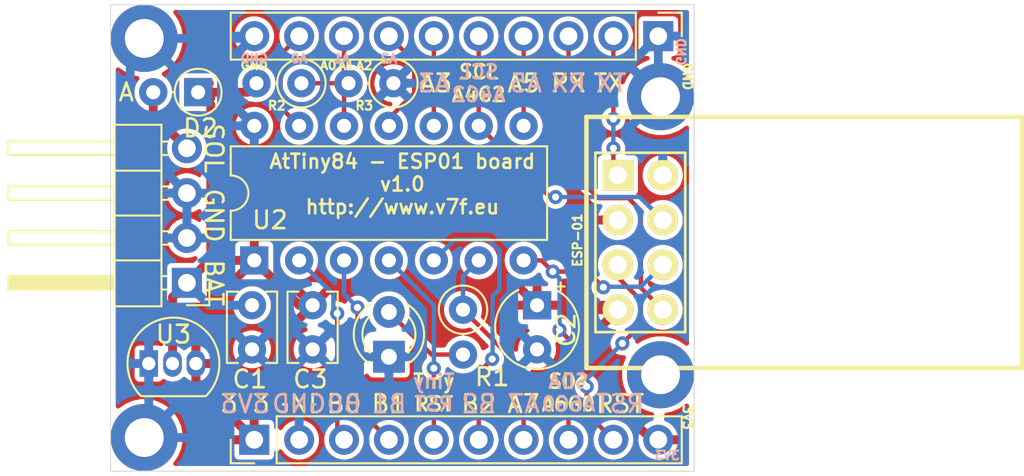
<source format=kicad_pcb>
(kicad_pcb (version 20171130) (host pcbnew 5.1.10-88a1d61d58~88~ubuntu20.04.1)

  (general
    (thickness 1.6)
    (drawings 49)
    (tracks 150)
    (zones 0)
    (modules 18)
    (nets 21)
  )

  (page A4)
  (title_block
    (title "ESP Attiny")
    (date 2021-06-19)
    (rev 0.1)
    (company www.v7f.eu)
  )

  (layers
    (0 F.Cu signal)
    (31 B.Cu signal)
    (32 B.Adhes user)
    (33 F.Adhes user)
    (34 B.Paste user)
    (35 F.Paste user)
    (36 B.SilkS user)
    (37 F.SilkS user)
    (38 B.Mask user)
    (39 F.Mask user)
    (40 Dwgs.User user)
    (41 Cmts.User user)
    (42 Eco1.User user)
    (43 Eco2.User user)
    (44 Edge.Cuts user)
    (45 Margin user)
    (46 B.CrtYd user)
    (47 F.CrtYd user)
    (48 B.Fab user hide)
    (49 F.Fab user hide)
  )

  (setup
    (last_trace_width 0.25)
    (trace_clearance 0.25)
    (zone_clearance 0.27)
    (zone_45_only no)
    (trace_min 0.25)
    (via_size 0.8)
    (via_drill 0.4)
    (via_min_size 0.4)
    (via_min_drill 0.3)
    (uvia_size 0.3)
    (uvia_drill 0.1)
    (uvias_allowed no)
    (uvia_min_size 0.2)
    (uvia_min_drill 0.1)
    (edge_width 0.05)
    (segment_width 0.2)
    (pcb_text_width 0.3)
    (pcb_text_size 1.5 1.5)
    (mod_edge_width 0.12)
    (mod_text_size 1 1)
    (mod_text_width 0.15)
    (pad_size 3.8 3.8)
    (pad_drill 2.2)
    (pad_to_mask_clearance 0)
    (aux_axis_origin 0 0)
    (visible_elements FFFFFF7F)
    (pcbplotparams
      (layerselection 0x010fc_ffffffff)
      (usegerberextensions false)
      (usegerberattributes true)
      (usegerberadvancedattributes true)
      (creategerberjobfile true)
      (excludeedgelayer true)
      (linewidth 0.100000)
      (plotframeref false)
      (viasonmask false)
      (mode 1)
      (useauxorigin false)
      (hpglpennumber 1)
      (hpglpenspeed 20)
      (hpglpendiameter 15.000000)
      (psnegative false)
      (psa4output false)
      (plotreference true)
      (plotvalue true)
      (plotinvisibletext false)
      (padsonsilk false)
      (subtractmaskfromsilk false)
      (outputformat 1)
      (mirror false)
      (drillshape 1)
      (scaleselection 1)
      (outputdirectory ""))
  )

  (net 0 "")
  (net 1 GND)
  (net 2 +3V3)
  (net 3 "Net-(D2-Pad2)")
  (net 4 "Net-(D1-Pad2)")
  (net 5 +BATT)
  (net 6 /B0)
  (net 7 /B1)
  (net 8 /TRST)
  (net 9 /B2)
  (net 10 /A7)
  (net 11 /SDA-A6)
  (net 12 /RST)
  (net 13 /TX)
  (net 14 /RX)
  (net 15 /A5)
  (net 16 /SCL-A4)
  (net 17 /A3)
  (net 18 /A2)
  (net 19 /A1)
  (net 20 /A0)

  (net_class Default "This is the default net class."
    (clearance 0.25)
    (trace_width 0.25)
    (via_dia 0.8)
    (via_drill 0.4)
    (uvia_dia 0.3)
    (uvia_drill 0.1)
    (diff_pair_width 0.25)
    (diff_pair_gap 0.25)
    (add_net /A0)
    (add_net /A1)
    (add_net /A2)
    (add_net /A3)
    (add_net /A5)
    (add_net /A7)
    (add_net /B0)
    (add_net /B1)
    (add_net /B2)
    (add_net /RST)
    (add_net /RX)
    (add_net /SCL-A4)
    (add_net /SDA-A6)
    (add_net /TRST)
    (add_net /TX)
    (add_net "Net-(D1-Pad2)")
  )

  (net_class power ""
    (clearance 0.25)
    (trace_width 0.5)
    (via_dia 0.8)
    (via_drill 0.4)
    (uvia_dia 0.3)
    (uvia_drill 0.1)
    (diff_pair_width 0.25)
    (diff_pair_gap 0.25)
    (add_net +3V3)
    (add_net +BATT)
    (add_net GND)
    (add_net "Net-(D2-Pad2)")
  )

  (module Package_TO_SOT_THT:TO-92_Inline (layer F.Cu) (tedit 60D7192E) (tstamp 60D7202A)
    (at 41.402 60.706)
    (descr "TO-92 leads in-line, narrow, oval pads, drill 0.75mm (see NXP sot054_po.pdf)")
    (tags "to-92 sc-43 sc-43a sot54 PA33 transistor")
    (path /60CEDF15)
    (fp_text reference U3 (at 1.27 -1.651) (layer F.SilkS)
      (effects (font (size 1 1) (thickness 0.15)))
    )
    (fp_text value MCP1700-3302E_TO92 (at 1.27 2.79) (layer F.Fab)
      (effects (font (size 1 1) (thickness 0.15)))
    )
    (fp_line (start -0.53 1.85) (end 3.07 1.85) (layer F.SilkS) (width 0.12))
    (fp_line (start -0.5 1.75) (end 3 1.75) (layer F.Fab) (width 0.1))
    (fp_line (start -1.46 -2.73) (end 4 -2.73) (layer F.CrtYd) (width 0.05))
    (fp_line (start -1.46 -2.73) (end -1.46 2.01) (layer F.CrtYd) (width 0.05))
    (fp_line (start 4 2.01) (end 4 -2.73) (layer F.CrtYd) (width 0.05))
    (fp_line (start 4 2.01) (end -1.46 2.01) (layer F.CrtYd) (width 0.05))
    (fp_text user %R (at 1.27 0) (layer F.Fab)
      (effects (font (size 1 1) (thickness 0.15)))
    )
    (fp_arc (start 1.27 0) (end 1.27 -2.48) (angle 135) (layer F.Fab) (width 0.1))
    (fp_arc (start 1.27 0) (end 1.27 -2.6) (angle -135) (layer F.SilkS) (width 0.12))
    (fp_arc (start 1.27 0) (end 1.27 -2.48) (angle -135) (layer F.Fab) (width 0.1))
    (fp_arc (start 1.27 0) (end 1.27 -2.6) (angle 135) (layer F.SilkS) (width 0.12))
    (pad 2 thru_hole oval (at 1.2192 0) (size 1.05 1.5) (drill 0.75) (layers *.Cu *.Mask)
      (net 5 +BATT))
    (pad 3 thru_hole oval (at 2.54 0) (size 1.05 1.5) (drill 0.75) (layers *.Cu *.Mask)
      (net 2 +3V3))
    (pad 1 thru_hole rect (at -0.127 0) (size 1.05 1.5) (drill 0.75) (layers *.Cu *.Mask)
      (net 1 GND))
    (model ${KISYS3DMOD}/Package_TO_SOT_THT.3dshapes/TO-92_Inline.wrl
      (at (xyz 0 0 0))
      (scale (xyz 1 1 1))
      (rotate (xyz 0 0 0))
    )
  )

  (module MountingHole:MountingHole_2.2mm_M2_DIN965_Pad (layer F.Cu) (tedit 60D702E3) (tstamp 60D712EA)
    (at 41.021 42.291)
    (descr "Mounting Hole 2.2mm, M2, DIN965")
    (tags "mounting hole 2.2mm m2 din965")
    (attr virtual)
    (fp_text reference REF** (at 0 -2.9) (layer F.SilkS) hide
      (effects (font (size 1 1) (thickness 0.15)))
    )
    (fp_text value MountingHole_2.2mm_M2_DIN965_Pad (at 0 2.9) (layer F.Fab)
      (effects (font (size 1 1) (thickness 0.15)))
    )
    (fp_circle (center 0 0) (end 2.15 0) (layer F.CrtYd) (width 0.05))
    (fp_circle (center 0 0) (end 1.9 0) (layer Cmts.User) (width 0.15))
    (fp_text user %R (at 0.3 0) (layer F.Fab)
      (effects (font (size 1 1) (thickness 0.15)))
    )
    (pad 1 thru_hole circle (at 0 0) (size 3.8 3.8) (drill 2.2) (layers *.Cu *.Mask)
      (net 1 GND))
  )

  (module MountingHole:MountingHole_2.2mm_M2_DIN965_Pad (layer F.Cu) (tedit 60D702ED) (tstamp 60D712CD)
    (at 41.021 64.897)
    (descr "Mounting Hole 2.2mm, M2, DIN965")
    (tags "mounting hole 2.2mm m2 din965")
    (attr virtual)
    (fp_text reference REF** (at 0 -2.9) (layer F.SilkS) hide
      (effects (font (size 1 1) (thickness 0.15)))
    )
    (fp_text value MountingHole_2.2mm_M2_DIN965_Pad (at 0 2.9) (layer F.Fab)
      (effects (font (size 1 1) (thickness 0.15)))
    )
    (fp_circle (center 0 0) (end 2.15 0) (layer F.CrtYd) (width 0.05))
    (fp_circle (center 0 0) (end 1.9 0) (layer Cmts.User) (width 0.15))
    (fp_text user %R (at 0.3 0) (layer F.Fab)
      (effects (font (size 1 1) (thickness 0.15)))
    )
    (pad 1 thru_hole circle (at 0 0) (size 3.8 3.8) (drill 2.2) (layers *.Cu *.Mask)
      (net 1 GND))
  )

  (module MountingHole:MountingHole_2.2mm_M2_DIN965_Pad (layer F.Cu) (tedit 60D702D8) (tstamp 60D712B0)
    (at 70.231 61.341)
    (descr "Mounting Hole 2.2mm, M2, DIN965")
    (tags "mounting hole 2.2mm m2 din965")
    (attr virtual)
    (fp_text reference REF** (at 0 -2.9) (layer F.SilkS) hide
      (effects (font (size 1 1) (thickness 0.15)))
    )
    (fp_text value MountingHole_2.2mm_M2_DIN965_Pad (at 0 2.9) (layer F.Fab)
      (effects (font (size 1 1) (thickness 0.15)))
    )
    (fp_circle (center 0 0) (end 2.15 0) (layer F.CrtYd) (width 0.05))
    (fp_circle (center 0 0) (end 1.9 0) (layer Cmts.User) (width 0.15))
    (fp_text user %R (at 0.3 0) (layer F.Fab)
      (effects (font (size 1 1) (thickness 0.15)))
    )
    (pad 1 thru_hole circle (at 0 0) (size 3.8 3.8) (drill 2.2) (layers *.Cu *.Mask)
      (net 1 GND))
  )

  (module MountingHole:MountingHole_2.2mm_M2_DIN965_Pad (layer F.Cu) (tedit 60D702CA) (tstamp 60D71292)
    (at 70.231 45.593)
    (descr "Mounting Hole 2.2mm, M2, DIN965")
    (tags "mounting hole 2.2mm m2 din965")
    (attr virtual)
    (fp_text reference REF** (at 0 -2.9) (layer F.SilkS) hide
      (effects (font (size 1 1) (thickness 0.15)))
    )
    (fp_text value MountingHole_2.2mm_M2_DIN965_Pad (at 0 2.9) (layer F.Fab)
      (effects (font (size 1 1) (thickness 0.15)))
    )
    (fp_circle (center 0 0) (end 2.15 0) (layer F.CrtYd) (width 0.05))
    (fp_circle (center 0 0) (end 1.9 0) (layer Cmts.User) (width 0.15))
    (fp_text user %R (at 0.3 0) (layer F.Fab)
      (effects (font (size 1 1) (thickness 0.15)))
    )
    (pad 1 thru_hole circle (at 0 0) (size 3.8 3.8) (drill 2.2) (layers *.Cu *.Mask)
      (net 1 GND))
  )

  (module ESP8266:ESP-01 (layer F.Cu) (tedit 577EF889) (tstamp 60CE12F9)
    (at 67.818 50.038)
    (descr "Module, ESP-8266, ESP-01, 8 pin")
    (tags "Module ESP-8266 ESP8266")
    (path /60CDAFCF)
    (fp_text reference U1 (at 0.254 -4.572) (layer F.SilkS) hide
      (effects (font (size 1 1) (thickness 0.15)))
    )
    (fp_text value ESP-01v090 (at 12.192 3.556) (layer F.Fab)
      (effects (font (size 1 1) (thickness 0.15)))
    )
    (fp_line (start 3.81 -1.27) (end 1.27 -1.27) (layer F.SilkS) (width 0.1524))
    (fp_line (start 3.81 8.89) (end 3.81 -1.27) (layer F.SilkS) (width 0.1524))
    (fp_line (start -1.27 8.89) (end 3.81 8.89) (layer F.SilkS) (width 0.1524))
    (fp_line (start -1.27 1.27) (end -1.27 8.89) (layer F.SilkS) (width 0.1524))
    (fp_line (start -1.75 9.4) (end 4.3 9.4) (layer F.CrtYd) (width 0.05))
    (fp_line (start -1.75 -1.75) (end 4.3 -1.75) (layer F.CrtYd) (width 0.05))
    (fp_line (start 4.3 -1.75) (end 4.3 9.4) (layer F.CrtYd) (width 0.05))
    (fp_line (start -1.75 -1.75) (end -1.75 9.4) (layer F.CrtYd) (width 0.05))
    (fp_line (start -1.27 -1.27) (end -1.27 1.27) (layer F.SilkS) (width 0.1524))
    (fp_line (start 1.27 -1.27) (end -1.27 -1.27) (layer F.SilkS) (width 0.1524))
    (fp_line (start -1.778 10.922) (end -1.778 -3.302) (layer F.Fab) (width 0.05))
    (fp_line (start 22.86 10.922) (end -1.778 10.922) (layer F.Fab) (width 0.05))
    (fp_line (start 22.86 -3.302) (end 22.86 10.922) (layer F.Fab) (width 0.05))
    (fp_line (start -1.778 -3.302) (end 22.86 -3.302) (layer F.Fab) (width 0.05))
    (fp_line (start -1.778 10.922) (end -1.778 -3.302) (layer F.SilkS) (width 0.254))
    (fp_line (start 22.86 10.922) (end -1.778 10.922) (layer F.SilkS) (width 0.254))
    (fp_line (start 22.86 -3.302) (end 22.86 10.922) (layer F.SilkS) (width 0.254))
    (fp_line (start -1.778 -3.302) (end 22.86 -3.302) (layer F.SilkS) (width 0.254))
    (pad 1 thru_hole rect (at 0 0) (size 1.7272 1.7272) (drill 1.016) (layers *.Cu *.Mask F.SilkS)
      (net 13 /TX))
    (pad 2 thru_hole oval (at 2.54 0) (size 1.7272 1.7272) (drill 1.016) (layers *.Cu *.Mask F.SilkS)
      (net 1 GND))
    (pad 3 thru_hole oval (at 0 2.54) (size 1.7272 1.7272) (drill 1.016) (layers *.Cu *.Mask F.SilkS)
      (net 2 +3V3))
    (pad 4 thru_hole oval (at 2.54 2.54) (size 1.7272 1.7272) (drill 1.016) (layers *.Cu *.Mask F.SilkS)
      (net 16 /SCL-A4))
    (pad 5 thru_hole oval (at 0 5.08) (size 1.7272 1.7272) (drill 1.016) (layers *.Cu *.Mask F.SilkS)
      (net 12 /RST))
    (pad 6 thru_hole oval (at 2.54 5.08) (size 1.7272 1.7272) (drill 1.016) (layers *.Cu *.Mask F.SilkS)
      (net 11 /SDA-A6))
    (pad 7 thru_hole oval (at 0 7.62) (size 1.7272 1.7272) (drill 1.016) (layers *.Cu *.Mask F.SilkS)
      (net 2 +3V3))
    (pad 8 thru_hole oval (at 2.54 7.62) (size 1.7272 1.7272) (drill 1.016) (layers *.Cu *.Mask F.SilkS)
      (net 14 /RX))
  )

  (module Connector_PinHeader_2.54mm:PinHeader_1x10_P2.54mm_Vertical (layer F.Cu) (tedit 59FED5CC) (tstamp 60CE14F0)
    (at 47.244 65.024 90)
    (descr "Through hole straight pin header, 1x10, 2.54mm pitch, single row")
    (tags "Through hole pin header THT 1x10 2.54mm single row")
    (path /60CDCA2E)
    (fp_text reference J1 (at 0 -2.33 90) (layer F.SilkS) hide
      (effects (font (size 1 1) (thickness 0.15)))
    )
    (fp_text value Conn_01x10_Male (at 0 25.19 90) (layer F.Fab)
      (effects (font (size 1 1) (thickness 0.15)))
    )
    (fp_line (start 1.8 -1.8) (end -1.8 -1.8) (layer F.CrtYd) (width 0.05))
    (fp_line (start 1.8 24.65) (end 1.8 -1.8) (layer F.CrtYd) (width 0.05))
    (fp_line (start -1.8 24.65) (end 1.8 24.65) (layer F.CrtYd) (width 0.05))
    (fp_line (start -1.8 -1.8) (end -1.8 24.65) (layer F.CrtYd) (width 0.05))
    (fp_line (start -1.33 -1.33) (end 0 -1.33) (layer F.SilkS) (width 0.12))
    (fp_line (start -1.33 0) (end -1.33 -1.33) (layer F.SilkS) (width 0.12))
    (fp_line (start -1.33 1.27) (end 1.33 1.27) (layer F.SilkS) (width 0.12))
    (fp_line (start 1.33 1.27) (end 1.33 24.19) (layer F.SilkS) (width 0.12))
    (fp_line (start -1.33 1.27) (end -1.33 24.19) (layer F.SilkS) (width 0.12))
    (fp_line (start -1.33 24.19) (end 1.33 24.19) (layer F.SilkS) (width 0.12))
    (fp_line (start -1.27 -0.635) (end -0.635 -1.27) (layer F.Fab) (width 0.1))
    (fp_line (start -1.27 24.13) (end -1.27 -0.635) (layer F.Fab) (width 0.1))
    (fp_line (start 1.27 24.13) (end -1.27 24.13) (layer F.Fab) (width 0.1))
    (fp_line (start 1.27 -1.27) (end 1.27 24.13) (layer F.Fab) (width 0.1))
    (fp_line (start -0.635 -1.27) (end 1.27 -1.27) (layer F.Fab) (width 0.1))
    (fp_text user %R (at 0 11.43 270) (layer F.Fab)
      (effects (font (size 1 1) (thickness 0.15)))
    )
    (pad 1 thru_hole rect (at 0 0 90) (size 1.7 1.7) (drill 1) (layers *.Cu *.Mask)
      (net 2 +3V3))
    (pad 2 thru_hole oval (at 0 2.54 90) (size 1.7 1.7) (drill 1) (layers *.Cu *.Mask)
      (net 1 GND))
    (pad 3 thru_hole oval (at 0 5.08 90) (size 1.7 1.7) (drill 1) (layers *.Cu *.Mask)
      (net 6 /B0))
    (pad 4 thru_hole oval (at 0 7.62 90) (size 1.7 1.7) (drill 1) (layers *.Cu *.Mask)
      (net 7 /B1))
    (pad 5 thru_hole oval (at 0 10.16 90) (size 1.7 1.7) (drill 1) (layers *.Cu *.Mask)
      (net 8 /TRST))
    (pad 6 thru_hole oval (at 0 12.7 90) (size 1.7 1.7) (drill 1) (layers *.Cu *.Mask)
      (net 9 /B2))
    (pad 7 thru_hole oval (at 0 15.24 90) (size 1.7 1.7) (drill 1) (layers *.Cu *.Mask)
      (net 10 /A7))
    (pad 8 thru_hole oval (at 0 17.78 90) (size 1.7 1.7) (drill 1) (layers *.Cu *.Mask)
      (net 11 /SDA-A6))
    (pad 9 thru_hole oval (at 0 20.32 90) (size 1.7 1.7) (drill 1) (layers *.Cu *.Mask)
      (net 12 /RST))
    (pad 10 thru_hole oval (at 0 22.86 90) (size 1.7 1.7) (drill 1) (layers *.Cu *.Mask)
      (net 2 +3V3))
    (model ${KISYS3DMOD}/Connector_PinHeader_2.54mm.3dshapes/PinHeader_1x10_P2.54mm_Vertical.wrl
      (at (xyz 0 0 0))
      (scale (xyz 1 1 1))
      (rotate (xyz 0 0 0))
    )
  )

  (module Package_DIP:DIP-14_W7.62mm (layer F.Cu) (tedit 5A02E8C5) (tstamp 60CE171C)
    (at 47.244 54.864 90)
    (descr "14-lead though-hole mounted DIP package, row spacing 7.62 mm (300 mils)")
    (tags "THT DIP DIL PDIP 2.54mm 7.62mm 300mil")
    (path /60CE8824)
    (fp_text reference U2 (at 2.286 0.889 180) (layer F.SilkS)
      (effects (font (size 1 1) (thickness 0.15)))
    )
    (fp_text value ATtiny84-20PU (at 3.81 17.57 90) (layer F.Fab)
      (effects (font (size 1 1) (thickness 0.15)))
    )
    (fp_line (start 8.7 -1.55) (end -1.1 -1.55) (layer F.CrtYd) (width 0.05))
    (fp_line (start 8.7 16.8) (end 8.7 -1.55) (layer F.CrtYd) (width 0.05))
    (fp_line (start -1.1 16.8) (end 8.7 16.8) (layer F.CrtYd) (width 0.05))
    (fp_line (start -1.1 -1.55) (end -1.1 16.8) (layer F.CrtYd) (width 0.05))
    (fp_line (start 6.46 -1.33) (end 4.81 -1.33) (layer F.SilkS) (width 0.12))
    (fp_line (start 6.46 16.57) (end 6.46 -1.33) (layer F.SilkS) (width 0.12))
    (fp_line (start 1.16 16.57) (end 6.46 16.57) (layer F.SilkS) (width 0.12))
    (fp_line (start 1.16 -1.33) (end 1.16 16.57) (layer F.SilkS) (width 0.12))
    (fp_line (start 2.81 -1.33) (end 1.16 -1.33) (layer F.SilkS) (width 0.12))
    (fp_line (start 0.635 -0.27) (end 1.635 -1.27) (layer F.Fab) (width 0.1))
    (fp_line (start 0.635 16.51) (end 0.635 -0.27) (layer F.Fab) (width 0.1))
    (fp_line (start 6.985 16.51) (end 0.635 16.51) (layer F.Fab) (width 0.1))
    (fp_line (start 6.985 -1.27) (end 6.985 16.51) (layer F.Fab) (width 0.1))
    (fp_line (start 1.635 -1.27) (end 6.985 -1.27) (layer F.Fab) (width 0.1))
    (fp_arc (start 3.81 -1.33) (end 2.81 -1.33) (angle -180) (layer F.SilkS) (width 0.12))
    (fp_text user %R (at 3.81 7.62 90) (layer F.Fab)
      (effects (font (size 1 1) (thickness 0.15)))
    )
    (pad 1 thru_hole rect (at 0 0 90) (size 1.6 1.6) (drill 0.8) (layers *.Cu *.Mask)
      (net 2 +3V3))
    (pad 8 thru_hole oval (at 7.62 15.24 90) (size 1.6 1.6) (drill 0.8) (layers *.Cu *.Mask)
      (net 15 /A5))
    (pad 2 thru_hole oval (at 0 2.54 90) (size 1.6 1.6) (drill 0.8) (layers *.Cu *.Mask)
      (net 6 /B0))
    (pad 9 thru_hole oval (at 7.62 12.7 90) (size 1.6 1.6) (drill 0.8) (layers *.Cu *.Mask)
      (net 16 /SCL-A4))
    (pad 3 thru_hole oval (at 0 5.08 90) (size 1.6 1.6) (drill 0.8) (layers *.Cu *.Mask)
      (net 7 /B1))
    (pad 10 thru_hole oval (at 7.62 10.16 90) (size 1.6 1.6) (drill 0.8) (layers *.Cu *.Mask)
      (net 17 /A3))
    (pad 4 thru_hole oval (at 0 7.62 90) (size 1.6 1.6) (drill 0.8) (layers *.Cu *.Mask)
      (net 8 /TRST))
    (pad 11 thru_hole oval (at 7.62 7.62 90) (size 1.6 1.6) (drill 0.8) (layers *.Cu *.Mask)
      (net 18 /A2))
    (pad 5 thru_hole oval (at 0 10.16 90) (size 1.6 1.6) (drill 0.8) (layers *.Cu *.Mask)
      (net 9 /B2))
    (pad 12 thru_hole oval (at 7.62 5.08 90) (size 1.6 1.6) (drill 0.8) (layers *.Cu *.Mask)
      (net 19 /A1))
    (pad 6 thru_hole oval (at 0 12.7 90) (size 1.6 1.6) (drill 0.8) (layers *.Cu *.Mask)
      (net 10 /A7))
    (pad 13 thru_hole oval (at 7.62 2.54 90) (size 1.6 1.6) (drill 0.8) (layers *.Cu *.Mask)
      (net 20 /A0))
    (pad 7 thru_hole oval (at 0 15.24 90) (size 1.6 1.6) (drill 0.8) (layers *.Cu *.Mask)
      (net 11 /SDA-A6))
    (pad 14 thru_hole oval (at 7.62 0 90) (size 1.6 1.6) (drill 0.8) (layers *.Cu *.Mask)
      (net 1 GND))
    (model ${KISYS3DMOD}/Package_DIP.3dshapes/DIP-14_W7.62mm.wrl
      (at (xyz 0 0 0))
      (scale (xyz 1 1 1))
      (rotate (xyz 0 0 0))
    )
  )

  (module Connector_PinHeader_2.54mm:PinHeader_1x10_P2.54mm_Vertical (layer F.Cu) (tedit 59FED5CC) (tstamp 60CE1970)
    (at 70.104 42.164 270)
    (descr "Through hole straight pin header, 1x10, 2.54mm pitch, single row")
    (tags "Through hole pin header THT 1x10 2.54mm single row")
    (path /60CECE1E)
    (fp_text reference J2 (at 22.733 25.4 180) (layer F.SilkS) hide
      (effects (font (size 1 1) (thickness 0.15)))
    )
    (fp_text value Conn_01x10_Male (at 0 25.19 90) (layer F.Fab)
      (effects (font (size 1 1) (thickness 0.15)))
    )
    (fp_line (start -0.635 -1.27) (end 1.27 -1.27) (layer F.Fab) (width 0.1))
    (fp_line (start 1.27 -1.27) (end 1.27 24.13) (layer F.Fab) (width 0.1))
    (fp_line (start 1.27 24.13) (end -1.27 24.13) (layer F.Fab) (width 0.1))
    (fp_line (start -1.27 24.13) (end -1.27 -0.635) (layer F.Fab) (width 0.1))
    (fp_line (start -1.27 -0.635) (end -0.635 -1.27) (layer F.Fab) (width 0.1))
    (fp_line (start -1.33 24.19) (end 1.33 24.19) (layer F.SilkS) (width 0.12))
    (fp_line (start -1.33 1.27) (end -1.33 24.19) (layer F.SilkS) (width 0.12))
    (fp_line (start 1.33 1.27) (end 1.33 24.19) (layer F.SilkS) (width 0.12))
    (fp_line (start -1.33 1.27) (end 1.33 1.27) (layer F.SilkS) (width 0.12))
    (fp_line (start -1.33 0) (end -1.33 -1.33) (layer F.SilkS) (width 0.12))
    (fp_line (start -1.33 -1.33) (end 0 -1.33) (layer F.SilkS) (width 0.12))
    (fp_line (start -1.8 -1.8) (end -1.8 24.65) (layer F.CrtYd) (width 0.05))
    (fp_line (start -1.8 24.65) (end 1.8 24.65) (layer F.CrtYd) (width 0.05))
    (fp_line (start 1.8 24.65) (end 1.8 -1.8) (layer F.CrtYd) (width 0.05))
    (fp_line (start 1.8 -1.8) (end -1.8 -1.8) (layer F.CrtYd) (width 0.05))
    (fp_text user %R (at 0 11.43) (layer F.Fab)
      (effects (font (size 1 1) (thickness 0.15)))
    )
    (pad 1 thru_hole rect (at 0 0 270) (size 1.7 1.7) (drill 1) (layers *.Cu *.Mask)
      (net 1 GND))
    (pad 2 thru_hole oval (at 0 2.54 270) (size 1.7 1.7) (drill 1) (layers *.Cu *.Mask)
      (net 13 /TX))
    (pad 3 thru_hole oval (at 0 5.08 270) (size 1.7 1.7) (drill 1) (layers *.Cu *.Mask)
      (net 14 /RX))
    (pad 4 thru_hole oval (at 0 7.62 270) (size 1.7 1.7) (drill 1) (layers *.Cu *.Mask)
      (net 15 /A5))
    (pad 5 thru_hole oval (at 0 10.16 270) (size 1.7 1.7) (drill 1) (layers *.Cu *.Mask)
      (net 16 /SCL-A4))
    (pad 6 thru_hole oval (at 0 12.7 270) (size 1.7 1.7) (drill 1) (layers *.Cu *.Mask)
      (net 17 /A3))
    (pad 7 thru_hole oval (at 0 15.24 270) (size 1.7 1.7) (drill 1) (layers *.Cu *.Mask)
      (net 18 /A2))
    (pad 8 thru_hole oval (at 0 17.78 270) (size 1.7 1.7) (drill 1) (layers *.Cu *.Mask)
      (net 19 /A1))
    (pad 9 thru_hole oval (at 0 20.32 270) (size 1.7 1.7) (drill 1) (layers *.Cu *.Mask)
      (net 20 /A0))
    (pad 10 thru_hole oval (at 0 22.86 270) (size 1.7 1.7) (drill 1) (layers *.Cu *.Mask)
      (net 1 GND))
    (model ${KISYS3DMOD}/Connector_PinHeader_2.54mm.3dshapes/PinHeader_1x10_P2.54mm_Vertical.wrl
      (at (xyz 0 0 0))
      (scale (xyz 1 1 1))
      (rotate (xyz 0 0 0))
    )
  )

  (module LED_THT:LED_D3.0mm (layer F.Cu) (tedit 587A3A7B) (tstamp 60CE1C7C)
    (at 54.864 60.325 90)
    (descr "LED, diameter 3.0mm, 2 pins")
    (tags "LED diameter 3.0mm 2 pins")
    (path /60CEC3FD)
    (fp_text reference D1 (at 1.27 -2.96 90) (layer F.SilkS) hide
      (effects (font (size 1 1) (thickness 0.15)))
    )
    (fp_text value LED (at 1.27 2.96 90) (layer F.Fab)
      (effects (font (size 1 1) (thickness 0.15)))
    )
    (fp_line (start 3.7 -2.25) (end -1.15 -2.25) (layer F.CrtYd) (width 0.05))
    (fp_line (start 3.7 2.25) (end 3.7 -2.25) (layer F.CrtYd) (width 0.05))
    (fp_line (start -1.15 2.25) (end 3.7 2.25) (layer F.CrtYd) (width 0.05))
    (fp_line (start -1.15 -2.25) (end -1.15 2.25) (layer F.CrtYd) (width 0.05))
    (fp_line (start -0.29 1.08) (end -0.29 1.236) (layer F.SilkS) (width 0.12))
    (fp_line (start -0.29 -1.236) (end -0.29 -1.08) (layer F.SilkS) (width 0.12))
    (fp_line (start -0.23 -1.16619) (end -0.23 1.16619) (layer F.Fab) (width 0.1))
    (fp_circle (center 1.27 0) (end 2.77 0) (layer F.Fab) (width 0.1))
    (fp_arc (start 1.27 0) (end -0.23 -1.16619) (angle 284.3) (layer F.Fab) (width 0.1))
    (fp_arc (start 1.27 0) (end -0.29 -1.235516) (angle 108.8) (layer F.SilkS) (width 0.12))
    (fp_arc (start 1.27 0) (end -0.29 1.235516) (angle -108.8) (layer F.SilkS) (width 0.12))
    (fp_arc (start 1.27 0) (end 0.229039 -1.08) (angle 87.9) (layer F.SilkS) (width 0.12))
    (fp_arc (start 1.27 0) (end 0.229039 1.08) (angle -87.9) (layer F.SilkS) (width 0.12))
    (pad 1 thru_hole rect (at 0 0 90) (size 1.8 1.8) (drill 0.9) (layers *.Cu *.Mask)
      (net 1 GND))
    (pad 2 thru_hole circle (at 2.54 0 90) (size 1.8 1.8) (drill 0.9) (layers *.Cu *.Mask)
      (net 4 "Net-(D1-Pad2)"))
    (model ${KISYS3DMOD}/LED_THT.3dshapes/LED_D3.0mm.wrl
      (at (xyz 0 0 0))
      (scale (xyz 1 1 1))
      (rotate (xyz 0 0 0))
    )
  )

  (module Diode_THT:D_DO-35_SOD27_P2.54mm_Vertical_AnodeUp (layer F.Cu) (tedit 5AE50CD5) (tstamp 60CE1C7D)
    (at 44.069 45.339 180)
    (descr "Diode, DO-35_SOD27 series, Axial, Vertical, pin pitch=2.54mm, , length*diameter=4*2mm^2, , http://www.diodes.com/_files/packages/DO-35.pdf")
    (tags "Diode DO-35_SOD27 series Axial Vertical pin pitch 2.54mm  length 4mm diameter 2mm")
    (path /60CE9D54)
    (fp_text reference D2 (at -0.127 -2.032) (layer F.SilkS)
      (effects (font (size 1 1) (thickness 0.15)))
    )
    (fp_text value BAT85 (at 1.27 3.215371) (layer F.Fab)
      (effects (font (size 1 1) (thickness 0.15)))
    )
    (fp_line (start 3.59 -1.25) (end -1.25 -1.25) (layer F.CrtYd) (width 0.05))
    (fp_line (start 3.59 1.25) (end 3.59 -1.25) (layer F.CrtYd) (width 0.05))
    (fp_line (start -1.25 1.25) (end 3.59 1.25) (layer F.CrtYd) (width 0.05))
    (fp_line (start -1.25 -1.25) (end -1.25 1.25) (layer F.CrtYd) (width 0.05))
    (fp_line (start 1.326371 0) (end 1.44 0) (layer F.SilkS) (width 0.12))
    (fp_line (start 0 0) (end 2.54 0) (layer F.Fab) (width 0.1))
    (fp_circle (center 0 0) (end 1.326371 0) (layer F.SilkS) (width 0.12))
    (fp_circle (center 0 0) (end 1 0) (layer F.Fab) (width 0.1))
    (fp_text user %R (at 1.27 -2.326371) (layer F.Fab)
      (effects (font (size 1 1) (thickness 0.15)))
    )
    (fp_text user A (at 4.34 0) (layer F.Fab)
      (effects (font (size 1 1) (thickness 0.15)))
    )
    (fp_text user A (at 4.064 0) (layer F.SilkS)
      (effects (font (size 1 1) (thickness 0.15)))
    )
    (pad 1 thru_hole rect (at 0 0 180) (size 1.6 1.6) (drill 0.8) (layers *.Cu *.Mask)
      (net 5 +BATT))
    (pad 2 thru_hole oval (at 2.54 0 180) (size 1.6 1.6) (drill 0.8) (layers *.Cu *.Mask)
      (net 3 "Net-(D2-Pad2)"))
    (model ${KISYS3DMOD}/Diode_THT.3dshapes/D_DO-35_SOD27_P2.54mm_Vertical_AnodeUp.wrl
      (at (xyz 0 0 0))
      (scale (xyz 1 1 1))
      (rotate (xyz 0 0 0))
    )
  )

  (module Connector_PinHeader_2.54mm:PinHeader_1x04_P2.54mm_Horizontal (layer F.Cu) (tedit 59FED5CB) (tstamp 60CE1EED)
    (at 43.434 56.134 180)
    (descr "Through hole angled pin header, 1x04, 2.54mm pitch, 6mm pin length, single row")
    (tags "Through hole angled pin header THT 1x04 2.54mm single row")
    (path /60CEFE49)
    (fp_text reference J3 (at 3.429 -2.27) (layer F.SilkS) hide
      (effects (font (size 1 1) (thickness 0.15)))
    )
    (fp_text value Conn_01x04_Male (at 4.385 9.89) (layer F.Fab)
      (effects (font (size 1 1) (thickness 0.15)))
    )
    (fp_line (start 2.135 -1.27) (end 4.04 -1.27) (layer F.Fab) (width 0.1))
    (fp_line (start 4.04 -1.27) (end 4.04 8.89) (layer F.Fab) (width 0.1))
    (fp_line (start 4.04 8.89) (end 1.5 8.89) (layer F.Fab) (width 0.1))
    (fp_line (start 1.5 8.89) (end 1.5 -0.635) (layer F.Fab) (width 0.1))
    (fp_line (start 1.5 -0.635) (end 2.135 -1.27) (layer F.Fab) (width 0.1))
    (fp_line (start -0.32 -0.32) (end 1.5 -0.32) (layer F.Fab) (width 0.1))
    (fp_line (start -0.32 -0.32) (end -0.32 0.32) (layer F.Fab) (width 0.1))
    (fp_line (start -0.32 0.32) (end 1.5 0.32) (layer F.Fab) (width 0.1))
    (fp_line (start 4.04 -0.32) (end 10.04 -0.32) (layer F.Fab) (width 0.1))
    (fp_line (start 10.04 -0.32) (end 10.04 0.32) (layer F.Fab) (width 0.1))
    (fp_line (start 4.04 0.32) (end 10.04 0.32) (layer F.Fab) (width 0.1))
    (fp_line (start -0.32 2.22) (end 1.5 2.22) (layer F.Fab) (width 0.1))
    (fp_line (start -0.32 2.22) (end -0.32 2.86) (layer F.Fab) (width 0.1))
    (fp_line (start -0.32 2.86) (end 1.5 2.86) (layer F.Fab) (width 0.1))
    (fp_line (start 4.04 2.22) (end 10.04 2.22) (layer F.Fab) (width 0.1))
    (fp_line (start 10.04 2.22) (end 10.04 2.86) (layer F.Fab) (width 0.1))
    (fp_line (start 4.04 2.86) (end 10.04 2.86) (layer F.Fab) (width 0.1))
    (fp_line (start -0.32 4.76) (end 1.5 4.76) (layer F.Fab) (width 0.1))
    (fp_line (start -0.32 4.76) (end -0.32 5.4) (layer F.Fab) (width 0.1))
    (fp_line (start -0.32 5.4) (end 1.5 5.4) (layer F.Fab) (width 0.1))
    (fp_line (start 4.04 4.76) (end 10.04 4.76) (layer F.Fab) (width 0.1))
    (fp_line (start 10.04 4.76) (end 10.04 5.4) (layer F.Fab) (width 0.1))
    (fp_line (start 4.04 5.4) (end 10.04 5.4) (layer F.Fab) (width 0.1))
    (fp_line (start -0.32 7.3) (end 1.5 7.3) (layer F.Fab) (width 0.1))
    (fp_line (start -0.32 7.3) (end -0.32 7.94) (layer F.Fab) (width 0.1))
    (fp_line (start -0.32 7.94) (end 1.5 7.94) (layer F.Fab) (width 0.1))
    (fp_line (start 4.04 7.3) (end 10.04 7.3) (layer F.Fab) (width 0.1))
    (fp_line (start 10.04 7.3) (end 10.04 7.94) (layer F.Fab) (width 0.1))
    (fp_line (start 4.04 7.94) (end 10.04 7.94) (layer F.Fab) (width 0.1))
    (fp_line (start 1.44 -1.33) (end 1.44 8.95) (layer F.SilkS) (width 0.12))
    (fp_line (start 1.44 8.95) (end 4.1 8.95) (layer F.SilkS) (width 0.12))
    (fp_line (start 4.1 8.95) (end 4.1 -1.33) (layer F.SilkS) (width 0.12))
    (fp_line (start 4.1 -1.33) (end 1.44 -1.33) (layer F.SilkS) (width 0.12))
    (fp_line (start 4.1 -0.38) (end 10.1 -0.38) (layer F.SilkS) (width 0.12))
    (fp_line (start 10.1 -0.38) (end 10.1 0.38) (layer F.SilkS) (width 0.12))
    (fp_line (start 10.1 0.38) (end 4.1 0.38) (layer F.SilkS) (width 0.12))
    (fp_line (start 4.1 -0.32) (end 10.1 -0.32) (layer F.SilkS) (width 0.12))
    (fp_line (start 4.1 -0.2) (end 10.1 -0.2) (layer F.SilkS) (width 0.12))
    (fp_line (start 4.1 -0.08) (end 10.1 -0.08) (layer F.SilkS) (width 0.12))
    (fp_line (start 4.1 0.04) (end 10.1 0.04) (layer F.SilkS) (width 0.12))
    (fp_line (start 4.1 0.16) (end 10.1 0.16) (layer F.SilkS) (width 0.12))
    (fp_line (start 4.1 0.28) (end 10.1 0.28) (layer F.SilkS) (width 0.12))
    (fp_line (start 1.11 -0.38) (end 1.44 -0.38) (layer F.SilkS) (width 0.12))
    (fp_line (start 1.11 0.38) (end 1.44 0.38) (layer F.SilkS) (width 0.12))
    (fp_line (start 1.44 1.27) (end 4.1 1.27) (layer F.SilkS) (width 0.12))
    (fp_line (start 4.1 2.16) (end 10.1 2.16) (layer F.SilkS) (width 0.12))
    (fp_line (start 10.1 2.16) (end 10.1 2.92) (layer F.SilkS) (width 0.12))
    (fp_line (start 10.1 2.92) (end 4.1 2.92) (layer F.SilkS) (width 0.12))
    (fp_line (start 1.042929 2.16) (end 1.44 2.16) (layer F.SilkS) (width 0.12))
    (fp_line (start 1.042929 2.92) (end 1.44 2.92) (layer F.SilkS) (width 0.12))
    (fp_line (start 1.44 3.81) (end 4.1 3.81) (layer F.SilkS) (width 0.12))
    (fp_line (start 4.1 4.7) (end 10.1 4.7) (layer F.SilkS) (width 0.12))
    (fp_line (start 10.1 4.7) (end 10.1 5.46) (layer F.SilkS) (width 0.12))
    (fp_line (start 10.1 5.46) (end 4.1 5.46) (layer F.SilkS) (width 0.12))
    (fp_line (start 1.042929 4.7) (end 1.44 4.7) (layer F.SilkS) (width 0.12))
    (fp_line (start 1.042929 5.46) (end 1.44 5.46) (layer F.SilkS) (width 0.12))
    (fp_line (start 1.44 6.35) (end 4.1 6.35) (layer F.SilkS) (width 0.12))
    (fp_line (start 4.1 7.24) (end 10.1 7.24) (layer F.SilkS) (width 0.12))
    (fp_line (start 10.1 7.24) (end 10.1 8) (layer F.SilkS) (width 0.12))
    (fp_line (start 10.1 8) (end 4.1 8) (layer F.SilkS) (width 0.12))
    (fp_line (start 1.042929 7.24) (end 1.44 7.24) (layer F.SilkS) (width 0.12))
    (fp_line (start 1.042929 8) (end 1.44 8) (layer F.SilkS) (width 0.12))
    (fp_line (start -1.27 0) (end -1.27 -1.27) (layer F.SilkS) (width 0.12))
    (fp_line (start -1.27 -1.27) (end 0 -1.27) (layer F.SilkS) (width 0.12))
    (fp_line (start -1.8 -1.8) (end -1.8 9.4) (layer F.CrtYd) (width 0.05))
    (fp_line (start -1.8 9.4) (end 10.55 9.4) (layer F.CrtYd) (width 0.05))
    (fp_line (start 10.55 9.4) (end 10.55 -1.8) (layer F.CrtYd) (width 0.05))
    (fp_line (start 10.55 -1.8) (end -1.8 -1.8) (layer F.CrtYd) (width 0.05))
    (fp_text user %R (at 2.77 3.81 90) (layer F.Fab)
      (effects (font (size 1 1) (thickness 0.15)))
    )
    (pad 1 thru_hole rect (at 0 0 180) (size 1.7 1.7) (drill 1) (layers *.Cu *.Mask)
      (net 5 +BATT))
    (pad 2 thru_hole oval (at 0 2.54 180) (size 1.7 1.7) (drill 1) (layers *.Cu *.Mask)
      (net 1 GND))
    (pad 3 thru_hole oval (at 0 5.08 180) (size 1.7 1.7) (drill 1) (layers *.Cu *.Mask)
      (net 1 GND))
    (pad 4 thru_hole oval (at 0 7.62 180) (size 1.7 1.7) (drill 1) (layers *.Cu *.Mask)
      (net 3 "Net-(D2-Pad2)"))
    (model ${KISYS3DMOD}/Connector_PinHeader_2.54mm.3dshapes/PinHeader_1x04_P2.54mm_Horizontal.wrl
      (at (xyz 0 0 0))
      (scale (xyz 1 1 1))
      (rotate (xyz 0 0 0))
    )
  )

  (module Resistor_THT:R_Axial_DIN0207_L6.3mm_D2.5mm_P2.54mm_Vertical (layer F.Cu) (tedit 5AE5139B) (tstamp 60CE1FEF)
    (at 59.055 57.658 270)
    (descr "Resistor, Axial_DIN0207 series, Axial, Vertical, pin pitch=2.54mm, 0.25W = 1/4W, length*diameter=6.3*2.5mm^2, http://cdn-reichelt.de/documents/datenblatt/B400/1_4W%23YAG.pdf")
    (tags "Resistor Axial_DIN0207 series Axial Vertical pin pitch 2.54mm 0.25W = 1/4W length 6.3mm diameter 2.5mm")
    (path /60CEC878)
    (fp_text reference R1 (at 3.81 -1.651 180) (layer F.SilkS)
      (effects (font (size 1 1) (thickness 0.15)))
    )
    (fp_text value 220 (at 1.27 2.37 90) (layer F.Fab)
      (effects (font (size 1 1) (thickness 0.15)))
    )
    (fp_line (start 3.59 -1.5) (end -1.5 -1.5) (layer F.CrtYd) (width 0.05))
    (fp_line (start 3.59 1.5) (end 3.59 -1.5) (layer F.CrtYd) (width 0.05))
    (fp_line (start -1.5 1.5) (end 3.59 1.5) (layer F.CrtYd) (width 0.05))
    (fp_line (start -1.5 -1.5) (end -1.5 1.5) (layer F.CrtYd) (width 0.05))
    (fp_line (start 1.37 0) (end 1.44 0) (layer F.SilkS) (width 0.12))
    (fp_line (start 0 0) (end 2.54 0) (layer F.Fab) (width 0.1))
    (fp_circle (center 0 0) (end 1.37 0) (layer F.SilkS) (width 0.12))
    (fp_circle (center 0 0) (end 1.25 0) (layer F.Fab) (width 0.1))
    (fp_text user %R (at 1.27 -2.37 90) (layer F.Fab)
      (effects (font (size 1 1) (thickness 0.15)))
    )
    (pad 1 thru_hole circle (at 0 0 270) (size 1.6 1.6) (drill 0.8) (layers *.Cu *.Mask)
      (net 10 /A7))
    (pad 2 thru_hole oval (at 2.54 0 270) (size 1.6 1.6) (drill 0.8) (layers *.Cu *.Mask)
      (net 4 "Net-(D1-Pad2)"))
    (model ${KISYS3DMOD}/Resistor_THT.3dshapes/R_Axial_DIN0207_L6.3mm_D2.5mm_P2.54mm_Vertical.wrl
      (at (xyz 0 0 0))
      (scale (xyz 1 1 1))
      (rotate (xyz 0 0 0))
    )
  )

  (module Capacitor_THT:C_Disc_D3.8mm_W2.6mm_P2.50mm (layer F.Cu) (tedit 5AE50EF0) (tstamp 60D6DFEF)
    (at 47.117 57.404 270)
    (descr "C, Disc series, Radial, pin pitch=2.50mm, , diameter*width=3.8*2.6mm^2, Capacitor, http://www.vishay.com/docs/45233/krseries.pdf")
    (tags "C Disc series Radial pin pitch 2.50mm  diameter 3.8mm width 2.6mm Capacitor")
    (path /60CEE919)
    (fp_text reference C1 (at 4.191 0.127 180) (layer F.SilkS)
      (effects (font (size 1 1) (thickness 0.15)))
    )
    (fp_text value 1u (at 1.25 2.55 90) (layer F.Fab)
      (effects (font (size 1 1) (thickness 0.15)))
    )
    (fp_line (start 3.55 -1.55) (end -1.05 -1.55) (layer F.CrtYd) (width 0.05))
    (fp_line (start 3.55 1.55) (end 3.55 -1.55) (layer F.CrtYd) (width 0.05))
    (fp_line (start -1.05 1.55) (end 3.55 1.55) (layer F.CrtYd) (width 0.05))
    (fp_line (start -1.05 -1.55) (end -1.05 1.55) (layer F.CrtYd) (width 0.05))
    (fp_line (start 3.27 0.795) (end 3.27 1.42) (layer F.SilkS) (width 0.12))
    (fp_line (start 3.27 -1.42) (end 3.27 -0.795) (layer F.SilkS) (width 0.12))
    (fp_line (start -0.77 0.795) (end -0.77 1.42) (layer F.SilkS) (width 0.12))
    (fp_line (start -0.77 -1.42) (end -0.77 -0.795) (layer F.SilkS) (width 0.12))
    (fp_line (start -0.77 1.42) (end 3.27 1.42) (layer F.SilkS) (width 0.12))
    (fp_line (start -0.77 -1.42) (end 3.27 -1.42) (layer F.SilkS) (width 0.12))
    (fp_line (start 3.15 -1.3) (end -0.65 -1.3) (layer F.Fab) (width 0.1))
    (fp_line (start 3.15 1.3) (end 3.15 -1.3) (layer F.Fab) (width 0.1))
    (fp_line (start -0.65 1.3) (end 3.15 1.3) (layer F.Fab) (width 0.1))
    (fp_line (start -0.65 -1.3) (end -0.65 1.3) (layer F.Fab) (width 0.1))
    (fp_text user %R (at 1.25 0 90) (layer F.Fab)
      (effects (font (size 0.76 0.76) (thickness 0.114)))
    )
    (pad 2 thru_hole circle (at 2.5 0 270) (size 1.6 1.6) (drill 0.8) (layers *.Cu *.Mask)
      (net 1 GND))
    (pad 1 thru_hole circle (at 0 0 270) (size 1.6 1.6) (drill 0.8) (layers *.Cu *.Mask)
      (net 5 +BATT))
    (model ${KISYS3DMOD}/Capacitor_THT.3dshapes/C_Disc_D3.8mm_W2.6mm_P2.50mm.wrl
      (at (xyz 0 0 0))
      (scale (xyz 1 1 1))
      (rotate (xyz 0 0 0))
    )
  )

  (module Capacitor_THT:CP_Radial_Tantal_D4.5mm_P2.50mm (layer F.Cu) (tedit 5AE50EF0) (tstamp 60D6E003)
    (at 63.246 57.404 270)
    (descr "CP, Radial_Tantal series, Radial, pin pitch=2.50mm, , diameter=4.5mm, Tantal Electrolytic Capacitor, http://cdn-reichelt.de/documents/datenblatt/B300/TANTAL-TB-Serie%23.pdf")
    (tags "CP Radial_Tantal series Radial pin pitch 2.50mm  diameter 4.5mm Tantal Electrolytic Capacitor")
    (path /60CEB38F)
    (fp_text reference C2 (at 1.397 -1.651 90) (layer F.SilkS)
      (effects (font (size 1 1) (thickness 0.15)))
    )
    (fp_text value 100u (at 1.25 3.5 90) (layer F.Fab)
      (effects (font (size 1 1) (thickness 0.15)))
    )
    (fp_circle (center 1.25 0) (end 3.5 0) (layer F.Fab) (width 0.1))
    (fp_circle (center 1.25 0) (end 3.78 0) (layer F.CrtYd) (width 0.05))
    (fp_line (start -0.66808 -0.9775) (end -0.21808 -0.9775) (layer F.Fab) (width 0.1))
    (fp_line (start -0.44308 -1.2025) (end -0.44308 -0.7525) (layer F.Fab) (width 0.1))
    (fp_line (start -1.287288 -1.335) (end -0.837288 -1.335) (layer F.SilkS) (width 0.12))
    (fp_line (start -1.062288 -1.56) (end -1.062288 -1.11) (layer F.SilkS) (width 0.12))
    (fp_arc (start 1.25 0) (end -0.869741 -1.06) (angle 306.864288) (layer F.SilkS) (width 0.12))
    (fp_text user %R (at 1.25 0 90) (layer F.Fab)
      (effects (font (size 0.9 0.9) (thickness 0.135)))
    )
    (pad 1 thru_hole rect (at 0 0 270) (size 1.6 1.6) (drill 0.8) (layers *.Cu *.Mask)
      (net 2 +3V3))
    (pad 2 thru_hole circle (at 2.5 0 270) (size 1.6 1.6) (drill 0.8) (layers *.Cu *.Mask)
      (net 1 GND))
    (model ${KISYS3DMOD}/Capacitor_THT.3dshapes/CP_Radial_Tantal_D4.5mm_P2.50mm.wrl
      (at (xyz 0 0 0))
      (scale (xyz 1 1 1))
      (rotate (xyz 0 0 0))
    )
  )

  (module Capacitor_THT:C_Disc_D3.8mm_W2.6mm_P2.50mm (layer F.Cu) (tedit 5AE50EF0) (tstamp 60D6EA53)
    (at 50.546 57.404 270)
    (descr "C, Disc series, Radial, pin pitch=2.50mm, , diameter*width=3.8*2.6mm^2, Capacitor, http://www.vishay.com/docs/45233/krseries.pdf")
    (tags "C Disc series Radial pin pitch 2.50mm  diameter 3.8mm width 2.6mm Capacitor")
    (path /60CEAC44)
    (fp_text reference C3 (at 4.191 0.127 180) (layer F.SilkS)
      (effects (font (size 1 1) (thickness 0.15)))
    )
    (fp_text value 100n (at 1.25 2.55 90) (layer F.Fab)
      (effects (font (size 1 1) (thickness 0.15)))
    )
    (fp_line (start -0.65 -1.3) (end -0.65 1.3) (layer F.Fab) (width 0.1))
    (fp_line (start -0.65 1.3) (end 3.15 1.3) (layer F.Fab) (width 0.1))
    (fp_line (start 3.15 1.3) (end 3.15 -1.3) (layer F.Fab) (width 0.1))
    (fp_line (start 3.15 -1.3) (end -0.65 -1.3) (layer F.Fab) (width 0.1))
    (fp_line (start -0.77 -1.42) (end 3.27 -1.42) (layer F.SilkS) (width 0.12))
    (fp_line (start -0.77 1.42) (end 3.27 1.42) (layer F.SilkS) (width 0.12))
    (fp_line (start -0.77 -1.42) (end -0.77 -0.795) (layer F.SilkS) (width 0.12))
    (fp_line (start -0.77 0.795) (end -0.77 1.42) (layer F.SilkS) (width 0.12))
    (fp_line (start 3.27 -1.42) (end 3.27 -0.795) (layer F.SilkS) (width 0.12))
    (fp_line (start 3.27 0.795) (end 3.27 1.42) (layer F.SilkS) (width 0.12))
    (fp_line (start -1.05 -1.55) (end -1.05 1.55) (layer F.CrtYd) (width 0.05))
    (fp_line (start -1.05 1.55) (end 3.55 1.55) (layer F.CrtYd) (width 0.05))
    (fp_line (start 3.55 1.55) (end 3.55 -1.55) (layer F.CrtYd) (width 0.05))
    (fp_line (start 3.55 -1.55) (end -1.05 -1.55) (layer F.CrtYd) (width 0.05))
    (fp_text user %R (at 3.429 1.143 90) (layer F.Fab)
      (effects (font (size 0.76 0.76) (thickness 0.114)))
    )
    (pad 1 thru_hole circle (at 0 0 270) (size 1.6 1.6) (drill 0.8) (layers *.Cu *.Mask)
      (net 2 +3V3))
    (pad 2 thru_hole circle (at 2.5 0 270) (size 1.6 1.6) (drill 0.8) (layers *.Cu *.Mask)
      (net 1 GND))
    (model ${KISYS3DMOD}/Capacitor_THT.3dshapes/C_Disc_D3.8mm_W2.6mm_P2.50mm.wrl
      (at (xyz 0 0 0))
      (scale (xyz 1 1 1))
      (rotate (xyz 0 0 0))
    )
  )

  (module Resistor_THT:R_Axial_DIN0207_L6.3mm_D2.5mm_P2.54mm_Vertical (layer F.Cu) (tedit 5AE5139B) (tstamp 60D8200F)
    (at 49.911 44.831 180)
    (descr "Resistor, Axial_DIN0207 series, Axial, Vertical, pin pitch=2.54mm, 0.25W = 1/4W, length*diameter=6.3*2.5mm^2, http://cdn-reichelt.de/documents/datenblatt/B400/1_4W%23YAG.pdf")
    (tags "Resistor Axial_DIN0207 series Axial Vertical pin pitch 2.54mm 0.25W = 1/4W length 6.3mm diameter 2.5mm")
    (path /60ECB325)
    (fp_text reference R2 (at 1.397 -1.27) (layer F.SilkS)
      (effects (font (size 0.5 0.5) (thickness 0.125)))
    )
    (fp_text value 1M (at 1.27 2.37) (layer F.Fab)
      (effects (font (size 1 1) (thickness 0.15)))
    )
    (fp_circle (center 0 0) (end 1.25 0) (layer F.Fab) (width 0.1))
    (fp_circle (center 0 0) (end 1.37 0) (layer F.SilkS) (width 0.12))
    (fp_line (start 0 0) (end 2.54 0) (layer F.Fab) (width 0.1))
    (fp_line (start 1.37 0) (end 1.44 0) (layer F.SilkS) (width 0.12))
    (fp_line (start -1.5 -1.5) (end -1.5 1.5) (layer F.CrtYd) (width 0.05))
    (fp_line (start -1.5 1.5) (end 3.59 1.5) (layer F.CrtYd) (width 0.05))
    (fp_line (start 3.59 1.5) (end 3.59 -1.5) (layer F.CrtYd) (width 0.05))
    (fp_line (start 3.59 -1.5) (end -1.5 -1.5) (layer F.CrtYd) (width 0.05))
    (fp_text user %R (at 1.27 -2.37) (layer F.Fab)
      (effects (font (size 1 1) (thickness 0.15)))
    )
    (pad 1 thru_hole circle (at 0 0 180) (size 1.6 1.6) (drill 0.8) (layers *.Cu *.Mask)
      (net 19 /A1))
    (pad 2 thru_hole oval (at 2.54 0 180) (size 1.6 1.6) (drill 0.8) (layers *.Cu *.Mask)
      (net 5 +BATT))
    (model ${KISYS3DMOD}/Resistor_THT.3dshapes/R_Axial_DIN0207_L6.3mm_D2.5mm_P2.54mm_Vertical.wrl
      (at (xyz 0 0 0))
      (scale (xyz 1 1 1))
      (rotate (xyz 0 0 0))
    )
  )

  (module Resistor_THT:R_Axial_DIN0207_L6.3mm_D2.5mm_P2.54mm_Vertical (layer F.Cu) (tedit 5AE5139B) (tstamp 60D8201E)
    (at 55.118 44.831 180)
    (descr "Resistor, Axial_DIN0207 series, Axial, Vertical, pin pitch=2.54mm, 0.25W = 1/4W, length*diameter=6.3*2.5mm^2, http://cdn-reichelt.de/documents/datenblatt/B400/1_4W%23YAG.pdf")
    (tags "Resistor Axial_DIN0207 series Axial Vertical pin pitch 2.54mm 0.25W = 1/4W length 6.3mm diameter 2.5mm")
    (path /60ECBBB2)
    (fp_text reference R3 (at 1.651 -1.27) (layer F.SilkS)
      (effects (font (size 0.5 0.5) (thickness 0.125)))
    )
    (fp_text value 1M (at 1.27 2.37) (layer F.Fab)
      (effects (font (size 1 1) (thickness 0.15)))
    )
    (fp_line (start 3.59 -1.5) (end -1.5 -1.5) (layer F.CrtYd) (width 0.05))
    (fp_line (start 3.59 1.5) (end 3.59 -1.5) (layer F.CrtYd) (width 0.05))
    (fp_line (start -1.5 1.5) (end 3.59 1.5) (layer F.CrtYd) (width 0.05))
    (fp_line (start -1.5 -1.5) (end -1.5 1.5) (layer F.CrtYd) (width 0.05))
    (fp_line (start 1.37 0) (end 1.44 0) (layer F.SilkS) (width 0.12))
    (fp_line (start 0 0) (end 2.54 0) (layer F.Fab) (width 0.1))
    (fp_circle (center 0 0) (end 1.37 0) (layer F.SilkS) (width 0.12))
    (fp_circle (center 0 0) (end 1.25 0) (layer F.Fab) (width 0.1))
    (fp_text user %R (at 1.27 -2.37) (layer F.Fab)
      (effects (font (size 1 1) (thickness 0.15)))
    )
    (pad 2 thru_hole oval (at 2.54 0 180) (size 1.6 1.6) (drill 0.8) (layers *.Cu *.Mask)
      (net 19 /A1))
    (pad 1 thru_hole circle (at 0 0 180) (size 1.6 1.6) (drill 0.8) (layers *.Cu *.Mask)
      (net 1 GND))
    (model ${KISYS3DMOD}/Resistor_THT.3dshapes/R_Axial_DIN0207_L6.3mm_D2.5mm_P2.54mm_Vertical.wrl
      (at (xyz 0 0 0))
      (scale (xyz 1 1 1))
      (rotate (xyz 0 0 0))
    )
  )

  (gr_text GND (at 71.374 43.053 270) (layer B.SilkS) (tstamp 60D751FB)
    (effects (font (size 0.5 0.5) (thickness 0.125)) (justify mirror))
  )
  (gr_text 3V3 (at 70.612 65.913) (layer B.SilkS) (tstamp 60D751F7)
    (effects (font (size 0.5 0.5) (thickness 0.125)) (justify mirror))
  )
  (gr_text RST (at 67.945 62.992) (layer B.SilkS) (tstamp 60D751F3)
    (effects (font (size 1 1) (thickness 0.15)) (justify mirror))
  )
  (gr_text "SDA\nA6G0" (at 65.024 62.357) (layer B.SilkS) (tstamp 60D751EF)
    (effects (font (size 0.8 0.8) (thickness 0.15)) (justify mirror))
  )
  (gr_text A7 (at 62.484 62.992) (layer B.SilkS) (tstamp 60D751EB)
    (effects (font (size 1 1) (thickness 0.15)) (justify mirror))
  )
  (gr_text B2 (at 59.944 62.992) (layer B.SilkS) (tstamp 60D751E7)
    (effects (font (size 1 1) (thickness 0.15)) (justify mirror))
  )
  (gr_text "Tiny\nRST" (at 57.404 62.357) (layer B.SilkS) (tstamp 60D751E3)
    (effects (font (size 0.8 0.8) (thickness 0.15)) (justify mirror))
  )
  (gr_text B1 (at 54.864 62.992) (layer B.SilkS) (tstamp 60D751DF)
    (effects (font (size 1 1) (thickness 0.15)) (justify mirror))
  )
  (gr_text "SCL\nA4G2" (at 59.944 44.831) (layer B.SilkS) (tstamp 60D751DB)
    (effects (font (size 0.8 0.8) (thickness 0.15)) (justify mirror))
  )
  (gr_text B0 (at 52.324 62.992) (layer B.SilkS) (tstamp 60D751D7)
    (effects (font (size 1 1) (thickness 0.15)) (justify mirror))
  )
  (gr_text GND (at 49.784 62.992) (layer B.SilkS) (tstamp 60D751D3)
    (effects (font (size 1 1) (thickness 0.15)) (justify mirror))
  )
  (gr_text 3V3 (at 46.736 62.992) (layer B.SilkS) (tstamp 60D751CF)
    (effects (font (size 1 1) (thickness 0.15)) (justify mirror))
  )
  (gr_text TX (at 67.437 44.831) (layer B.SilkS) (tstamp 60D751BB)
    (effects (font (size 1 1) (thickness 0.15)) (justify mirror))
  )
  (gr_text RX (at 65.024 44.831) (layer B.SilkS) (tstamp 60D751B9)
    (effects (font (size 1 1) (thickness 0.15)) (justify mirror))
  )
  (gr_text A5 (at 62.611 44.831) (layer B.SilkS) (tstamp 60D751B7)
    (effects (font (size 1 1) (thickness 0.15)) (justify mirror))
  )
  (gr_text A3 (at 57.404 44.831) (layer B.SilkS) (tstamp 60D751B3)
    (effects (font (size 1 1) (thickness 0.15)) (justify mirror))
  )
  (gr_text A2 (at 54.864 43.434) (layer B.SilkS) (tstamp 60D751B1)
    (effects (font (size 0.5 0.5) (thickness 0.125)) (justify mirror))
  )
  (gr_text A1 (at 52.197 43.434) (layer B.SilkS) (tstamp 60D751AF)
    (effects (font (size 0.5 0.5) (thickness 0.125)) (justify mirror))
  )
  (gr_text A0 (at 49.784 43.434) (layer B.SilkS) (tstamp 60D751AB)
    (effects (font (size 0.5 0.5) (thickness 0.125)) (justify mirror))
  )
  (gr_text GND (at 47.244 43.434) (layer B.SilkS)
    (effects (font (size 0.5 0.5) (thickness 0.125)) (justify mirror))
  )
  (gr_text 3V3 (at 71.755 63.754 270) (layer F.SilkS) (tstamp 60D85119)
    (effects (font (size 0.5 0.5) (thickness 0.125)))
  )
  (gr_text RST (at 67.945 62.992) (layer F.SilkS) (tstamp 60D74382)
    (effects (font (size 1 1) (thickness 0.15)))
  )
  (gr_text "SDA\nA6G0" (at 65.024 62.357) (layer F.SilkS) (tstamp 60D74380)
    (effects (font (size 0.8 0.8) (thickness 0.15)))
  )
  (gr_text A7 (at 62.484 62.992) (layer F.SilkS) (tstamp 60D7437E)
    (effects (font (size 1 1) (thickness 0.15)))
  )
  (gr_text B2 (at 59.944 62.992) (layer F.SilkS) (tstamp 60D7437C)
    (effects (font (size 1 1) (thickness 0.15)))
  )
  (gr_text "Tiny\nRST" (at 57.404 62.357) (layer F.SilkS) (tstamp 60D7437A)
    (effects (font (size 0.8 0.8) (thickness 0.15)))
  )
  (gr_text B1 (at 54.864 62.992) (layer F.SilkS) (tstamp 60D74378)
    (effects (font (size 1 1) (thickness 0.15)))
  )
  (gr_text B0 (at 52.324 62.992) (layer F.SilkS) (tstamp 60D74375)
    (effects (font (size 1 1) (thickness 0.15)))
  )
  (gr_text GND (at 49.784 62.992) (layer F.SilkS) (tstamp 60D74370)
    (effects (font (size 1 1) (thickness 0.15)))
  )
  (gr_text 3V3 (at 46.736 62.992) (layer F.SilkS) (tstamp 60D7422B)
    (effects (font (size 1 1) (thickness 0.15)))
  )
  (gr_text "AtTiny84 - ESP01 board\nv1.0\nhttp://www.v7f.eu" (at 55.626 50.546) (layer F.SilkS) (tstamp 60D74024)
    (effects (font (size 0.8 0.8) (thickness 0.15)))
  )
  (gr_text ESP-01 (at 65.532 53.721 90) (layer F.SilkS) (tstamp 60D73FD9)
    (effects (font (size 0.5 0.5) (thickness 0.125)))
  )
  (gr_text BAT (at 44.958 56.134 -90) (layer F.SilkS) (tstamp 60D73ECA)
    (effects (font (size 1 1) (thickness 0.15)))
  )
  (gr_text SOL (at 44.958 48.514 -90) (layer F.SilkS) (tstamp 60D73E2C)
    (effects (font (size 1 1) (thickness 0.15)))
  )
  (gr_text GND (at 44.958 52.324 270) (layer F.SilkS) (tstamp 60D73E27)
    (effects (font (size 1 1) (thickness 0.15)))
  )
  (gr_text GND (at 71.755 44.45 -90) (layer F.SilkS) (tstamp 60D84FD9)
    (effects (font (size 0.5 0.5) (thickness 0.125)))
  )
  (gr_text TX (at 67.31 44.831) (layer F.SilkS) (tstamp 60D73DC6)
    (effects (font (size 1 1) (thickness 0.15)))
  )
  (gr_text RX (at 65.024 44.831) (layer F.SilkS) (tstamp 60D73DC4)
    (effects (font (size 1 1) (thickness 0.15)))
  )
  (gr_text A5 (at 62.484 44.831) (layer F.SilkS) (tstamp 60D73DC2)
    (effects (font (size 1 1) (thickness 0.15)))
  )
  (gr_text "SCL\nA4G2" (at 59.944 44.831) (layer F.SilkS) (tstamp 60D73DC0)
    (effects (font (size 0.8 0.8) (thickness 0.15)))
  )
  (gr_text A3 (at 57.531 44.831) (layer F.SilkS) (tstamp 60D73DBE)
    (effects (font (size 1 1) (thickness 0.15)))
  )
  (gr_text A2 (at 53.467 43.815) (layer F.SilkS) (tstamp 60D73DBC)
    (effects (font (size 0.5 0.5) (thickness 0.125)))
  )
  (gr_text A1 (at 52.451 43.815) (layer F.SilkS) (tstamp 60D73DBA)
    (effects (font (size 0.5 0.5) (thickness 0.125)))
  )
  (gr_text A0 (at 51.435 43.815) (layer F.SilkS)
    (effects (font (size 0.5 0.5) (thickness 0.125)))
  )
  (gr_text GND (at 47.244 43.815) (layer F.SilkS)
    (effects (font (size 0.5 0.5) (thickness 0.125)))
  )
  (gr_line (start 72.136 40.386) (end 72.136 66.802) (layer Edge.Cuts) (width 0.05) (tstamp 60D707D2))
  (gr_line (start 39.116 40.386) (end 72.136 40.386) (layer Edge.Cuts) (width 0.05))
  (gr_line (start 39.116 66.802) (end 39.116 40.386) (layer Edge.Cuts) (width 0.05))
  (gr_line (start 72.136 66.802) (end 39.116 66.802) (layer Edge.Cuts) (width 0.05))

  (segment (start 70.104 45.339) (end 70.231 45.466) (width 0.5) (layer B.Cu) (net 1) (status 30))
  (segment (start 70.104 45.466) (end 70.231 45.593) (width 0.5) (layer B.Cu) (net 1) (status 30))
  (segment (start 70.104 42.164) (end 70.104 45.466) (width 0.5) (layer B.Cu) (net 1) (status 30))
  (segment (start 47.117 42.291) (end 47.244 42.164) (width 0.5) (layer B.Cu) (net 1) (status 30))
  (segment (start 41.021 42.291) (end 47.117 42.291) (width 0.5) (layer B.Cu) (net 1) (status 30))
  (segment (start 40.228999 47.848999) (end 43.434 51.054) (width 0.5) (layer B.Cu) (net 1) (status 20))
  (segment (start 40.228999 43.083001) (end 40.228999 47.848999) (width 0.5) (layer B.Cu) (net 1) (status 10))
  (segment (start 41.021 42.291) (end 40.228999 43.083001) (width 0.5) (layer B.Cu) (net 1) (status 30))
  (segment (start 67.437 44.831) (end 55.118 44.831) (width 0.5) (layer B.Cu) (net 1) (status 20))
  (segment (start 70.104 42.164) (end 67.437 44.831) (width 0.5) (layer B.Cu) (net 1) (status 10))
  (segment (start 46.070999 46.070999) (end 47.244 47.244) (width 0.5) (layer B.Cu) (net 1) (status 20))
  (segment (start 46.070999 43.337001) (end 46.070999 46.070999) (width 0.5) (layer B.Cu) (net 1))
  (segment (start 47.244 42.164) (end 46.070999 43.337001) (width 0.5) (layer B.Cu) (net 1) (status 10))
  (segment (start 41.275 64.643) (end 41.021 64.897) (width 0.5) (layer B.Cu) (net 1) (status 30))
  (segment (start 41.275 60.706) (end 41.275 64.643) (width 0.5) (layer B.Cu) (net 1) (status 30))
  (segment (start 41.021 64.897) (end 44.069 64.897) (width 0.5) (layer B.Cu) (net 1) (status 10))
  (segment (start 49.784 57.404) (end 50.546 57.404) (width 0.5) (layer F.Cu) (net 2) (status 30))
  (segment (start 62.199999 56.357999) (end 63.246 57.404) (width 0.5) (layer F.Cu) (net 2) (status 20))
  (segment (start 51.592001 56.357999) (end 62.199999 56.357999) (width 0.5) (layer F.Cu) (net 2))
  (segment (start 50.546 57.404) (end 51.592001 56.357999) (width 0.5) (layer F.Cu) (net 2) (status 10))
  (segment (start 67.564 57.404) (end 67.818 57.658) (width 0.5) (layer F.Cu) (net 2) (status 30))
  (segment (start 63.246 57.404) (end 67.564 57.404) (width 0.5) (layer F.Cu) (net 2) (status 30))
  (segment (start 69.726998 65.024) (end 70.104 65.024) (width 0.5) (layer B.Cu) (net 2) (status 30))
  (segment (start 69.726998 65.024) (end 70.104 65.024) (width 0.5) (layer F.Cu) (net 2) (status 30))
  (segment (start 66.954401 62.251403) (end 69.726998 65.024) (width 0.5) (layer F.Cu) (net 2) (status 20))
  (segment (start 66.954401 58.521599) (end 66.954401 62.251403) (width 0.5) (layer F.Cu) (net 2))
  (segment (start 67.818 57.658) (end 66.954401 58.521599) (width 0.5) (layer F.Cu) (net 2) (status 10))
  (segment (start 43.942 58.166) (end 43.942 60.706) (width 0.5) (layer F.Cu) (net 2) (status 20))
  (segment (start 47.244 54.864) (end 43.942 58.166) (width 0.5) (layer F.Cu) (net 2) (status 10))
  (segment (start 43.942 61.722) (end 47.244 65.024) (width 0.5) (layer F.Cu) (net 2) (status 20))
  (segment (start 43.942 60.706) (end 43.942 61.722) (width 0.5) (layer F.Cu) (net 2) (status 10))
  (segment (start 47.244 54.864) (end 49.784 57.404) (width 0.5) (layer F.Cu) (net 2) (status 30))
  (segment (start 43.528999 48.419001) (end 43.434 48.514) (width 0.25) (layer F.Cu) (net 3) (status 30))
  (segment (start 43.022999 48.102999) (end 43.434 48.514) (width 0.5) (layer F.Cu) (net 3) (status 30))
  (segment (start 41.529 46.609) (end 43.434 48.514) (width 0.5) (layer F.Cu) (net 3) (status 20))
  (segment (start 41.529 45.339) (end 41.529 46.609) (width 0.5) (layer F.Cu) (net 3) (status 10))
  (segment (start 57.277 60.198) (end 54.864 57.785) (width 0.25) (layer F.Cu) (net 4) (status 20))
  (segment (start 59.055 60.198) (end 57.277 60.198) (width 0.25) (layer F.Cu) (net 4) (status 10))
  (segment (start 44.784001 45.292001) (end 44.704 45.212) (width 0.5) (layer F.Cu) (net 5) (status 30))
  (segment (start 43.464001 56.164001) (end 43.434 56.134) (width 0.5) (layer F.Cu) (net 5) (status 30))
  (segment (start 44.704 57.404) (end 43.434 56.134) (width 0.5) (layer B.Cu) (net 5) (status 20))
  (segment (start 47.117 57.404) (end 44.704 57.404) (width 0.5) (layer B.Cu) (net 5) (status 10))
  (segment (start 42.6212 56.9468) (end 42.6212 60.706) (width 0.5) (layer F.Cu) (net 5) (status 30))
  (segment (start 43.434 56.134) (end 42.6212 56.9468) (width 0.5) (layer F.Cu) (net 5) (status 30))
  (segment (start 44.577 45.212) (end 44.784001 45.419001) (width 0.5) (layer F.Cu) (net 5) (status 30))
  (segment (start 44.784001 45.673001) (end 44.323 45.212) (width 0.5) (layer F.Cu) (net 5) (status 30))
  (segment (start 44.704 44.831) (end 44.323 45.212) (width 0.5) (layer F.Cu) (net 5) (status 30))
  (segment (start 44.784001 54.783999) (end 44.784001 46.054001) (width 0.5) (layer F.Cu) (net 5) (status 20))
  (segment (start 44.784001 46.054001) (end 44.069 45.339) (width 0.5) (layer F.Cu) (net 5) (status 30))
  (segment (start 43.434 56.134) (end 44.784001 54.783999) (width 0.5) (layer F.Cu) (net 5) (status 10))
  (segment (start 46.863 45.339) (end 47.371 44.831) (width 0.5) (layer F.Cu) (net 5) (status 30))
  (segment (start 44.069 45.339) (end 46.863 45.339) (width 0.5) (layer F.Cu) (net 5) (status 30))
  (segment (start 51.943998 64.643998) (end 52.324 65.024) (width 0.25) (layer F.Cu) (net 6) (status 30))
  (via (at 51.937409 57.866362) (size 0.8) (drill 0.4) (layers F.Cu B.Cu) (net 6))
  (segment (start 51.721001 57.649954) (end 51.937409 57.866362) (width 0.25) (layer B.Cu) (net 6))
  (segment (start 51.721001 56.801001) (end 51.721001 57.649954) (width 0.25) (layer B.Cu) (net 6))
  (segment (start 49.784 54.864) (end 51.721001 56.801001) (width 0.25) (layer B.Cu) (net 6) (status 10))
  (segment (start 51.937409 59.301413) (end 51.943998 59.308002) (width 0.25) (layer F.Cu) (net 6))
  (segment (start 51.937409 57.866362) (end 51.937409 59.301413) (width 0.25) (layer F.Cu) (net 6))
  (segment (start 51.943998 59.308002) (end 51.943998 64.643998) (width 0.25) (layer F.Cu) (net 6) (status 20))
  (segment (start 51.943998 59.073999) (end 51.943998 59.308002) (width 0.25) (layer F.Cu) (net 6))
  (segment (start 54.547998 64.707998) (end 54.864 65.024) (width 0.25) (layer B.Cu) (net 7) (status 30))
  (segment (start 52.324 54.864) (end 52.318999 54.869001) (width 0.25) (layer B.Cu) (net 7) (status 30))
  (via (at 53.086 57.531) (size 0.8) (drill 0.4) (layers F.Cu B.Cu) (net 7))
  (segment (start 53.213 57.658) (end 53.086 57.531) (width 0.25) (layer F.Cu) (net 7))
  (segment (start 52.324 56.769) (end 52.324 54.864) (width 0.25) (layer B.Cu) (net 7) (status 20))
  (segment (start 53.086 57.531) (end 52.324 56.769) (width 0.25) (layer B.Cu) (net 7))
  (segment (start 53.086 63.246) (end 53.086 57.531) (width 0.25) (layer F.Cu) (net 7))
  (segment (start 54.864 65.024) (end 53.086 63.246) (width 0.25) (layer F.Cu) (net 7) (status 10))
  (segment (start 57.879999 64.548001) (end 57.404 65.024) (width 0.25) (layer B.Cu) (net 8) (status 30))
  (segment (start 57.409001 65.018999) (end 57.404 65.024) (width 0.25) (layer B.Cu) (net 8) (status 30))
  (segment (start 54.864 54.864) (end 57.409001 57.409001) (width 0.25) (layer B.Cu) (net 8) (status 10))
  (via (at 57.404409 60.973) (size 0.8) (drill 0.4) (layers F.Cu B.Cu) (net 8))
  (segment (start 57.409001 60.968408) (end 57.404409 60.973) (width 0.25) (layer B.Cu) (net 8))
  (segment (start 57.409001 57.409001) (end 57.409001 60.968408) (width 0.25) (layer B.Cu) (net 8))
  (segment (start 57.404409 65.023591) (end 57.404 65.024) (width 0.25) (layer F.Cu) (net 8) (status 30))
  (segment (start 57.404409 60.973) (end 57.404409 65.023591) (width 0.25) (layer F.Cu) (net 8) (status 20))
  (segment (start 60.508001 53.688999) (end 58.579001 53.688999) (width 0.25) (layer B.Cu) (net 9))
  (segment (start 58.579001 53.688999) (end 57.404 54.864) (width 0.25) (layer B.Cu) (net 9) (status 20))
  (segment (start 61.119001 54.299999) (end 60.508001 53.688999) (width 0.25) (layer B.Cu) (net 9))
  (segment (start 61.119001 56.497899) (end 61.119001 54.299999) (width 0.25) (layer B.Cu) (net 9))
  (segment (start 60.730011 56.886889) (end 61.119001 56.497899) (width 0.25) (layer B.Cu) (net 9))
  (via (at 60.706 60.452) (size 0.8) (drill 0.4) (layers F.Cu B.Cu) (net 9))
  (segment (start 60.730011 60.427989) (end 60.706 60.452) (width 0.25) (layer B.Cu) (net 9))
  (segment (start 60.730011 56.886889) (end 60.730011 60.427989) (width 0.25) (layer B.Cu) (net 9))
  (segment (start 59.944 61.214) (end 59.944 65.024) (width 0.25) (layer F.Cu) (net 9) (status 20))
  (segment (start 60.706 60.452) (end 59.944 61.214) (width 0.25) (layer F.Cu) (net 9))
  (segment (start 62.484 61.087) (end 59.055 57.658) (width 0.25) (layer F.Cu) (net 10) (status 20))
  (segment (start 62.484 65.024) (end 62.484 61.087) (width 0.25) (layer F.Cu) (net 10) (status 10))
  (segment (start 59.055 55.753) (end 59.944 54.864) (width 0.25) (layer B.Cu) (net 10) (status 20))
  (segment (start 59.055 57.658) (end 59.055 55.753) (width 0.25) (layer B.Cu) (net 10) (status 10))
  (via (at 64.516 58.801) (size 0.8) (drill 0.4) (layers F.Cu B.Cu) (net 11))
  (via (at 64.135 55.499) (size 0.8) (drill 0.4) (layers F.Cu B.Cu) (net 11))
  (via (at 66.994538 56.388001) (size 0.8) (drill 0.4) (layers F.Cu B.Cu) (net 11))
  (segment (start 67.025938 56.356601) (end 66.994538 56.388001) (width 0.25) (layer B.Cu) (net 11))
  (segment (start 69.119399 56.356601) (end 67.025938 56.356601) (width 0.25) (layer B.Cu) (net 11))
  (segment (start 70.358 55.118) (end 69.119399 56.356601) (width 0.25) (layer B.Cu) (net 11) (status 10))
  (segment (start 66.105537 55.499) (end 66.994538 56.388001) (width 0.25) (layer F.Cu) (net 11))
  (segment (start 64.135 55.499) (end 66.105537 55.499) (width 0.25) (layer F.Cu) (net 11))
  (segment (start 65.024 59.309) (end 64.516 58.801) (width 0.25) (layer F.Cu) (net 11))
  (segment (start 65.024 65.024) (end 65.024 59.309) (width 0.25) (layer F.Cu) (net 11) (status 10))
  (segment (start 63.5 54.864) (end 64.135 55.499) (width 0.25) (layer F.Cu) (net 11))
  (segment (start 62.484 54.864) (end 63.5 54.864) (width 0.25) (layer F.Cu) (net 11) (status 10))
  (segment (start 64.516 55.88) (end 64.516 58.801) (width 0.25) (layer B.Cu) (net 11))
  (segment (start 64.135 55.499) (end 64.516 55.88) (width 0.25) (layer B.Cu) (net 11))
  (segment (start 67.818 55.118) (end 67.818 55.82512) (width 0.25) (layer F.Cu) (net 12) (status 30))
  (via (at 66.054401 62.010167) (size 0.8) (drill 0.4) (layers F.Cu B.Cu) (net 12))
  (segment (start 66.088568 61.976) (end 66.054401 62.010167) (width 0.25) (layer B.Cu) (net 12))
  (segment (start 66.125918 61.976) (end 66.088568 61.976) (width 0.25) (layer B.Cu) (net 12))
  (segment (start 66.054401 63.514401) (end 67.564 65.024) (width 0.25) (layer F.Cu) (net 12) (status 20))
  (segment (start 66.054401 62.010167) (end 66.054401 63.514401) (width 0.25) (layer F.Cu) (net 12))
  (via (at 68.072 59.563) (size 0.8) (drill 0.4) (layers F.Cu B.Cu) (net 12))
  (segment (start 69.119399 58.515601) (end 68.072 59.563) (width 0.25) (layer F.Cu) (net 12))
  (segment (start 69.119399 57.126519) (end 69.119399 58.515601) (width 0.25) (layer F.Cu) (net 12))
  (segment (start 67.818 55.82512) (end 69.119399 57.126519) (width 0.25) (layer F.Cu) (net 12) (status 10))
  (segment (start 66.054401 61.580599) (end 66.054401 62.010167) (width 0.25) (layer B.Cu) (net 12))
  (segment (start 68.072 59.563) (end 66.054401 61.580599) (width 0.25) (layer B.Cu) (net 12))
  (via (at 67.564 46.863) (size 0.8) (drill 0.4) (layers F.Cu B.Cu) (net 13))
  (via (at 67.564 48.514) (size 0.8) (drill 0.4) (layers F.Cu B.Cu) (net 13))
  (segment (start 67.564 42.164) (end 67.564 46.863) (width 0.25) (layer F.Cu) (net 13))
  (segment (start 67.564 49.784) (end 67.818 50.038) (width 0.25) (layer F.Cu) (net 13))
  (segment (start 67.564 48.514) (end 67.564 49.784) (width 0.25) (layer F.Cu) (net 13))
  (segment (start 67.564 46.863) (end 67.564 48.514) (width 0.25) (layer B.Cu) (net 13))
  (segment (start 69.119399 56.419399) (end 70.358 57.658) (width 0.25) (layer F.Cu) (net 14) (status 20))
  (segment (start 69.119399 52.046269) (end 69.119399 56.419399) (width 0.25) (layer F.Cu) (net 14))
  (segment (start 68.412529 51.339399) (end 69.119399 52.046269) (width 0.25) (layer F.Cu) (net 14))
  (segment (start 66.717197 51.339399) (end 68.412529 51.339399) (width 0.25) (layer F.Cu) (net 14))
  (segment (start 65.024 49.646202) (end 66.717197 51.339399) (width 0.25) (layer F.Cu) (net 14))
  (segment (start 65.024 42.164) (end 65.024 49.646202) (width 0.25) (layer F.Cu) (net 14) (status 10))
  (segment (start 62.484 42.164) (end 62.484 47.244) (width 0.25) (layer F.Cu) (net 15) (status 30))
  (segment (start 59.944 47.244) (end 59.944 42.164) (width 0.25) (layer F.Cu) (net 16) (status 30))
  (segment (start 70.358 52.578) (end 69.056601 51.276601) (width 0.25) (layer B.Cu) (net 16) (status 10))
  (segment (start 63.976601 51.276601) (end 64.293399 51.276601) (width 0.25) (layer F.Cu) (net 16))
  (via (at 64.293399 51.276601) (size 0.8) (drill 0.4) (layers F.Cu B.Cu) (net 16))
  (segment (start 59.944 47.244) (end 63.976601 51.276601) (width 0.25) (layer F.Cu) (net 16) (status 10))
  (segment (start 64.293399 51.276601) (end 63.976601 51.276601) (width 0.25) (layer B.Cu) (net 16))
  (segment (start 69.056601 51.276601) (end 64.293399 51.276601) (width 0.25) (layer B.Cu) (net 16))
  (segment (start 57.404 42.164) (end 57.404 47.244) (width 0.25) (layer F.Cu) (net 17) (status 30))
  (segment (start 56.293001 43.593001) (end 54.864 42.164) (width 0.25) (layer F.Cu) (net 18) (status 20))
  (segment (start 56.293001 45.395001) (end 56.293001 43.593001) (width 0.25) (layer F.Cu) (net 18))
  (segment (start 54.864 46.824002) (end 56.293001 45.395001) (width 0.25) (layer F.Cu) (net 18) (status 10))
  (segment (start 54.864 47.244) (end 54.864 46.824002) (width 0.25) (layer F.Cu) (net 18) (status 30))
  (segment (start 52.324 44.577) (end 52.578 44.831) (width 0.25) (layer F.Cu) (net 19) (status 30))
  (segment (start 52.324 42.164) (end 52.324 44.577) (width 0.25) (layer F.Cu) (net 19) (status 30))
  (segment (start 52.324 45.085) (end 52.578 44.831) (width 0.25) (layer F.Cu) (net 19) (status 30))
  (segment (start 52.324 47.244) (end 52.324 45.085) (width 0.25) (layer F.Cu) (net 19) (status 30))
  (segment (start 52.578 44.831) (end 49.911 44.831) (width 0.25) (layer F.Cu) (net 19) (status 30))
  (segment (start 48.735999 43.212001) (end 49.784 42.164) (width 0.25) (layer F.Cu) (net 20) (status 20))
  (segment (start 48.735999 46.195999) (end 48.735999 43.212001) (width 0.25) (layer F.Cu) (net 20))
  (segment (start 49.784 47.244) (end 48.735999 46.195999) (width 0.25) (layer F.Cu) (net 20) (status 10))

  (zone (net 1) (net_name GND) (layer B.Cu) (tstamp 60D99485) (hatch edge 0.508)
    (connect_pads (clearance 0.27))
    (min_thickness 0.254)
    (fill yes (arc_segments 32) (thermal_gap 0.508) (thermal_bridge_width 0.508))
    (polygon
      (pts
        (xy 72.136 66.802) (xy 39.116 66.802) (xy 39.116 40.386) (xy 72.136 40.386)
      )
    )
    (filled_polygon
      (pts
        (xy 46.47708 40.892359) (xy 46.243731 41.066412) (xy 46.048822 41.282645) (xy 45.899843 41.532748) (xy 45.802519 41.807109)
        (xy 45.923186 42.037) (xy 47.117 42.037) (xy 47.117 42.017) (xy 47.371 42.017) (xy 47.371 42.037)
        (xy 47.391 42.037) (xy 47.391 42.291) (xy 47.371 42.291) (xy 47.371 42.311) (xy 47.117 42.311)
        (xy 47.117 42.291) (xy 45.923186 42.291) (xy 45.802519 42.520891) (xy 45.899843 42.795252) (xy 46.048822 43.045355)
        (xy 46.243731 43.261588) (xy 46.47708 43.435641) (xy 46.739901 43.560825) (xy 46.88711 43.605476) (xy 47.116998 43.484156)
        (xy 47.116998 43.649) (xy 47.177696 43.649) (xy 47.021848 43.68) (xy 46.804008 43.770232) (xy 46.607957 43.901229)
        (xy 46.441229 44.067957) (xy 46.310232 44.264008) (xy 46.22 44.481848) (xy 46.174 44.713106) (xy 46.174 44.948894)
        (xy 46.22 45.180152) (xy 46.310232 45.397992) (xy 46.441229 45.594043) (xy 46.607957 45.760771) (xy 46.791568 45.883456)
        (xy 46.760913 45.892754) (xy 46.50658 46.012963) (xy 46.280586 46.180481) (xy 46.091615 46.388869) (xy 45.94693 46.630119)
        (xy 45.852091 46.89496) (xy 45.973376 47.117) (xy 47.117 47.117) (xy 47.117 47.097) (xy 47.371 47.097)
        (xy 47.371 47.117) (xy 47.391 47.117) (xy 47.391 47.371) (xy 47.371 47.371) (xy 47.371 48.513915)
        (xy 47.593039 48.635904) (xy 47.727087 48.595246) (xy 47.98142 48.475037) (xy 48.207414 48.307519) (xy 48.396385 48.099131)
        (xy 48.54107 47.857881) (xy 48.634539 47.596867) (xy 48.723232 47.810992) (xy 48.854229 48.007043) (xy 49.020957 48.173771)
        (xy 49.217008 48.304768) (xy 49.434848 48.395) (xy 49.666106 48.441) (xy 49.901894 48.441) (xy 50.133152 48.395)
        (xy 50.350992 48.304768) (xy 50.547043 48.173771) (xy 50.713771 48.007043) (xy 50.844768 47.810992) (xy 50.935 47.593152)
        (xy 50.981 47.361894) (xy 50.981 47.126106) (xy 51.127 47.126106) (xy 51.127 47.361894) (xy 51.173 47.593152)
        (xy 51.263232 47.810992) (xy 51.394229 48.007043) (xy 51.560957 48.173771) (xy 51.757008 48.304768) (xy 51.974848 48.395)
        (xy 52.206106 48.441) (xy 52.441894 48.441) (xy 52.673152 48.395) (xy 52.890992 48.304768) (xy 53.087043 48.173771)
        (xy 53.253771 48.007043) (xy 53.384768 47.810992) (xy 53.475 47.593152) (xy 53.521 47.361894) (xy 53.521 47.126106)
        (xy 53.667 47.126106) (xy 53.667 47.361894) (xy 53.713 47.593152) (xy 53.803232 47.810992) (xy 53.934229 48.007043)
        (xy 54.100957 48.173771) (xy 54.297008 48.304768) (xy 54.514848 48.395) (xy 54.746106 48.441) (xy 54.981894 48.441)
        (xy 55.213152 48.395) (xy 55.430992 48.304768) (xy 55.627043 48.173771) (xy 55.793771 48.007043) (xy 55.924768 47.810992)
        (xy 56.015 47.593152) (xy 56.061 47.361894) (xy 56.061 47.126106) (xy 56.207 47.126106) (xy 56.207 47.361894)
        (xy 56.253 47.593152) (xy 56.343232 47.810992) (xy 56.474229 48.007043) (xy 56.640957 48.173771) (xy 56.837008 48.304768)
        (xy 57.054848 48.395) (xy 57.286106 48.441) (xy 57.521894 48.441) (xy 57.753152 48.395) (xy 57.970992 48.304768)
        (xy 58.167043 48.173771) (xy 58.333771 48.007043) (xy 58.464768 47.810992) (xy 58.555 47.593152) (xy 58.601 47.361894)
        (xy 58.601 47.126106) (xy 58.747 47.126106) (xy 58.747 47.361894) (xy 58.793 47.593152) (xy 58.883232 47.810992)
        (xy 59.014229 48.007043) (xy 59.180957 48.173771) (xy 59.377008 48.304768) (xy 59.594848 48.395) (xy 59.826106 48.441)
        (xy 60.061894 48.441) (xy 60.293152 48.395) (xy 60.510992 48.304768) (xy 60.707043 48.173771) (xy 60.873771 48.007043)
        (xy 61.004768 47.810992) (xy 61.095 47.593152) (xy 61.141 47.361894) (xy 61.141 47.126106) (xy 61.287 47.126106)
        (xy 61.287 47.361894) (xy 61.333 47.593152) (xy 61.423232 47.810992) (xy 61.554229 48.007043) (xy 61.720957 48.173771)
        (xy 61.917008 48.304768) (xy 62.134848 48.395) (xy 62.366106 48.441) (xy 62.601894 48.441) (xy 62.833152 48.395)
        (xy 63.050992 48.304768) (xy 63.247043 48.173771) (xy 63.413771 48.007043) (xy 63.544768 47.810992) (xy 63.635 47.593152)
        (xy 63.681 47.361894) (xy 63.681 47.126106) (xy 63.635 46.894848) (xy 63.544768 46.677008) (xy 63.413771 46.480957)
        (xy 63.247043 46.314229) (xy 63.050992 46.183232) (xy 62.833152 46.093) (xy 62.601894 46.047) (xy 62.366106 46.047)
        (xy 62.134848 46.093) (xy 61.917008 46.183232) (xy 61.720957 46.314229) (xy 61.554229 46.480957) (xy 61.423232 46.677008)
        (xy 61.333 46.894848) (xy 61.287 47.126106) (xy 61.141 47.126106) (xy 61.095 46.894848) (xy 61.004768 46.677008)
        (xy 60.873771 46.480957) (xy 60.707043 46.314229) (xy 60.510992 46.183232) (xy 60.293152 46.093) (xy 60.061894 46.047)
        (xy 59.826106 46.047) (xy 59.594848 46.093) (xy 59.377008 46.183232) (xy 59.180957 46.314229) (xy 59.014229 46.480957)
        (xy 58.883232 46.677008) (xy 58.793 46.894848) (xy 58.747 47.126106) (xy 58.601 47.126106) (xy 58.555 46.894848)
        (xy 58.464768 46.677008) (xy 58.333771 46.480957) (xy 58.167043 46.314229) (xy 57.970992 46.183232) (xy 57.753152 46.093)
        (xy 57.521894 46.047) (xy 57.286106 46.047) (xy 57.054848 46.093) (xy 56.837008 46.183232) (xy 56.640957 46.314229)
        (xy 56.474229 46.480957) (xy 56.343232 46.677008) (xy 56.253 46.894848) (xy 56.207 47.126106) (xy 56.061 47.126106)
        (xy 56.015 46.894848) (xy 55.924768 46.677008) (xy 55.793771 46.480957) (xy 55.627043 46.314229) (xy 55.489324 46.222208)
        (xy 55.734292 46.134603) (xy 55.859514 46.067671) (xy 55.931097 45.823702) (xy 55.118 45.010605) (xy 54.304903 45.823702)
        (xy 54.376486 46.067671) (xy 54.469614 46.111736) (xy 54.297008 46.183232) (xy 54.100957 46.314229) (xy 53.934229 46.480957)
        (xy 53.803232 46.677008) (xy 53.713 46.894848) (xy 53.667 47.126106) (xy 53.521 47.126106) (xy 53.475 46.894848)
        (xy 53.384768 46.677008) (xy 53.253771 46.480957) (xy 53.087043 46.314229) (xy 52.890992 46.183232) (xy 52.673152 46.093)
        (xy 52.441894 46.047) (xy 52.206106 46.047) (xy 51.974848 46.093) (xy 51.757008 46.183232) (xy 51.560957 46.314229)
        (xy 51.394229 46.480957) (xy 51.263232 46.677008) (xy 51.173 46.894848) (xy 51.127 47.126106) (xy 50.981 47.126106)
        (xy 50.935 46.894848) (xy 50.844768 46.677008) (xy 50.713771 46.480957) (xy 50.547043 46.314229) (xy 50.350992 46.183232)
        (xy 50.133152 46.093) (xy 49.901894 46.047) (xy 49.666106 46.047) (xy 49.434848 46.093) (xy 49.217008 46.183232)
        (xy 49.020957 46.314229) (xy 48.854229 46.480957) (xy 48.723232 46.677008) (xy 48.634539 46.891133) (xy 48.54107 46.630119)
        (xy 48.396385 46.388869) (xy 48.207414 46.180481) (xy 47.98142 46.012963) (xy 47.82448 45.938786) (xy 47.937992 45.891768)
        (xy 48.134043 45.760771) (xy 48.300771 45.594043) (xy 48.431768 45.397992) (xy 48.522 45.180152) (xy 48.568 44.948894)
        (xy 48.568 44.713106) (xy 48.714 44.713106) (xy 48.714 44.948894) (xy 48.76 45.180152) (xy 48.850232 45.397992)
        (xy 48.981229 45.594043) (xy 49.147957 45.760771) (xy 49.344008 45.891768) (xy 49.561848 45.982) (xy 49.793106 46.028)
        (xy 50.028894 46.028) (xy 50.260152 45.982) (xy 50.477992 45.891768) (xy 50.674043 45.760771) (xy 50.840771 45.594043)
        (xy 50.971768 45.397992) (xy 51.062 45.180152) (xy 51.108 44.948894) (xy 51.108 44.713106) (xy 51.381 44.713106)
        (xy 51.381 44.948894) (xy 51.427 45.180152) (xy 51.517232 45.397992) (xy 51.648229 45.594043) (xy 51.814957 45.760771)
        (xy 52.011008 45.891768) (xy 52.228848 45.982) (xy 52.460106 46.028) (xy 52.695894 46.028) (xy 52.927152 45.982)
        (xy 53.144992 45.891768) (xy 53.341043 45.760771) (xy 53.507771 45.594043) (xy 53.638768 45.397992) (xy 53.72356 45.193285)
        (xy 53.814397 45.447292) (xy 53.881329 45.572514) (xy 54.125298 45.644097) (xy 54.938395 44.831) (xy 55.297605 44.831)
        (xy 56.110702 45.644097) (xy 56.354671 45.572514) (xy 56.475571 45.317004) (xy 56.5443 45.042816) (xy 56.558217 44.760488)
        (xy 56.516787 44.48087) (xy 56.421603 44.214708) (xy 56.354671 44.089486) (xy 56.110702 44.017903) (xy 55.297605 44.831)
        (xy 54.938395 44.831) (xy 54.125298 44.017903) (xy 53.881329 44.089486) (xy 53.760429 44.344996) (xy 53.727209 44.477524)
        (xy 53.638768 44.264008) (xy 53.507771 44.067957) (xy 53.341043 43.901229) (xy 53.144992 43.770232) (xy 52.927152 43.68)
        (xy 52.695894 43.634) (xy 52.460106 43.634) (xy 52.228848 43.68) (xy 52.011008 43.770232) (xy 51.814957 43.901229)
        (xy 51.648229 44.067957) (xy 51.517232 44.264008) (xy 51.427 44.481848) (xy 51.381 44.713106) (xy 51.108 44.713106)
        (xy 51.062 44.481848) (xy 50.971768 44.264008) (xy 50.840771 44.067957) (xy 50.674043 43.901229) (xy 50.477992 43.770232)
        (xy 50.260152 43.68) (xy 50.028894 43.634) (xy 49.793106 43.634) (xy 49.561848 43.68) (xy 49.344008 43.770232)
        (xy 49.147957 43.901229) (xy 48.981229 44.067957) (xy 48.850232 44.264008) (xy 48.76 44.481848) (xy 48.714 44.713106)
        (xy 48.568 44.713106) (xy 48.522 44.481848) (xy 48.431768 44.264008) (xy 48.300771 44.067957) (xy 48.134043 43.901229)
        (xy 47.937992 43.770232) (xy 47.720152 43.68) (xy 47.488894 43.634) (xy 47.371002 43.634) (xy 47.371002 43.484156)
        (xy 47.60089 43.605476) (xy 47.748099 43.560825) (xy 48.01092 43.435641) (xy 48.244269 43.261588) (xy 48.439178 43.045355)
        (xy 48.588157 42.795252) (xy 48.637783 42.655355) (xy 48.678923 42.754676) (xy 48.815392 42.958916) (xy 48.989084 43.132608)
        (xy 49.193324 43.269077) (xy 49.420263 43.363079) (xy 49.661181 43.411) (xy 49.906819 43.411) (xy 50.147737 43.363079)
        (xy 50.374676 43.269077) (xy 50.578916 43.132608) (xy 50.752608 42.958916) (xy 50.889077 42.754676) (xy 50.983079 42.527737)
        (xy 51.031 42.286819) (xy 51.031 42.041181) (xy 51.077 42.041181) (xy 51.077 42.286819) (xy 51.124921 42.527737)
        (xy 51.218923 42.754676) (xy 51.355392 42.958916) (xy 51.529084 43.132608) (xy 51.733324 43.269077) (xy 51.960263 43.363079)
        (xy 52.201181 43.411) (xy 52.446819 43.411) (xy 52.687737 43.363079) (xy 52.914676 43.269077) (xy 53.118916 43.132608)
        (xy 53.292608 42.958916) (xy 53.429077 42.754676) (xy 53.523079 42.527737) (xy 53.571 42.286819) (xy 53.571 42.041181)
        (xy 53.617 42.041181) (xy 53.617 42.286819) (xy 53.664921 42.527737) (xy 53.758923 42.754676) (xy 53.895392 42.958916)
        (xy 54.069084 43.132608) (xy 54.273324 43.269077) (xy 54.500263 43.363079) (xy 54.741181 43.411) (xy 54.91104 43.411)
        (xy 54.76787 43.432213) (xy 54.501708 43.527397) (xy 54.376486 43.594329) (xy 54.304903 43.838298) (xy 55.118 44.651395)
        (xy 55.931097 43.838298) (xy 55.859514 43.594329) (xy 55.604004 43.473429) (xy 55.329816 43.4047) (xy 55.080321 43.392401)
        (xy 55.227737 43.363079) (xy 55.454676 43.269077) (xy 55.658916 43.132608) (xy 55.832608 42.958916) (xy 55.969077 42.754676)
        (xy 56.063079 42.527737) (xy 56.111 42.286819) (xy 56.111 42.041181) (xy 56.157 42.041181) (xy 56.157 42.286819)
        (xy 56.204921 42.527737) (xy 56.298923 42.754676) (xy 56.435392 42.958916) (xy 56.609084 43.132608) (xy 56.813324 43.269077)
        (xy 57.040263 43.363079) (xy 57.281181 43.411) (xy 57.526819 43.411) (xy 57.767737 43.363079) (xy 57.994676 43.269077)
        (xy 58.198916 43.132608) (xy 58.372608 42.958916) (xy 58.509077 42.754676) (xy 58.603079 42.527737) (xy 58.651 42.286819)
        (xy 58.651 42.041181) (xy 58.697 42.041181) (xy 58.697 42.286819) (xy 58.744921 42.527737) (xy 58.838923 42.754676)
        (xy 58.975392 42.958916) (xy 59.149084 43.132608) (xy 59.353324 43.269077) (xy 59.580263 43.363079) (xy 59.821181 43.411)
        (xy 60.066819 43.411) (xy 60.307737 43.363079) (xy 60.534676 43.269077) (xy 60.738916 43.132608) (xy 60.912608 42.958916)
        (xy 61.049077 42.754676) (xy 61.143079 42.527737) (xy 61.191 42.286819) (xy 61.191 42.041181) (xy 61.237 42.041181)
        (xy 61.237 42.286819) (xy 61.284921 42.527737) (xy 61.378923 42.754676) (xy 61.515392 42.958916) (xy 61.689084 43.132608)
        (xy 61.893324 43.269077) (xy 62.120263 43.363079) (xy 62.361181 43.411) (xy 62.606819 43.411) (xy 62.847737 43.363079)
        (xy 63.074676 43.269077) (xy 63.278916 43.132608) (xy 63.452608 42.958916) (xy 63.589077 42.754676) (xy 63.683079 42.527737)
        (xy 63.731 42.286819) (xy 63.731 42.041181) (xy 63.777 42.041181) (xy 63.777 42.286819) (xy 63.824921 42.527737)
        (xy 63.918923 42.754676) (xy 64.055392 42.958916) (xy 64.229084 43.132608) (xy 64.433324 43.269077) (xy 64.660263 43.363079)
        (xy 64.901181 43.411) (xy 65.146819 43.411) (xy 65.387737 43.363079) (xy 65.614676 43.269077) (xy 65.818916 43.132608)
        (xy 65.992608 42.958916) (xy 66.129077 42.754676) (xy 66.223079 42.527737) (xy 66.271 42.286819) (xy 66.271 42.041181)
        (xy 66.223079 41.800263) (xy 66.129077 41.573324) (xy 65.992608 41.369084) (xy 65.818916 41.195392) (xy 65.614676 41.058923)
        (xy 65.387737 40.964921) (xy 65.146819 40.917) (xy 64.901181 40.917) (xy 64.660263 40.964921) (xy 64.433324 41.058923)
        (xy 64.229084 41.195392) (xy 64.055392 41.369084) (xy 63.918923 41.573324) (xy 63.824921 41.800263) (xy 63.777 42.041181)
        (xy 63.731 42.041181) (xy 63.683079 41.800263) (xy 63.589077 41.573324) (xy 63.452608 41.369084) (xy 63.278916 41.195392)
        (xy 63.074676 41.058923) (xy 62.847737 40.964921) (xy 62.606819 40.917) (xy 62.361181 40.917) (xy 62.120263 40.964921)
        (xy 61.893324 41.058923) (xy 61.689084 41.195392) (xy 61.515392 41.369084) (xy 61.378923 41.573324) (xy 61.284921 41.800263)
        (xy 61.237 42.041181) (xy 61.191 42.041181) (xy 61.143079 41.800263) (xy 61.049077 41.573324) (xy 60.912608 41.369084)
        (xy 60.738916 41.195392) (xy 60.534676 41.058923) (xy 60.307737 40.964921) (xy 60.066819 40.917) (xy 59.821181 40.917)
        (xy 59.580263 40.964921) (xy 59.353324 41.058923) (xy 59.149084 41.195392) (xy 58.975392 41.369084) (xy 58.838923 41.573324)
        (xy 58.744921 41.800263) (xy 58.697 42.041181) (xy 58.651 42.041181) (xy 58.603079 41.800263) (xy 58.509077 41.573324)
        (xy 58.372608 41.369084) (xy 58.198916 41.195392) (xy 57.994676 41.058923) (xy 57.767737 40.964921) (xy 57.526819 40.917)
        (xy 57.281181 40.917) (xy 57.040263 40.964921) (xy 56.813324 41.058923) (xy 56.609084 41.195392) (xy 56.435392 41.369084)
        (xy 56.298923 41.573324) (xy 56.204921 41.800263) (xy 56.157 42.041181) (xy 56.111 42.041181) (xy 56.063079 41.800263)
        (xy 55.969077 41.573324) (xy 55.832608 41.369084) (xy 55.658916 41.195392) (xy 55.454676 41.058923) (xy 55.227737 40.964921)
        (xy 54.986819 40.917) (xy 54.741181 40.917) (xy 54.500263 40.964921) (xy 54.273324 41.058923) (xy 54.069084 41.195392)
        (xy 53.895392 41.369084) (xy 53.758923 41.573324) (xy 53.664921 41.800263) (xy 53.617 42.041181) (xy 53.571 42.041181)
        (xy 53.523079 41.800263) (xy 53.429077 41.573324) (xy 53.292608 41.369084) (xy 53.118916 41.195392) (xy 52.914676 41.058923)
        (xy 52.687737 40.964921) (xy 52.446819 40.917) (xy 52.201181 40.917) (xy 51.960263 40.964921) (xy 51.733324 41.058923)
        (xy 51.529084 41.195392) (xy 51.355392 41.369084) (xy 51.218923 41.573324) (xy 51.124921 41.800263) (xy 51.077 42.041181)
        (xy 51.031 42.041181) (xy 50.983079 41.800263) (xy 50.889077 41.573324) (xy 50.752608 41.369084) (xy 50.578916 41.195392)
        (xy 50.374676 41.058923) (xy 50.147737 40.964921) (xy 49.906819 40.917) (xy 49.661181 40.917) (xy 49.420263 40.964921)
        (xy 49.193324 41.058923) (xy 48.989084 41.195392) (xy 48.815392 41.369084) (xy 48.678923 41.573324) (xy 48.637783 41.672645)
        (xy 48.588157 41.532748) (xy 48.439178 41.282645) (xy 48.244269 41.066412) (xy 48.01092 40.892359) (xy 47.83381 40.808)
        (xy 68.869607 40.808) (xy 68.802815 40.862815) (xy 68.723463 40.959506) (xy 68.664498 41.06982) (xy 68.628188 41.189518)
        (xy 68.615928 41.314) (xy 68.616915 41.495258) (xy 68.532608 41.369084) (xy 68.358916 41.195392) (xy 68.154676 41.058923)
        (xy 67.927737 40.964921) (xy 67.686819 40.917) (xy 67.441181 40.917) (xy 67.200263 40.964921) (xy 66.973324 41.058923)
        (xy 66.769084 41.195392) (xy 66.595392 41.369084) (xy 66.458923 41.573324) (xy 66.364921 41.800263) (xy 66.317 42.041181)
        (xy 66.317 42.286819) (xy 66.364921 42.527737) (xy 66.458923 42.754676) (xy 66.595392 42.958916) (xy 66.769084 43.132608)
        (xy 66.973324 43.269077) (xy 67.200263 43.363079) (xy 67.441181 43.411) (xy 67.686819 43.411) (xy 67.927737 43.363079)
        (xy 68.154676 43.269077) (xy 68.358916 43.132608) (xy 68.532608 42.958916) (xy 68.616915 42.832742) (xy 68.615928 43.014)
        (xy 68.628188 43.138482) (xy 68.664498 43.25818) (xy 68.723463 43.368494) (xy 68.802815 43.465185) (xy 68.825032 43.483418)
        (xy 68.634256 43.816651) (xy 70.231 45.413395) (xy 70.245143 45.399253) (xy 70.424748 45.578858) (xy 70.410605 45.593)
        (xy 70.424748 45.607143) (xy 70.245143 45.786748) (xy 70.231 45.772605) (xy 68.634256 47.369349) (xy 68.838362 47.725867)
        (xy 69.281223 47.956575) (xy 69.760583 48.096452) (xy 70.258021 48.140123) (xy 70.754422 48.085909) (xy 71.230707 47.935894)
        (xy 71.623638 47.725867) (xy 71.714 47.568029) (xy 71.714 49.416673) (xy 71.640684 49.263056) (xy 71.464854 49.027707)
        (xy 71.246488 48.831183) (xy 70.993978 48.681036) (xy 70.717027 48.583037) (xy 70.485 48.703536) (xy 70.485 49.911)
        (xy 70.505 49.911) (xy 70.505 50.165) (xy 70.485 50.165) (xy 70.485 50.185) (xy 70.231 50.185)
        (xy 70.231 50.165) (xy 70.211 50.165) (xy 70.211 49.911) (xy 70.231 49.911) (xy 70.231 48.703536)
        (xy 69.998973 48.583037) (xy 69.722022 48.681036) (xy 69.469512 48.831183) (xy 69.251146 49.027707) (xy 69.08052 49.25609)
        (xy 69.08052 49.1744) (xy 69.072855 49.096575) (xy 69.050154 49.02174) (xy 69.01329 48.952772) (xy 68.963679 48.892321)
        (xy 68.903228 48.84271) (xy 68.83426 48.805846) (xy 68.759425 48.783145) (xy 68.6816 48.77548) (xy 68.318357 48.77548)
        (xy 68.330371 48.746476) (xy 68.361 48.592498) (xy 68.361 48.435502) (xy 68.330371 48.281524) (xy 68.270292 48.136479)
        (xy 68.18307 48.005942) (xy 68.086 47.908872) (xy 68.086 47.468128) (xy 68.18307 47.371058) (xy 68.270292 47.240521)
        (xy 68.322631 47.114163) (xy 68.454651 47.189744) (xy 70.051395 45.593) (xy 68.454651 43.996256) (xy 68.098133 44.200362)
        (xy 67.867425 44.643223) (xy 67.727548 45.122583) (xy 67.683877 45.620021) (xy 67.734585 46.084318) (xy 67.642498 46.066)
        (xy 67.485502 46.066) (xy 67.331524 46.096629) (xy 67.186479 46.156708) (xy 67.055942 46.24393) (xy 66.94493 46.354942)
        (xy 66.857708 46.485479) (xy 66.797629 46.630524) (xy 66.767 46.784502) (xy 66.767 46.941498) (xy 66.797629 47.095476)
        (xy 66.857708 47.240521) (xy 66.94493 47.371058) (xy 67.042 47.468128) (xy 67.042001 47.908871) (xy 66.94493 48.005942)
        (xy 66.857708 48.136479) (xy 66.797629 48.281524) (xy 66.767 48.435502) (xy 66.767 48.592498) (xy 66.797629 48.746476)
        (xy 66.819934 48.800327) (xy 66.80174 48.805846) (xy 66.732772 48.84271) (xy 66.672321 48.892321) (xy 66.62271 48.952772)
        (xy 66.585846 49.02174) (xy 66.563145 49.096575) (xy 66.55548 49.1744) (xy 66.55548 50.754601) (xy 64.898527 50.754601)
        (xy 64.801457 50.657531) (xy 64.67092 50.570309) (xy 64.525875 50.51023) (xy 64.371897 50.479601) (xy 64.214901 50.479601)
        (xy 64.060923 50.51023) (xy 63.915878 50.570309) (xy 63.785341 50.657531) (xy 63.674329 50.768543) (xy 63.587107 50.89908)
        (xy 63.562613 50.958215) (xy 63.540474 50.985191) (xy 63.492003 51.075874) (xy 63.462155 51.174271) (xy 63.452076 51.276601)
        (xy 63.462155 51.378931) (xy 63.492003 51.477328) (xy 63.540474 51.568011) (xy 63.562613 51.594987) (xy 63.587107 51.654122)
        (xy 63.674329 51.784659) (xy 63.785341 51.895671) (xy 63.915878 51.982893) (xy 64.060923 52.042972) (xy 64.214901 52.073601)
        (xy 64.371897 52.073601) (xy 64.525875 52.042972) (xy 64.67092 51.982893) (xy 64.801457 51.895671) (xy 64.898527 51.798601)
        (xy 66.822667 51.798601) (xy 66.70087 51.980882) (xy 66.605844 52.210296) (xy 66.5574 52.453842) (xy 66.5574 52.702158)
        (xy 66.605844 52.945704) (xy 66.70087 53.175118) (xy 66.838828 53.381586) (xy 67.014414 53.557172) (xy 67.220882 53.69513)
        (xy 67.450296 53.790156) (xy 67.693842 53.8386) (xy 67.942158 53.8386) (xy 68.185704 53.790156) (xy 68.415118 53.69513)
        (xy 68.621586 53.557172) (xy 68.797172 53.381586) (xy 68.93513 53.175118) (xy 69.030156 52.945704) (xy 69.0786 52.702158)
        (xy 69.0786 52.453842) (xy 69.030156 52.210296) (xy 68.93513 51.980882) (xy 68.813333 51.798601) (xy 68.840382 51.798601)
        (xy 69.176959 52.135178) (xy 69.145844 52.210296) (xy 69.0974 52.453842) (xy 69.0974 52.702158) (xy 69.145844 52.945704)
        (xy 69.24087 53.175118) (xy 69.378828 53.381586) (xy 69.554414 53.557172) (xy 69.760882 53.69513) (xy 69.990296 53.790156)
        (xy 70.233842 53.8386) (xy 70.482158 53.8386) (xy 70.725704 53.790156) (xy 70.955118 53.69513) (xy 71.161586 53.557172)
        (xy 71.337172 53.381586) (xy 71.47513 53.175118) (xy 71.570156 52.945704) (xy 71.6186 52.702158) (xy 71.6186 52.453842)
        (xy 71.570156 52.210296) (xy 71.47513 51.980882) (xy 71.337172 51.774414) (xy 71.161586 51.598828) (xy 70.955118 51.46087)
        (xy 70.887213 51.432743) (xy 70.993978 51.394964) (xy 71.246488 51.244817) (xy 71.464854 51.048293) (xy 71.640684 50.812944)
        (xy 71.714 50.659327) (xy 71.714001 59.365972) (xy 71.623638 59.208133) (xy 71.180777 58.977425) (xy 70.761852 58.855183)
        (xy 70.955118 58.77513) (xy 71.161586 58.637172) (xy 71.337172 58.461586) (xy 71.47513 58.255118) (xy 71.570156 58.025704)
        (xy 71.6186 57.782158) (xy 71.6186 57.533842) (xy 71.570156 57.290296) (xy 71.47513 57.060882) (xy 71.337172 56.854414)
        (xy 71.161586 56.678828) (xy 70.955118 56.54087) (xy 70.725704 56.445844) (xy 70.482158 56.3974) (xy 70.233842 56.3974)
        (xy 69.990296 56.445844) (xy 69.760882 56.54087) (xy 69.554414 56.678828) (xy 69.378828 56.854414) (xy 69.24087 57.060882)
        (xy 69.145844 57.290296) (xy 69.0974 57.533842) (xy 69.0974 57.782158) (xy 69.145844 58.025704) (xy 69.24087 58.255118)
        (xy 69.378828 58.461586) (xy 69.554414 58.637172) (xy 69.760882 58.77513) (xy 69.889151 58.828261) (xy 69.707578 58.848091)
        (xy 69.231293 58.998106) (xy 68.838362 59.208133) (xy 68.808953 59.259502) (xy 68.778292 59.185479) (xy 68.69107 59.054942)
        (xy 68.580058 58.94393) (xy 68.449521 58.856708) (xy 68.333845 58.808794) (xy 68.415118 58.77513) (xy 68.621586 58.637172)
        (xy 68.797172 58.461586) (xy 68.93513 58.255118) (xy 69.030156 58.025704) (xy 69.0786 57.782158) (xy 69.0786 57.533842)
        (xy 69.030156 57.290296) (xy 68.93513 57.060882) (xy 68.813333 56.878601) (xy 69.093771 56.878601) (xy 69.119399 56.881125)
        (xy 69.145027 56.878601) (xy 69.145035 56.878601) (xy 69.221729 56.871047) (xy 69.320126 56.841199) (xy 69.410809 56.792728)
        (xy 69.490294 56.727496) (xy 69.506637 56.707582) (xy 69.915178 56.299041) (xy 69.990296 56.330156) (xy 70.233842 56.3786)
        (xy 70.482158 56.3786) (xy 70.725704 56.330156) (xy 70.955118 56.23513) (xy 71.161586 56.097172) (xy 71.337172 55.921586)
        (xy 71.47513 55.715118) (xy 71.570156 55.485704) (xy 71.6186 55.242158) (xy 71.6186 54.993842) (xy 71.570156 54.750296)
        (xy 71.47513 54.520882) (xy 71.337172 54.314414) (xy 71.161586 54.138828) (xy 70.955118 54.00087) (xy 70.725704 53.905844)
        (xy 70.482158 53.8574) (xy 70.233842 53.8574) (xy 69.990296 53.905844) (xy 69.760882 54.00087) (xy 69.554414 54.138828)
        (xy 69.378828 54.314414) (xy 69.24087 54.520882) (xy 69.145844 54.750296) (xy 69.0974 54.993842) (xy 69.0974 55.242158)
        (xy 69.145844 55.485704) (xy 69.176959 55.560822) (xy 68.90318 55.834601) (xy 68.855294 55.834601) (xy 68.93513 55.715118)
        (xy 69.030156 55.485704) (xy 69.0786 55.242158) (xy 69.0786 54.993842) (xy 69.030156 54.750296) (xy 68.93513 54.520882)
        (xy 68.797172 54.314414) (xy 68.621586 54.138828) (xy 68.415118 54.00087) (xy 68.185704 53.905844) (xy 67.942158 53.8574)
        (xy 67.693842 53.8574) (xy 67.450296 53.905844) (xy 67.220882 54.00087) (xy 67.014414 54.138828) (xy 66.838828 54.314414)
        (xy 66.70087 54.520882) (xy 66.605844 54.750296) (xy 66.5574 54.993842) (xy 66.5574 55.242158) (xy 66.605844 55.485704)
        (xy 66.676778 55.656955) (xy 66.617017 55.681709) (xy 66.48648 55.768931) (xy 66.375468 55.879943) (xy 66.288246 56.01048)
        (xy 66.228167 56.155525) (xy 66.197538 56.309503) (xy 66.197538 56.466499) (xy 66.228167 56.620477) (xy 66.288246 56.765522)
        (xy 66.375468 56.896059) (xy 66.48648 57.007071) (xy 66.617017 57.094293) (xy 66.676778 57.119046) (xy 66.605844 57.290296)
        (xy 66.5574 57.533842) (xy 66.5574 57.782158) (xy 66.605844 58.025704) (xy 66.70087 58.255118) (xy 66.838828 58.461586)
        (xy 67.014414 58.637172) (xy 67.220882 58.77513) (xy 67.450296 58.870156) (xy 67.622954 58.9045) (xy 67.563942 58.94393)
        (xy 67.45293 59.054942) (xy 67.365708 59.185479) (xy 67.305629 59.330524) (xy 67.275 59.484502) (xy 67.275 59.62178)
        (xy 65.70342 61.193361) (xy 65.683506 61.209704) (xy 65.618274 61.289189) (xy 65.573504 61.372948) (xy 65.546343 61.391097)
        (xy 65.435331 61.502109) (xy 65.348109 61.632646) (xy 65.28803 61.777691) (xy 65.257401 61.931669) (xy 65.257401 62.088665)
        (xy 65.28803 62.242643) (xy 65.348109 62.387688) (xy 65.435331 62.518225) (xy 65.546343 62.629237) (xy 65.67688 62.716459)
        (xy 65.821925 62.776538) (xy 65.975903 62.807167) (xy 66.132899 62.807167) (xy 66.286877 62.776538) (xy 66.431922 62.716459)
        (xy 66.562459 62.629237) (xy 66.673471 62.518225) (xy 66.760693 62.387688) (xy 66.820772 62.242643) (xy 66.851401 62.088665)
        (xy 66.851401 61.931669) (xy 66.820772 61.777691) (xy 66.760693 61.632646) (xy 66.752634 61.620585) (xy 67.820218 60.553002)
        (xy 67.727548 60.870583) (xy 67.683877 61.368021) (xy 67.738091 61.864422) (xy 67.888106 62.340707) (xy 68.098133 62.733638)
        (xy 68.454651 62.937744) (xy 70.051395 61.341) (xy 70.037253 61.326858) (xy 70.216858 61.147253) (xy 70.231 61.161395)
        (xy 70.245143 61.147253) (xy 70.424748 61.326858) (xy 70.410605 61.341) (xy 70.424748 61.355143) (xy 70.245143 61.534748)
        (xy 70.231 61.520605) (xy 68.634256 63.117349) (xy 68.838362 63.473867) (xy 69.281223 63.704575) (xy 69.720998 63.832901)
        (xy 69.513324 63.918923) (xy 69.309084 64.055392) (xy 69.135392 64.229084) (xy 68.998923 64.433324) (xy 68.904921 64.660263)
        (xy 68.857 64.901181) (xy 68.857 65.146819) (xy 68.904921 65.387737) (xy 68.998923 65.614676) (xy 69.135392 65.818916)
        (xy 69.309084 65.992608) (xy 69.513324 66.129077) (xy 69.740263 66.223079) (xy 69.981181 66.271) (xy 70.226819 66.271)
        (xy 70.467737 66.223079) (xy 70.694676 66.129077) (xy 70.898916 65.992608) (xy 71.072608 65.818916) (xy 71.209077 65.614676)
        (xy 71.303079 65.387737) (xy 71.351 65.146819) (xy 71.351 64.901181) (xy 71.303079 64.660263) (xy 71.209077 64.433324)
        (xy 71.072608 64.229084) (xy 70.898916 64.055392) (xy 70.694676 63.918923) (xy 70.544725 63.856811) (xy 70.754422 63.833909)
        (xy 71.230707 63.683894) (xy 71.623638 63.473867) (xy 71.714001 63.316028) (xy 71.714001 66.38) (xy 50.37381 66.38)
        (xy 50.55092 66.295641) (xy 50.784269 66.121588) (xy 50.979178 65.905355) (xy 51.128157 65.655252) (xy 51.177783 65.515355)
        (xy 51.218923 65.614676) (xy 51.355392 65.818916) (xy 51.529084 65.992608) (xy 51.733324 66.129077) (xy 51.960263 66.223079)
        (xy 52.201181 66.271) (xy 52.446819 66.271) (xy 52.687737 66.223079) (xy 52.914676 66.129077) (xy 53.118916 65.992608)
        (xy 53.292608 65.818916) (xy 53.429077 65.614676) (xy 53.523079 65.387737) (xy 53.571 65.146819) (xy 53.571 64.901181)
        (xy 53.617 64.901181) (xy 53.617 65.146819) (xy 53.664921 65.387737) (xy 53.758923 65.614676) (xy 53.895392 65.818916)
        (xy 54.069084 65.992608) (xy 54.273324 66.129077) (xy 54.500263 66.223079) (xy 54.741181 66.271) (xy 54.986819 66.271)
        (xy 55.227737 66.223079) (xy 55.454676 66.129077) (xy 55.658916 65.992608) (xy 55.832608 65.818916) (xy 55.969077 65.614676)
        (xy 56.063079 65.387737) (xy 56.111 65.146819) (xy 56.111 64.901181) (xy 56.157 64.901181) (xy 56.157 65.146819)
        (xy 56.204921 65.387737) (xy 56.298923 65.614676) (xy 56.435392 65.818916) (xy 56.609084 65.992608) (xy 56.813324 66.129077)
        (xy 57.040263 66.223079) (xy 57.281181 66.271) (xy 57.526819 66.271) (xy 57.767737 66.223079) (xy 57.994676 66.129077)
        (xy 58.198916 65.992608) (xy 58.372608 65.818916) (xy 58.509077 65.614676) (xy 58.603079 65.387737) (xy 58.651 65.146819)
        (xy 58.651 64.901181) (xy 58.697 64.901181) (xy 58.697 65.146819) (xy 58.744921 65.387737) (xy 58.838923 65.614676)
        (xy 58.975392 65.818916) (xy 59.149084 65.992608) (xy 59.353324 66.129077) (xy 59.580263 66.223079) (xy 59.821181 66.271)
        (xy 60.066819 66.271) (xy 60.307737 66.223079) (xy 60.534676 66.129077) (xy 60.738916 65.992608) (xy 60.912608 65.818916)
        (xy 61.049077 65.614676) (xy 61.143079 65.387737) (xy 61.191 65.146819) (xy 61.191 64.901181) (xy 61.237 64.901181)
        (xy 61.237 65.146819) (xy 61.284921 65.387737) (xy 61.378923 65.614676) (xy 61.515392 65.818916) (xy 61.689084 65.992608)
        (xy 61.893324 66.129077) (xy 62.120263 66.223079) (xy 62.361181 66.271) (xy 62.606819 66.271) (xy 62.847737 66.223079)
        (xy 63.074676 66.129077) (xy 63.278916 65.992608) (xy 63.452608 65.818916) (xy 63.589077 65.614676) (xy 63.683079 65.387737)
        (xy 63.731 65.146819) (xy 63.731 64.901181) (xy 63.777 64.901181) (xy 63.777 65.146819) (xy 63.824921 65.387737)
        (xy 63.918923 65.614676) (xy 64.055392 65.818916) (xy 64.229084 65.992608) (xy 64.433324 66.129077) (xy 64.660263 66.223079)
        (xy 64.901181 66.271) (xy 65.146819 66.271) (xy 65.387737 66.223079) (xy 65.614676 66.129077) (xy 65.818916 65.992608)
        (xy 65.992608 65.818916) (xy 66.129077 65.614676) (xy 66.223079 65.387737) (xy 66.271 65.146819) (xy 66.271 64.901181)
        (xy 66.317 64.901181) (xy 66.317 65.146819) (xy 66.364921 65.387737) (xy 66.458923 65.614676) (xy 66.595392 65.818916)
        (xy 66.769084 65.992608) (xy 66.973324 66.129077) (xy 67.200263 66.223079) (xy 67.441181 66.271) (xy 67.686819 66.271)
        (xy 67.927737 66.223079) (xy 68.154676 66.129077) (xy 68.358916 65.992608) (xy 68.532608 65.818916) (xy 68.669077 65.614676)
        (xy 68.763079 65.387737) (xy 68.811 65.146819) (xy 68.811 64.901181) (xy 68.763079 64.660263) (xy 68.669077 64.433324)
        (xy 68.532608 64.229084) (xy 68.358916 64.055392) (xy 68.154676 63.918923) (xy 67.927737 63.824921) (xy 67.686819 63.777)
        (xy 67.441181 63.777) (xy 67.200263 63.824921) (xy 66.973324 63.918923) (xy 66.769084 64.055392) (xy 66.595392 64.229084)
        (xy 66.458923 64.433324) (xy 66.364921 64.660263) (xy 66.317 64.901181) (xy 66.271 64.901181) (xy 66.223079 64.660263)
        (xy 66.129077 64.433324) (xy 65.992608 64.229084) (xy 65.818916 64.055392) (xy 65.614676 63.918923) (xy 65.387737 63.824921)
        (xy 65.146819 63.777) (xy 64.901181 63.777) (xy 64.660263 63.824921) (xy 64.433324 63.918923) (xy 64.229084 64.055392)
        (xy 64.055392 64.229084) (xy 63.918923 64.433324) (xy 63.824921 64.660263) (xy 63.777 64.901181) (xy 63.731 64.901181)
        (xy 63.683079 64.660263) (xy 63.589077 64.433324) (xy 63.452608 64.229084) (xy 63.278916 64.055392) (xy 63.074676 63.918923)
        (xy 62.847737 63.824921) (xy 62.606819 63.777) (xy 62.361181 63.777) (xy 62.120263 63.824921) (xy 61.893324 63.918923)
        (xy 61.689084 64.055392) (xy 61.515392 64.229084) (xy 61.378923 64.433324) (xy 61.284921 64.660263) (xy 61.237 64.901181)
        (xy 61.191 64.901181) (xy 61.143079 64.660263) (xy 61.049077 64.433324) (xy 60.912608 64.229084) (xy 60.738916 64.055392)
        (xy 60.534676 63.918923) (xy 60.307737 63.824921) (xy 60.066819 63.777) (xy 59.821181 63.777) (xy 59.580263 63.824921)
        (xy 59.353324 63.918923) (xy 59.149084 64.055392) (xy 58.975392 64.229084) (xy 58.838923 64.433324) (xy 58.744921 64.660263)
        (xy 58.697 64.901181) (xy 58.651 64.901181) (xy 58.603079 64.660263) (xy 58.509077 64.433324) (xy 58.372608 64.229084)
        (xy 58.198916 64.055392) (xy 57.994676 63.918923) (xy 57.767737 63.824921) (xy 57.526819 63.777) (xy 57.281181 63.777)
        (xy 57.040263 63.824921) (xy 56.813324 63.918923) (xy 56.609084 64.055392) (xy 56.435392 64.229084) (xy 56.298923 64.433324)
        (xy 56.204921 64.660263) (xy 56.157 64.901181) (xy 56.111 64.901181) (xy 56.063079 64.660263) (xy 55.969077 64.433324)
        (xy 55.832608 64.229084) (xy 55.658916 64.055392) (xy 55.454676 63.918923) (xy 55.227737 63.824921) (xy 54.986819 63.777)
        (xy 54.741181 63.777) (xy 54.500263 63.824921) (xy 54.273324 63.918923) (xy 54.069084 64.055392) (xy 53.895392 64.229084)
        (xy 53.758923 64.433324) (xy 53.664921 64.660263) (xy 53.617 64.901181) (xy 53.571 64.901181) (xy 53.523079 64.660263)
        (xy 53.429077 64.433324) (xy 53.292608 64.229084) (xy 53.118916 64.055392) (xy 52.914676 63.918923) (xy 52.687737 63.824921)
        (xy 52.446819 63.777) (xy 52.201181 63.777) (xy 51.960263 63.824921) (xy 51.733324 63.918923) (xy 51.529084 64.055392)
        (xy 51.355392 64.229084) (xy 51.218923 64.433324) (xy 51.177783 64.532645) (xy 51.128157 64.392748) (xy 50.979178 64.142645)
        (xy 50.784269 63.926412) (xy 50.55092 63.752359) (xy 50.288099 63.627175) (xy 50.14089 63.582524) (xy 49.911 63.703845)
        (xy 49.911 64.897) (xy 49.931 64.897) (xy 49.931 65.151) (xy 49.911 65.151) (xy 49.911 65.171)
        (xy 49.657 65.171) (xy 49.657 65.151) (xy 49.637 65.151) (xy 49.637 64.897) (xy 49.657 64.897)
        (xy 49.657 63.703845) (xy 49.42711 63.582524) (xy 49.279901 63.627175) (xy 49.01708 63.752359) (xy 48.783731 63.926412)
        (xy 48.588822 64.142645) (xy 48.49292 64.303643) (xy 48.49292 64.174) (xy 48.485255 64.096175) (xy 48.462554 64.02134)
        (xy 48.42569 63.952372) (xy 48.376079 63.891921) (xy 48.315628 63.84231) (xy 48.24666 63.805446) (xy 48.171825 63.782745)
        (xy 48.094 63.77508) (xy 46.394 63.77508) (xy 46.316175 63.782745) (xy 46.24134 63.805446) (xy 46.172372 63.84231)
        (xy 46.111921 63.891921) (xy 46.06231 63.952372) (xy 46.025446 64.02134) (xy 46.002745 64.096175) (xy 45.99508 64.174)
        (xy 45.99508 65.874) (xy 46.002745 65.951825) (xy 46.025446 66.02666) (xy 46.06231 66.095628) (xy 46.111921 66.156079)
        (xy 46.172372 66.20569) (xy 46.24134 66.242554) (xy 46.316175 66.265255) (xy 46.394 66.27292) (xy 48.094 66.27292)
        (xy 48.171825 66.265255) (xy 48.24666 66.242554) (xy 48.315628 66.20569) (xy 48.376079 66.156079) (xy 48.42569 66.095628)
        (xy 48.462554 66.02666) (xy 48.485255 65.951825) (xy 48.49292 65.874) (xy 48.49292 65.744357) (xy 48.588822 65.905355)
        (xy 48.783731 66.121588) (xy 49.01708 66.295641) (xy 49.19419 66.38) (xy 42.996029 66.38) (xy 43.153867 66.289638)
        (xy 43.384575 65.846777) (xy 43.524452 65.367417) (xy 43.568123 64.869979) (xy 43.513909 64.373578) (xy 43.363894 63.897293)
        (xy 43.153867 63.504362) (xy 42.797349 63.300256) (xy 41.200605 64.897) (xy 41.214748 64.911143) (xy 41.035143 65.090748)
        (xy 41.021 65.076605) (xy 41.006858 65.090748) (xy 40.827253 64.911143) (xy 40.841395 64.897) (xy 40.827253 64.882858)
        (xy 41.006858 64.703253) (xy 41.021 64.717395) (xy 42.617744 63.120651) (xy 42.413638 62.764133) (xy 41.970777 62.533425)
        (xy 41.491417 62.393548) (xy 40.993979 62.349877) (xy 40.497578 62.404091) (xy 40.021293 62.554106) (xy 39.628362 62.764133)
        (xy 39.538 62.921971) (xy 39.538 61.456) (xy 40.111928 61.456) (xy 40.124188 61.580482) (xy 40.160498 61.70018)
        (xy 40.219463 61.810494) (xy 40.298815 61.907185) (xy 40.395506 61.986537) (xy 40.50582 62.045502) (xy 40.625518 62.081812)
        (xy 40.75 62.094072) (xy 40.98925 62.091) (xy 41.148 61.93225) (xy 41.148 60.833) (xy 40.27375 60.833)
        (xy 40.115 60.99175) (xy 40.111928 61.456) (xy 39.538 61.456) (xy 39.538 59.956) (xy 40.111928 59.956)
        (xy 40.115 60.42025) (xy 40.27375 60.579) (xy 41.148 60.579) (xy 41.148 59.47975) (xy 41.402 59.47975)
        (xy 41.402 60.579) (xy 41.422 60.579) (xy 41.422 60.833) (xy 41.402 60.833) (xy 41.402 61.93225)
        (xy 41.56075 62.091) (xy 41.8 62.094072) (xy 41.924482 62.081812) (xy 42.04418 62.045502) (xy 42.154494 61.986537)
        (xy 42.251185 61.907185) (xy 42.330537 61.810494) (xy 42.332459 61.806898) (xy 42.440457 61.839659) (xy 42.6212 61.857461)
        (xy 42.801944 61.839659) (xy 42.975741 61.786938) (xy 43.135914 61.701324) (xy 43.276307 61.586107) (xy 43.281601 61.579657)
        (xy 43.286894 61.586107) (xy 43.427287 61.701324) (xy 43.58746 61.786938) (xy 43.761257 61.839659) (xy 43.942 61.857461)
        (xy 44.122744 61.839659) (xy 44.296541 61.786938) (xy 44.456714 61.701324) (xy 44.597107 61.586107) (xy 44.712324 61.445714)
        (xy 44.797938 61.285541) (xy 44.850659 61.111744) (xy 44.864 60.976292) (xy 44.864 60.896702) (xy 46.303903 60.896702)
        (xy 46.375486 61.140671) (xy 46.630996 61.261571) (xy 46.905184 61.3303) (xy 47.187512 61.344217) (xy 47.46713 61.302787)
        (xy 47.733292 61.207603) (xy 47.858514 61.140671) (xy 47.930097 60.896702) (xy 49.732903 60.896702) (xy 49.804486 61.140671)
        (xy 50.059996 61.261571) (xy 50.334184 61.3303) (xy 50.616512 61.344217) (xy 50.89613 61.302787) (xy 51.113644 61.225)
        (xy 53.325928 61.225) (xy 53.338188 61.349482) (xy 53.374498 61.46918) (xy 53.433463 61.579494) (xy 53.512815 61.676185)
        (xy 53.609506 61.755537) (xy 53.71982 61.814502) (xy 53.839518 61.850812) (xy 53.964 61.863072) (xy 54.57825 61.86)
        (xy 54.737 61.70125) (xy 54.737 60.452) (xy 54.991 60.452) (xy 54.991 61.70125) (xy 55.14975 61.86)
        (xy 55.764 61.863072) (xy 55.888482 61.850812) (xy 56.00818 61.814502) (xy 56.118494 61.755537) (xy 56.215185 61.676185)
        (xy 56.294537 61.579494) (xy 56.353502 61.46918) (xy 56.389812 61.349482) (xy 56.402072 61.225) (xy 56.399 60.61075)
        (xy 56.24025 60.452) (xy 54.991 60.452) (xy 54.737 60.452) (xy 53.48775 60.452) (xy 53.329 60.61075)
        (xy 53.325928 61.225) (xy 51.113644 61.225) (xy 51.162292 61.207603) (xy 51.287514 61.140671) (xy 51.359097 60.896702)
        (xy 50.546 60.083605) (xy 49.732903 60.896702) (xy 47.930097 60.896702) (xy 47.117 60.083605) (xy 46.303903 60.896702)
        (xy 44.864 60.896702) (xy 44.864 60.435707) (xy 44.850659 60.300256) (xy 44.797938 60.126459) (xy 44.716721 59.974512)
        (xy 45.676783 59.974512) (xy 45.718213 60.25413) (xy 45.813397 60.520292) (xy 45.880329 60.645514) (xy 46.124298 60.717097)
        (xy 46.937395 59.904) (xy 47.296605 59.904) (xy 48.109702 60.717097) (xy 48.353671 60.645514) (xy 48.474571 60.390004)
        (xy 48.5433 60.115816) (xy 48.550265 59.974512) (xy 49.105783 59.974512) (xy 49.147213 60.25413) (xy 49.242397 60.520292)
        (xy 49.309329 60.645514) (xy 49.553298 60.717097) (xy 50.366395 59.904) (xy 50.725605 59.904) (xy 51.538702 60.717097)
        (xy 51.782671 60.645514) (xy 51.903571 60.390004) (xy 51.9723 60.115816) (xy 51.986217 59.833488) (xy 51.944787 59.55387)
        (xy 51.849603 59.287708) (xy 51.782671 59.162486) (xy 51.538702 59.090903) (xy 50.725605 59.904) (xy 50.366395 59.904)
        (xy 49.553298 59.090903) (xy 49.309329 59.162486) (xy 49.188429 59.417996) (xy 49.1197 59.692184) (xy 49.105783 59.974512)
        (xy 48.550265 59.974512) (xy 48.557217 59.833488) (xy 48.515787 59.55387) (xy 48.420603 59.287708) (xy 48.353671 59.162486)
        (xy 48.109702 59.090903) (xy 47.296605 59.904) (xy 46.937395 59.904) (xy 46.124298 59.090903) (xy 45.880329 59.162486)
        (xy 45.759429 59.417996) (xy 45.6907 59.692184) (xy 45.676783 59.974512) (xy 44.716721 59.974512) (xy 44.712324 59.966286)
        (xy 44.597107 59.825893) (xy 44.456713 59.710676) (xy 44.29654 59.625062) (xy 44.122743 59.572341) (xy 43.942 59.554539)
        (xy 43.761256 59.572341) (xy 43.587459 59.625062) (xy 43.427286 59.710676) (xy 43.286893 59.825893) (xy 43.2816 59.832343)
        (xy 43.276307 59.825893) (xy 43.135913 59.710676) (xy 42.97574 59.625062) (xy 42.801943 59.572341) (xy 42.6212 59.554539)
        (xy 42.440456 59.572341) (xy 42.332459 59.605102) (xy 42.330537 59.601506) (xy 42.251185 59.504815) (xy 42.154494 59.425463)
        (xy 42.04418 59.366498) (xy 41.924482 59.330188) (xy 41.8 59.317928) (xy 41.56075 59.321) (xy 41.402 59.47975)
        (xy 41.148 59.47975) (xy 40.98925 59.321) (xy 40.75 59.317928) (xy 40.625518 59.330188) (xy 40.50582 59.366498)
        (xy 40.395506 59.425463) (xy 40.298815 59.504815) (xy 40.219463 59.601506) (xy 40.160498 59.71182) (xy 40.124188 59.831518)
        (xy 40.111928 59.956) (xy 39.538 59.956) (xy 39.538 53.95089) (xy 41.992524 53.95089) (xy 42.037175 54.098099)
        (xy 42.162359 54.36092) (xy 42.336412 54.594269) (xy 42.552645 54.789178) (xy 42.713643 54.88508) (xy 42.584 54.88508)
        (xy 42.506175 54.892745) (xy 42.43134 54.915446) (xy 42.362372 54.95231) (xy 42.301921 55.001921) (xy 42.25231 55.062372)
        (xy 42.215446 55.13134) (xy 42.192745 55.206175) (xy 42.18508 55.284) (xy 42.18508 56.984) (xy 42.192745 57.061825)
        (xy 42.215446 57.13666) (xy 42.25231 57.205628) (xy 42.301921 57.266079) (xy 42.362372 57.31569) (xy 42.43134 57.352554)
        (xy 42.506175 57.375255) (xy 42.584 57.38292) (xy 43.767924 57.38292) (xy 44.224032 57.839028) (xy 44.244289 57.863711)
        (xy 44.268971 57.883967) (xy 44.268973 57.883969) (xy 44.342806 57.944563) (xy 44.385019 57.967126) (xy 44.455206 58.004642)
        (xy 44.577166 58.041638) (xy 44.67222 58.051) (xy 44.67223 58.051) (xy 44.703999 58.054129) (xy 44.735768 58.051)
        (xy 46.109692 58.051) (xy 46.187229 58.167043) (xy 46.353957 58.333771) (xy 46.550008 58.464768) (xy 46.70289 58.528093)
        (xy 46.500708 58.600397) (xy 46.375486 58.667329) (xy 46.303903 58.911298) (xy 47.117 59.724395) (xy 47.930097 58.911298)
        (xy 47.858514 58.667329) (xy 47.603004 58.546429) (xy 47.530637 58.528289) (xy 47.683992 58.464768) (xy 47.880043 58.333771)
        (xy 48.046771 58.167043) (xy 48.177768 57.970992) (xy 48.268 57.753152) (xy 48.314 57.521894) (xy 48.314 57.286106)
        (xy 48.268 57.054848) (xy 48.177768 56.837008) (xy 48.046771 56.640957) (xy 47.880043 56.474229) (xy 47.683992 56.343232)
        (xy 47.466152 56.253) (xy 47.234894 56.207) (xy 46.999106 56.207) (xy 46.767848 56.253) (xy 46.550008 56.343232)
        (xy 46.353957 56.474229) (xy 46.187229 56.640957) (xy 46.109692 56.757) (xy 44.971996 56.757) (xy 44.68292 56.467924)
        (xy 44.68292 55.284) (xy 44.675255 55.206175) (xy 44.652554 55.13134) (xy 44.61569 55.062372) (xy 44.566079 55.001921)
        (xy 44.505628 54.95231) (xy 44.43666 54.915446) (xy 44.361825 54.892745) (xy 44.284 54.88508) (xy 44.154357 54.88508)
        (xy 44.315355 54.789178) (xy 44.531588 54.594269) (xy 44.705641 54.36092) (xy 44.830825 54.098099) (xy 44.841167 54.064)
        (xy 46.04508 54.064) (xy 46.04508 55.664) (xy 46.052745 55.741825) (xy 46.075446 55.81666) (xy 46.11231 55.885628)
        (xy 46.161921 55.946079) (xy 46.222372 55.99569) (xy 46.29134 56.032554) (xy 46.366175 56.055255) (xy 46.444 56.06292)
        (xy 48.044 56.06292) (xy 48.121825 56.055255) (xy 48.19666 56.032554) (xy 48.265628 55.99569) (xy 48.326079 55.946079)
        (xy 48.37569 55.885628) (xy 48.412554 55.81666) (xy 48.435255 55.741825) (xy 48.44292 55.664) (xy 48.44292 54.746106)
        (xy 48.587 54.746106) (xy 48.587 54.981894) (xy 48.633 55.213152) (xy 48.723232 55.430992) (xy 48.854229 55.627043)
        (xy 49.020957 55.793771) (xy 49.217008 55.924768) (xy 49.434848 56.015) (xy 49.666106 56.061) (xy 49.901894 56.061)
        (xy 50.133152 56.015) (xy 50.178144 55.996364) (xy 50.395305 56.213525) (xy 50.196848 56.253) (xy 49.979008 56.343232)
        (xy 49.782957 56.474229) (xy 49.616229 56.640957) (xy 49.485232 56.837008) (xy 49.395 57.054848) (xy 49.349 57.286106)
        (xy 49.349 57.521894) (xy 49.395 57.753152) (xy 49.485232 57.970992) (xy 49.616229 58.167043) (xy 49.782957 58.333771)
        (xy 49.979008 58.464768) (xy 50.13189 58.528093) (xy 49.929708 58.600397) (xy 49.804486 58.667329) (xy 49.732903 58.911298)
        (xy 50.546 59.724395) (xy 51.359097 58.911298) (xy 51.287514 58.667329) (xy 51.032004 58.546429) (xy 50.959637 58.528289)
        (xy 51.112992 58.464768) (xy 51.296692 58.342023) (xy 51.318339 58.37442) (xy 51.429351 58.485432) (xy 51.559888 58.572654)
        (xy 51.704933 58.632733) (xy 51.858911 58.663362) (xy 52.015907 58.663362) (xy 52.169885 58.632733) (xy 52.31493 58.572654)
        (xy 52.445467 58.485432) (xy 52.556479 58.37442) (xy 52.643701 58.243883) (xy 52.659881 58.20482) (xy 52.708479 58.237292)
        (xy 52.853524 58.297371) (xy 53.007502 58.328) (xy 53.164498 58.328) (xy 53.318476 58.297371) (xy 53.463521 58.237292)
        (xy 53.594058 58.15007) (xy 53.610864 58.133264) (xy 53.616843 58.163321) (xy 53.714613 58.39936) (xy 53.856554 58.61179)
        (xy 54.032032 58.787268) (xy 53.964 58.786928) (xy 53.839518 58.799188) (xy 53.71982 58.835498) (xy 53.609506 58.894463)
        (xy 53.512815 58.973815) (xy 53.433463 59.070506) (xy 53.374498 59.18082) (xy 53.338188 59.300518) (xy 53.325928 59.425)
        (xy 53.329 60.03925) (xy 53.48775 60.198) (xy 54.737 60.198) (xy 54.737 60.178) (xy 54.991 60.178)
        (xy 54.991 60.198) (xy 56.24025 60.198) (xy 56.399 60.03925) (xy 56.402072 59.425) (xy 56.389812 59.300518)
        (xy 56.353502 59.18082) (xy 56.294537 59.070506) (xy 56.215185 58.973815) (xy 56.118494 58.894463) (xy 56.00818 58.835498)
        (xy 55.888482 58.799188) (xy 55.764 58.786928) (xy 55.695968 58.787268) (xy 55.871446 58.61179) (xy 56.013387 58.39936)
        (xy 56.111157 58.163321) (xy 56.161 57.912743) (xy 56.161 57.657257) (xy 56.111157 57.406679) (xy 56.013387 57.17064)
        (xy 55.871446 56.95821) (xy 55.69079 56.777554) (xy 55.47836 56.635613) (xy 55.242321 56.537843) (xy 54.991743 56.488)
        (xy 54.736257 56.488) (xy 54.485679 56.537843) (xy 54.24964 56.635613) (xy 54.03721 56.777554) (xy 53.856554 56.95821)
        (xy 53.759186 57.103932) (xy 53.70507 57.022942) (xy 53.594058 56.91193) (xy 53.463521 56.824708) (xy 53.318476 56.764629)
        (xy 53.164498 56.734) (xy 53.027219 56.734) (xy 52.846 56.552781) (xy 52.846 55.943404) (xy 52.890992 55.924768)
        (xy 53.087043 55.793771) (xy 53.253771 55.627043) (xy 53.384768 55.430992) (xy 53.475 55.213152) (xy 53.521 54.981894)
        (xy 53.521 54.746106) (xy 53.667 54.746106) (xy 53.667 54.981894) (xy 53.713 55.213152) (xy 53.803232 55.430992)
        (xy 53.934229 55.627043) (xy 54.100957 55.793771) (xy 54.297008 55.924768) (xy 54.514848 56.015) (xy 54.746106 56.061)
        (xy 54.981894 56.061) (xy 55.213152 56.015) (xy 55.258144 55.996364) (xy 56.887001 57.625221) (xy 56.887002 60.363279)
        (xy 56.785339 60.464942) (xy 56.698117 60.595479) (xy 56.638038 60.740524) (xy 56.607409 60.894502) (xy 56.607409 61.051498)
        (xy 56.638038 61.205476) (xy 56.698117 61.350521) (xy 56.785339 61.481058) (xy 56.896351 61.59207) (xy 57.026888 61.679292)
        (xy 57.171933 61.739371) (xy 57.325911 61.77) (xy 57.482907 61.77) (xy 57.636885 61.739371) (xy 57.78193 61.679292)
        (xy 57.912467 61.59207) (xy 58.023479 61.481058) (xy 58.110701 61.350521) (xy 58.17078 61.205476) (xy 58.201409 61.051498)
        (xy 58.201409 61.037223) (xy 58.291957 61.127771) (xy 58.488008 61.258768) (xy 58.705848 61.349) (xy 58.937106 61.395)
        (xy 59.172894 61.395) (xy 59.404152 61.349) (xy 59.621992 61.258768) (xy 59.818043 61.127771) (xy 59.984771 60.961043)
        (xy 60.03618 60.884105) (xy 60.08693 60.960058) (xy 60.197942 61.07107) (xy 60.328479 61.158292) (xy 60.473524 61.218371)
        (xy 60.627502 61.249) (xy 60.784498 61.249) (xy 60.938476 61.218371) (xy 61.083521 61.158292) (xy 61.214058 61.07107)
        (xy 61.32507 60.960058) (xy 61.367403 60.896702) (xy 62.432903 60.896702) (xy 62.504486 61.140671) (xy 62.759996 61.261571)
        (xy 63.034184 61.3303) (xy 63.316512 61.344217) (xy 63.59613 61.302787) (xy 63.862292 61.207603) (xy 63.987514 61.140671)
        (xy 64.059097 60.896702) (xy 63.246 60.083605) (xy 62.432903 60.896702) (xy 61.367403 60.896702) (xy 61.412292 60.829521)
        (xy 61.472371 60.684476) (xy 61.503 60.530498) (xy 61.503 60.373502) (xy 61.472371 60.219524) (xy 61.412292 60.074479)
        (xy 61.345497 59.974512) (xy 61.805783 59.974512) (xy 61.847213 60.25413) (xy 61.942397 60.520292) (xy 62.009329 60.645514)
        (xy 62.253298 60.717097) (xy 63.066395 59.904) (xy 62.253298 59.090903) (xy 62.009329 59.162486) (xy 61.888429 59.417996)
        (xy 61.8197 59.692184) (xy 61.805783 59.974512) (xy 61.345497 59.974512) (xy 61.32507 59.943942) (xy 61.252011 59.870883)
        (xy 61.252011 57.103108) (xy 61.469987 56.885133) (xy 61.489896 56.868794) (xy 61.506235 56.848885) (xy 61.506238 56.848882)
        (xy 61.545533 56.801) (xy 61.555128 56.789309) (xy 61.588168 56.727496) (xy 61.603599 56.698627) (xy 61.633447 56.60023)
        (xy 61.63652 56.569026) (xy 61.641001 56.523535) (xy 61.641001 56.523527) (xy 61.643525 56.497899) (xy 61.641001 56.472271)
        (xy 61.641001 55.713815) (xy 61.720957 55.793771) (xy 61.917008 55.924768) (xy 62.134848 56.015) (xy 62.366106 56.061)
        (xy 62.601894 56.061) (xy 62.833152 56.015) (xy 63.050992 55.924768) (xy 63.247043 55.793771) (xy 63.358792 55.682022)
        (xy 63.368629 55.731476) (xy 63.428708 55.876521) (xy 63.51593 56.007058) (xy 63.626942 56.11807) (xy 63.757162 56.20508)
        (xy 62.446 56.20508) (xy 62.368175 56.212745) (xy 62.29334 56.235446) (xy 62.224372 56.27231) (xy 62.163921 56.321921)
        (xy 62.11431 56.382372) (xy 62.077446 56.45134) (xy 62.054745 56.526175) (xy 62.04708 56.604) (xy 62.04708 58.204)
        (xy 62.054745 58.281825) (xy 62.077446 58.35666) (xy 62.11431 58.425628) (xy 62.163921 58.486079) (xy 62.224372 58.53569)
        (xy 62.29334 58.572554) (xy 62.368175 58.595255) (xy 62.446 58.60292) (xy 62.624988 58.60292) (xy 62.504486 58.667329)
        (xy 62.432903 58.911298) (xy 63.246 59.724395) (xy 63.260143 59.710253) (xy 63.439748 59.889858) (xy 63.425605 59.904)
        (xy 64.238702 60.717097) (xy 64.482671 60.645514) (xy 64.603571 60.390004) (xy 64.6723 60.115816) (xy 64.686217 59.833488)
        (xy 64.649699 59.58702) (xy 64.748476 59.567371) (xy 64.893521 59.507292) (xy 65.024058 59.42007) (xy 65.13507 59.309058)
        (xy 65.222292 59.178521) (xy 65.282371 59.033476) (xy 65.313 58.879498) (xy 65.313 58.722502) (xy 65.282371 58.568524)
        (xy 65.222292 58.423479) (xy 65.13507 58.292942) (xy 65.038 58.195872) (xy 65.038 55.905627) (xy 65.040524 55.879999)
        (xy 65.038 55.854371) (xy 65.038 55.854364) (xy 65.030446 55.77767) (xy 65.000598 55.679273) (xy 64.952127 55.58859)
        (xy 64.932 55.564065) (xy 64.932 55.420502) (xy 64.901371 55.266524) (xy 64.841292 55.121479) (xy 64.75407 54.990942)
        (xy 64.643058 54.87993) (xy 64.512521 54.792708) (xy 64.367476 54.732629) (xy 64.213498 54.702) (xy 64.056502 54.702)
        (xy 63.902524 54.732629) (xy 63.757479 54.792708) (xy 63.681 54.84381) (xy 63.681 54.746106) (xy 63.635 54.514848)
        (xy 63.544768 54.297008) (xy 63.413771 54.100957) (xy 63.247043 53.934229) (xy 63.050992 53.803232) (xy 62.833152 53.713)
        (xy 62.601894 53.667) (xy 62.366106 53.667) (xy 62.134848 53.713) (xy 61.917008 53.803232) (xy 61.720957 53.934229)
        (xy 61.586989 54.068197) (xy 61.555128 54.008589) (xy 61.489896 53.929104) (xy 61.469982 53.912761) (xy 60.895239 53.338018)
        (xy 60.878896 53.318104) (xy 60.799411 53.252872) (xy 60.708728 53.204401) (xy 60.610331 53.174553) (xy 60.533637 53.166999)
        (xy 60.533629 53.166999) (xy 60.508001 53.164475) (xy 60.482373 53.166999) (xy 58.604628 53.166999) (xy 58.579 53.164475)
        (xy 58.553372 53.166999) (xy 58.553365 53.166999) (xy 58.486494 53.173586) (xy 58.47667 53.174553) (xy 58.446822 53.183607)
        (xy 58.378274 53.204401) (xy 58.287591 53.252872) (xy 58.208106 53.318104) (xy 58.191763 53.338018) (xy 57.798145 53.731636)
        (xy 57.753152 53.713) (xy 57.521894 53.667) (xy 57.286106 53.667) (xy 57.054848 53.713) (xy 56.837008 53.803232)
        (xy 56.640957 53.934229) (xy 56.474229 54.100957) (xy 56.343232 54.297008) (xy 56.253 54.514848) (xy 56.207 54.746106)
        (xy 56.207 54.981894) (xy 56.253 55.213152) (xy 56.343232 55.430992) (xy 56.474229 55.627043) (xy 56.640957 55.793771)
        (xy 56.837008 55.924768) (xy 57.054848 56.015) (xy 57.286106 56.061) (xy 57.521894 56.061) (xy 57.753152 56.015)
        (xy 57.970992 55.924768) (xy 58.167043 55.793771) (xy 58.333771 55.627043) (xy 58.464768 55.430992) (xy 58.555 55.213152)
        (xy 58.601 54.981894) (xy 58.601 54.746106) (xy 58.555 54.514848) (xy 58.536364 54.469855) (xy 58.79522 54.210999)
        (xy 58.940701 54.210999) (xy 58.883232 54.297008) (xy 58.793 54.514848) (xy 58.747 54.746106) (xy 58.747 54.981894)
        (xy 58.793 55.213152) (xy 58.811636 55.258144) (xy 58.704015 55.365766) (xy 58.684106 55.382105) (xy 58.667767 55.402014)
        (xy 58.667763 55.402018) (xy 58.618874 55.46159) (xy 58.570403 55.552273) (xy 58.540554 55.65067) (xy 58.530476 55.753)
        (xy 58.533001 55.778638) (xy 58.533001 56.578596) (xy 58.488008 56.597232) (xy 58.291957 56.728229) (xy 58.125229 56.894957)
        (xy 57.994232 57.091008) (xy 57.915607 57.280826) (xy 57.893599 57.208273) (xy 57.867833 57.16007) (xy 57.845128 57.117591)
        (xy 57.813731 57.079334) (xy 57.796238 57.058018) (xy 57.796235 57.058015) (xy 57.779896 57.038106) (xy 57.759987 57.021767)
        (xy 55.996364 55.258144) (xy 56.015 55.213152) (xy 56.061 54.981894) (xy 56.061 54.746106) (xy 56.015 54.514848)
        (xy 55.924768 54.297008) (xy 55.793771 54.100957) (xy 55.627043 53.934229) (xy 55.430992 53.803232) (xy 55.213152 53.713)
        (xy 54.981894 53.667) (xy 54.746106 53.667) (xy 54.514848 53.713) (xy 54.297008 53.803232) (xy 54.100957 53.934229)
        (xy 53.934229 54.100957) (xy 53.803232 54.297008) (xy 53.713 54.514848) (xy 53.667 54.746106) (xy 53.521 54.746106)
        (xy 53.475 54.514848) (xy 53.384768 54.297008) (xy 53.253771 54.100957) (xy 53.087043 53.934229) (xy 52.890992 53.803232)
        (xy 52.673152 53.713) (xy 52.441894 53.667) (xy 52.206106 53.667) (xy 51.974848 53.713) (xy 51.757008 53.803232)
        (xy 51.560957 53.934229) (xy 51.394229 54.100957) (xy 51.263232 54.297008) (xy 51.173 54.514848) (xy 51.127 54.746106)
        (xy 51.127 54.981894) (xy 51.173 55.213152) (xy 51.263232 55.430992) (xy 51.394229 55.627043) (xy 51.560957 55.793771)
        (xy 51.757008 55.924768) (xy 51.802 55.943404) (xy 51.802 56.14378) (xy 50.916364 55.258144) (xy 50.935 55.213152)
        (xy 50.981 54.981894) (xy 50.981 54.746106) (xy 50.935 54.514848) (xy 50.844768 54.297008) (xy 50.713771 54.100957)
        (xy 50.547043 53.934229) (xy 50.350992 53.803232) (xy 50.133152 53.713) (xy 49.901894 53.667) (xy 49.666106 53.667)
        (xy 49.434848 53.713) (xy 49.217008 53.803232) (xy 49.020957 53.934229) (xy 48.854229 54.100957) (xy 48.723232 54.297008)
        (xy 48.633 54.514848) (xy 48.587 54.746106) (xy 48.44292 54.746106) (xy 48.44292 54.064) (xy 48.435255 53.986175)
        (xy 48.412554 53.91134) (xy 48.37569 53.842372) (xy 48.326079 53.781921) (xy 48.265628 53.73231) (xy 48.19666 53.695446)
        (xy 48.121825 53.672745) (xy 48.044 53.66508) (xy 46.444 53.66508) (xy 46.366175 53.672745) (xy 46.29134 53.695446)
        (xy 46.222372 53.73231) (xy 46.161921 53.781921) (xy 46.11231 53.842372) (xy 46.075446 53.91134) (xy 46.052745 53.986175)
        (xy 46.04508 54.064) (xy 44.841167 54.064) (xy 44.875476 53.95089) (xy 44.754155 53.721) (xy 43.561 53.721)
        (xy 43.561 53.741) (xy 43.307 53.741) (xy 43.307 53.721) (xy 42.113845 53.721) (xy 41.992524 53.95089)
        (xy 39.538 53.95089) (xy 39.538 51.41089) (xy 41.992524 51.41089) (xy 42.037175 51.558099) (xy 42.162359 51.82092)
        (xy 42.336412 52.054269) (xy 42.552645 52.249178) (xy 42.678255 52.324) (xy 42.552645 52.398822) (xy 42.336412 52.593731)
        (xy 42.162359 52.82708) (xy 42.037175 53.089901) (xy 41.992524 53.23711) (xy 42.113845 53.467) (xy 43.307 53.467)
        (xy 43.307 51.181) (xy 43.561 51.181) (xy 43.561 53.467) (xy 44.754155 53.467) (xy 44.875476 53.23711)
        (xy 44.830825 53.089901) (xy 44.705641 52.82708) (xy 44.531588 52.593731) (xy 44.315355 52.398822) (xy 44.189745 52.324)
        (xy 44.315355 52.249178) (xy 44.531588 52.054269) (xy 44.705641 51.82092) (xy 44.830825 51.558099) (xy 44.875476 51.41089)
        (xy 44.754155 51.181) (xy 43.561 51.181) (xy 43.307 51.181) (xy 42.113845 51.181) (xy 41.992524 51.41089)
        (xy 39.538 51.41089) (xy 39.538 50.69711) (xy 41.992524 50.69711) (xy 42.113845 50.927) (xy 43.307 50.927)
        (xy 43.307 50.907) (xy 43.561 50.907) (xy 43.561 50.927) (xy 44.754155 50.927) (xy 44.875476 50.69711)
        (xy 44.830825 50.549901) (xy 44.705641 50.28708) (xy 44.531588 50.053731) (xy 44.315355 49.858822) (xy 44.065252 49.709843)
        (xy 43.925355 49.660217) (xy 44.024676 49.619077) (xy 44.228916 49.482608) (xy 44.402608 49.308916) (xy 44.539077 49.104676)
        (xy 44.633079 48.877737) (xy 44.681 48.636819) (xy 44.681 48.391181) (xy 44.633079 48.150263) (xy 44.539077 47.923324)
        (xy 44.402608 47.719084) (xy 44.276564 47.59304) (xy 45.852091 47.59304) (xy 45.94693 47.857881) (xy 46.091615 48.099131)
        (xy 46.280586 48.307519) (xy 46.50658 48.475037) (xy 46.760913 48.595246) (xy 46.894961 48.635904) (xy 47.117 48.513915)
        (xy 47.117 47.371) (xy 45.973376 47.371) (xy 45.852091 47.59304) (xy 44.276564 47.59304) (xy 44.228916 47.545392)
        (xy 44.024676 47.408923) (xy 43.797737 47.314921) (xy 43.556819 47.267) (xy 43.311181 47.267) (xy 43.070263 47.314921)
        (xy 42.843324 47.408923) (xy 42.639084 47.545392) (xy 42.465392 47.719084) (xy 42.328923 47.923324) (xy 42.234921 48.150263)
        (xy 42.187 48.391181) (xy 42.187 48.636819) (xy 42.234921 48.877737) (xy 42.328923 49.104676) (xy 42.465392 49.308916)
        (xy 42.639084 49.482608) (xy 42.843324 49.619077) (xy 42.942645 49.660217) (xy 42.802748 49.709843) (xy 42.552645 49.858822)
        (xy 42.336412 50.053731) (xy 42.162359 50.28708) (xy 42.037175 50.549901) (xy 41.992524 50.69711) (xy 39.538 50.69711)
        (xy 39.538 44.266029) (xy 39.628362 44.423867) (xy 40.071223 44.654575) (xy 40.469119 44.770681) (xy 40.468232 44.772008)
        (xy 40.378 44.989848) (xy 40.332 45.221106) (xy 40.332 45.456894) (xy 40.378 45.688152) (xy 40.468232 45.905992)
        (xy 40.599229 46.102043) (xy 40.765957 46.268771) (xy 40.962008 46.399768) (xy 41.179848 46.49) (xy 41.411106 46.536)
        (xy 41.646894 46.536) (xy 41.878152 46.49) (xy 42.095992 46.399768) (xy 42.292043 46.268771) (xy 42.458771 46.102043)
        (xy 42.589768 45.905992) (xy 42.68 45.688152) (xy 42.726 45.456894) (xy 42.726 45.221106) (xy 42.68 44.989848)
        (xy 42.589768 44.772008) (xy 42.458771 44.575957) (xy 42.421814 44.539) (xy 42.87008 44.539) (xy 42.87008 46.139)
        (xy 42.877745 46.216825) (xy 42.900446 46.29166) (xy 42.93731 46.360628) (xy 42.986921 46.421079) (xy 43.047372 46.47069)
        (xy 43.11634 46.507554) (xy 43.191175 46.530255) (xy 43.269 46.53792) (xy 44.869 46.53792) (xy 44.946825 46.530255)
        (xy 45.02166 46.507554) (xy 45.090628 46.47069) (xy 45.151079 46.421079) (xy 45.20069 46.360628) (xy 45.237554 46.29166)
        (xy 45.260255 46.216825) (xy 45.26792 46.139) (xy 45.26792 44.539) (xy 45.260255 44.461175) (xy 45.237554 44.38634)
        (xy 45.20069 44.317372) (xy 45.151079 44.256921) (xy 45.090628 44.20731) (xy 45.02166 44.170446) (xy 44.946825 44.147745)
        (xy 44.869 44.14008) (xy 43.269 44.14008) (xy 43.191175 44.147745) (xy 43.11634 44.170446) (xy 43.047372 44.20731)
        (xy 42.986921 44.256921) (xy 42.93731 44.317372) (xy 42.900446 44.38634) (xy 42.877745 44.461175) (xy 42.87008 44.539)
        (xy 42.421814 44.539) (xy 42.343937 44.461123) (xy 42.413638 44.423867) (xy 42.617744 44.067349) (xy 41.021 42.470605)
        (xy 41.006858 42.484748) (xy 40.827253 42.305143) (xy 40.841395 42.291) (xy 40.827253 42.276858) (xy 41.006858 42.097253)
        (xy 41.021 42.111395) (xy 41.035143 42.097253) (xy 41.214748 42.276858) (xy 41.200605 42.291) (xy 42.797349 43.887744)
        (xy 43.153867 43.683638) (xy 43.384575 43.240777) (xy 43.524452 42.761417) (xy 43.568123 42.263979) (xy 43.513909 41.767578)
        (xy 43.363894 41.291293) (xy 43.153867 40.898362) (xy 42.996029 40.808) (xy 46.65419 40.808)
      )
    )
    (filled_polygon
      (pts
        (xy 71.714 43.617971) (xy 71.623638 43.460133) (xy 71.473514 43.381926) (xy 71.484537 43.368494) (xy 71.543502 43.25818)
        (xy 71.579812 43.138482) (xy 71.592072 43.014) (xy 71.589 42.44975) (xy 71.43025 42.291) (xy 70.231 42.291)
        (xy 70.231 42.311) (xy 69.977 42.311) (xy 69.977 42.291) (xy 69.957 42.291) (xy 69.957 42.037)
        (xy 69.977 42.037) (xy 69.977 42.017) (xy 70.231 42.017) (xy 70.231 42.037) (xy 71.43025 42.037)
        (xy 71.589 41.87825) (xy 71.592072 41.314) (xy 71.579812 41.189518) (xy 71.543502 41.06982) (xy 71.484537 40.959506)
        (xy 71.405185 40.862815) (xy 71.338393 40.808) (xy 71.714 40.808)
      )
    )
  )
  (zone (net 2) (net_name +3V3) (layer F.Cu) (tstamp 60D99482) (hatch edge 0.508)
    (priority 1)
    (connect_pads (clearance 0.27))
    (min_thickness 0.254)
    (fill yes (arc_segments 32) (thermal_gap 0.508) (thermal_bridge_width 0.508))
    (polygon
      (pts
        (xy 72.136 66.802) (xy 39.116 66.802) (xy 39.116 40.386) (xy 72.136 40.386)
      )
    )
    (filled_polygon
      (pts
        (xy 71.714001 66.38) (xy 70.69381 66.38) (xy 70.87092 66.295641) (xy 71.104269 66.121588) (xy 71.299178 65.905355)
        (xy 71.448157 65.655252) (xy 71.545481 65.380891) (xy 71.424814 65.151) (xy 70.231 65.151) (xy 70.231 65.171)
        (xy 69.977 65.171) (xy 69.977 65.151) (xy 69.957 65.151) (xy 69.957 64.897) (xy 69.977 64.897)
        (xy 69.977 64.877) (xy 70.231 64.877) (xy 70.231 64.897) (xy 71.424814 64.897) (xy 71.545481 64.667109)
        (xy 71.448157 64.392748) (xy 71.299178 64.142645) (xy 71.104269 63.926412) (xy 70.87092 63.752359) (xy 70.608099 63.627175)
        (xy 70.569902 63.615589) (xy 70.90101 63.549727) (xy 71.319037 63.376575) (xy 71.695252 63.125196) (xy 71.714001 63.106447)
      )
    )
    (filled_polygon
      (pts
        (xy 71.714 43.827552) (xy 71.695252 43.808804) (xy 71.319037 43.557425) (xy 70.967064 43.411633) (xy 71.031825 43.405255)
        (xy 71.10666 43.382554) (xy 71.175628 43.34569) (xy 71.236079 43.296079) (xy 71.28569 43.235628) (xy 71.322554 43.16666)
        (xy 71.345255 43.091825) (xy 71.35292 43.014) (xy 71.35292 41.314) (xy 71.345255 41.236175) (xy 71.322554 41.16134)
        (xy 71.28569 41.092372) (xy 71.236079 41.031921) (xy 71.175628 40.98231) (xy 71.10666 40.945446) (xy 71.031825 40.922745)
        (xy 70.954 40.91508) (xy 69.254 40.91508) (xy 69.176175 40.922745) (xy 69.10134 40.945446) (xy 69.032372 40.98231)
        (xy 68.971921 41.031921) (xy 68.92231 41.092372) (xy 68.885446 41.16134) (xy 68.862745 41.236175) (xy 68.85508 41.314)
        (xy 68.85508 43.014) (xy 68.862745 43.091825) (xy 68.885446 43.16666) (xy 68.92231 43.235628) (xy 68.971921 43.296079)
        (xy 69.032372 43.34569) (xy 69.10134 43.382554) (xy 69.176175 43.405255) (xy 69.254 43.41292) (xy 69.49183 43.41292)
        (xy 69.142963 43.557425) (xy 68.766748 43.808804) (xy 68.446804 44.128748) (xy 68.195425 44.504963) (xy 68.086 44.769139)
        (xy 68.086 43.297524) (xy 68.154676 43.269077) (xy 68.358916 43.132608) (xy 68.532608 42.958916) (xy 68.669077 42.754676)
        (xy 68.763079 42.527737) (xy 68.811 42.286819) (xy 68.811 42.041181) (xy 68.763079 41.800263) (xy 68.669077 41.573324)
        (xy 68.532608 41.369084) (xy 68.358916 41.195392) (xy 68.154676 41.058923) (xy 67.927737 40.964921) (xy 67.686819 40.917)
        (xy 67.441181 40.917) (xy 67.200263 40.964921) (xy 66.973324 41.058923) (xy 66.769084 41.195392) (xy 66.595392 41.369084)
        (xy 66.458923 41.573324) (xy 66.364921 41.800263) (xy 66.317 42.041181) (xy 66.317 42.286819) (xy 66.364921 42.527737)
        (xy 66.458923 42.754676) (xy 66.595392 42.958916) (xy 66.769084 43.132608) (xy 66.973324 43.269077) (xy 67.042 43.297524)
        (xy 67.042001 46.257871) (xy 66.94493 46.354942) (xy 66.857708 46.485479) (xy 66.797629 46.630524) (xy 66.767 46.784502)
        (xy 66.767 46.941498) (xy 66.797629 47.095476) (xy 66.857708 47.240521) (xy 66.94493 47.371058) (xy 67.055942 47.48207)
        (xy 67.186479 47.569292) (xy 67.331524 47.629371) (xy 67.485502 47.66) (xy 67.642498 47.66) (xy 67.796476 47.629371)
        (xy 67.941521 47.569292) (xy 68.072058 47.48207) (xy 68.18307 47.371058) (xy 68.270292 47.240521) (xy 68.330371 47.095476)
        (xy 68.361 46.941498) (xy 68.361 46.928837) (xy 68.446804 47.057252) (xy 68.766748 47.377196) (xy 69.142963 47.628575)
        (xy 69.56099 47.801727) (xy 70.004765 47.89) (xy 70.457235 47.89) (xy 70.90101 47.801727) (xy 71.319037 47.628575)
        (xy 71.695252 47.377196) (xy 71.714 47.358448) (xy 71.714001 59.575553) (xy 71.695252 59.556804) (xy 71.319037 59.305425)
        (xy 70.90101 59.132273) (xy 70.457235 59.044) (xy 70.004765 59.044) (xy 69.56099 59.132273) (xy 69.142963 59.305425)
        (xy 68.91643 59.45679) (xy 69.470385 58.902835) (xy 69.490294 58.886496) (xy 69.506633 58.866587) (xy 69.506636 58.866584)
        (xy 69.536413 58.8303) (xy 69.555526 58.807011) (xy 69.602693 58.718768) (xy 69.603997 58.716329) (xy 69.615606 58.678059)
        (xy 69.760882 58.77513) (xy 69.990296 58.870156) (xy 70.233842 58.9186) (xy 70.482158 58.9186) (xy 70.725704 58.870156)
        (xy 70.955118 58.77513) (xy 71.161586 58.637172) (xy 71.337172 58.461586) (xy 71.47513 58.255118) (xy 71.570156 58.025704)
        (xy 71.6186 57.782158) (xy 71.6186 57.533842) (xy 71.570156 57.290296) (xy 71.47513 57.060882) (xy 71.337172 56.854414)
        (xy 71.161586 56.678828) (xy 70.955118 56.54087) (xy 70.725704 56.445844) (xy 70.482158 56.3974) (xy 70.233842 56.3974)
        (xy 69.990296 56.445844) (xy 69.915178 56.476959) (xy 69.641399 56.20318) (xy 69.641399 56.155294) (xy 69.760882 56.23513)
        (xy 69.990296 56.330156) (xy 70.233842 56.3786) (xy 70.482158 56.3786) (xy 70.725704 56.330156) (xy 70.955118 56.23513)
        (xy 71.161586 56.097172) (xy 71.337172 55.921586) (xy 71.47513 55.715118) (xy 71.570156 55.485704) (xy 71.6186 55.242158)
        (xy 71.6186 54.993842) (xy 71.570156 54.750296) (xy 71.47513 54.520882) (xy 71.337172 54.314414) (xy 71.161586 54.138828)
        (xy 70.955118 54.00087) (xy 70.725704 53.905844) (xy 70.482158 53.8574) (xy 70.233842 53.8574) (xy 69.990296 53.905844)
        (xy 69.760882 54.00087) (xy 69.641399 54.080706) (xy 69.641399 53.615294) (xy 69.760882 53.69513) (xy 69.990296 53.790156)
        (xy 70.233842 53.8386) (xy 70.482158 53.8386) (xy 70.725704 53.790156) (xy 70.955118 53.69513) (xy 71.161586 53.557172)
        (xy 71.337172 53.381586) (xy 71.47513 53.175118) (xy 71.570156 52.945704) (xy 71.6186 52.702158) (xy 71.6186 52.453842)
        (xy 71.570156 52.210296) (xy 71.47513 51.980882) (xy 71.337172 51.774414) (xy 71.161586 51.598828) (xy 70.955118 51.46087)
        (xy 70.725704 51.365844) (xy 70.482158 51.3174) (xy 70.233842 51.3174) (xy 69.990296 51.365844) (xy 69.760882 51.46087)
        (xy 69.554414 51.598828) (xy 69.483469 51.669773) (xy 69.470385 51.659035) (xy 68.97781 51.166461) (xy 69.01329 51.123228)
        (xy 69.050154 51.05426) (xy 69.072855 50.979425) (xy 69.08052 50.9016) (xy 69.08052 49.913842) (xy 69.0974 49.913842)
        (xy 69.0974 50.162158) (xy 69.145844 50.405704) (xy 69.24087 50.635118) (xy 69.378828 50.841586) (xy 69.554414 51.017172)
        (xy 69.760882 51.15513) (xy 69.990296 51.250156) (xy 70.233842 51.2986) (xy 70.482158 51.2986) (xy 70.725704 51.250156)
        (xy 70.955118 51.15513) (xy 71.161586 51.017172) (xy 71.337172 50.841586) (xy 71.47513 50.635118) (xy 71.570156 50.405704)
        (xy 71.6186 50.162158) (xy 71.6186 49.913842) (xy 71.570156 49.670296) (xy 71.47513 49.440882) (xy 71.337172 49.234414)
        (xy 71.161586 49.058828) (xy 70.955118 48.92087) (xy 70.725704 48.825844) (xy 70.482158 48.7774) (xy 70.233842 48.7774)
        (xy 69.990296 48.825844) (xy 69.760882 48.92087) (xy 69.554414 49.058828) (xy 69.378828 49.234414) (xy 69.24087 49.440882)
        (xy 69.145844 49.670296) (xy 69.0974 49.913842) (xy 69.08052 49.913842) (xy 69.08052 49.1744) (xy 69.072855 49.096575)
        (xy 69.050154 49.02174) (xy 69.01329 48.952772) (xy 68.963679 48.892321) (xy 68.903228 48.84271) (xy 68.83426 48.805846)
        (xy 68.759425 48.783145) (xy 68.6816 48.77548) (xy 68.318357 48.77548) (xy 68.330371 48.746476) (xy 68.361 48.592498)
        (xy 68.361 48.435502) (xy 68.330371 48.281524) (xy 68.270292 48.136479) (xy 68.18307 48.005942) (xy 68.072058 47.89493)
        (xy 67.941521 47.807708) (xy 67.796476 47.747629) (xy 67.642498 47.717) (xy 67.485502 47.717) (xy 67.331524 47.747629)
        (xy 67.186479 47.807708) (xy 67.055942 47.89493) (xy 66.94493 48.005942) (xy 66.857708 48.136479) (xy 66.797629 48.281524)
        (xy 66.767 48.435502) (xy 66.767 48.592498) (xy 66.797629 48.746476) (xy 66.819934 48.800327) (xy 66.80174 48.805846)
        (xy 66.732772 48.84271) (xy 66.672321 48.892321) (xy 66.62271 48.952772) (xy 66.585846 49.02174) (xy 66.563145 49.096575)
        (xy 66.55548 49.1744) (xy 66.55548 50.439462) (xy 65.546 49.429983) (xy 65.546 43.297524) (xy 65.614676 43.269077)
        (xy 65.818916 43.132608) (xy 65.992608 42.958916) (xy 66.129077 42.754676) (xy 66.223079 42.527737) (xy 66.271 42.286819)
        (xy 66.271 42.041181) (xy 66.223079 41.800263) (xy 66.129077 41.573324) (xy 65.992608 41.369084) (xy 65.818916 41.195392)
        (xy 65.614676 41.058923) (xy 65.387737 40.964921) (xy 65.146819 40.917) (xy 64.901181 40.917) (xy 64.660263 40.964921)
        (xy 64.433324 41.058923) (xy 64.229084 41.195392) (xy 64.055392 41.369084) (xy 63.918923 41.573324) (xy 63.824921 41.800263)
        (xy 63.777 42.041181) (xy 63.777 42.286819) (xy 63.824921 42.527737) (xy 63.918923 42.754676) (xy 64.055392 42.958916)
        (xy 64.229084 43.132608) (xy 64.433324 43.269077) (xy 64.502 43.297524) (xy 64.502001 49.620564) (xy 64.499476 49.646202)
        (xy 64.509554 49.748532) (xy 64.539403 49.846929) (xy 64.587874 49.937612) (xy 64.636763 49.997184) (xy 64.636767 49.997188)
        (xy 64.653106 50.017097) (xy 64.673015 50.033436) (xy 66.329963 51.690385) (xy 66.346302 51.710294) (xy 66.366211 51.726633)
        (xy 66.366214 51.726636) (xy 66.400603 51.754858) (xy 66.425787 51.775526) (xy 66.51647 51.823997) (xy 66.524202 51.826342)
        (xy 66.408778 52.068186) (xy 66.363042 52.218974) (xy 66.484183 52.451) (xy 67.691 52.451) (xy 67.691 52.431)
        (xy 67.945 52.431) (xy 67.945 52.451) (xy 67.965 52.451) (xy 67.965 52.705) (xy 67.945 52.705)
        (xy 67.945 52.725) (xy 67.691 52.725) (xy 67.691 52.705) (xy 66.484183 52.705) (xy 66.363042 52.937026)
        (xy 66.408778 53.087814) (xy 66.535316 53.352944) (xy 66.711146 53.588293) (xy 66.929512 53.784817) (xy 67.182022 53.934964)
        (xy 67.288787 53.972743) (xy 67.220882 54.00087) (xy 67.014414 54.138828) (xy 66.838828 54.314414) (xy 66.70087 54.520882)
        (xy 66.605844 54.750296) (xy 66.5574 54.993842) (xy 66.5574 55.212644) (xy 66.492773 55.148017) (xy 66.476432 55.128105)
        (xy 66.396947 55.062873) (xy 66.306264 55.014402) (xy 66.207867 54.984554) (xy 66.131173 54.977) (xy 66.131165 54.977)
        (xy 66.105537 54.974476) (xy 66.079909 54.977) (xy 64.740128 54.977) (xy 64.643058 54.87993) (xy 64.512521 54.792708)
        (xy 64.367476 54.732629) (xy 64.213498 54.702) (xy 64.076219 54.702) (xy 63.887238 54.513019) (xy 63.870895 54.493105)
        (xy 63.79141 54.427873) (xy 63.700727 54.379402) (xy 63.60233 54.349554) (xy 63.565011 54.345878) (xy 63.544768 54.297008)
        (xy 63.413771 54.100957) (xy 63.247043 53.934229) (xy 63.050992 53.803232) (xy 62.833152 53.713) (xy 62.601894 53.667)
        (xy 62.366106 53.667) (xy 62.134848 53.713) (xy 61.917008 53.803232) (xy 61.720957 53.934229) (xy 61.554229 54.100957)
        (xy 61.423232 54.297008) (xy 61.333 54.514848) (xy 61.287 54.746106) (xy 61.287 54.981894) (xy 61.333 55.213152)
        (xy 61.423232 55.430992) (xy 61.554229 55.627043) (xy 61.720957 55.793771) (xy 61.917008 55.924768) (xy 62.134848 56.015)
        (xy 62.182972 56.024572) (xy 62.091506 56.073463) (xy 61.994815 56.152815) (xy 61.915463 56.249506) (xy 61.856498 56.35982)
        (xy 61.820188 56.479518) (xy 61.807928 56.604) (xy 61.811 57.11825) (xy 61.96975 57.277) (xy 63.119 57.277)
        (xy 63.119 56.12775) (xy 62.96025 55.969) (xy 62.944434 55.968906) (xy 63.050992 55.924768) (xy 63.247043 55.793771)
        (xy 63.358792 55.682022) (xy 63.368629 55.731476) (xy 63.428708 55.876521) (xy 63.507023 55.993727) (xy 63.373 56.12775)
        (xy 63.373 57.277) (xy 64.52225 57.277) (xy 64.681 57.11825) (xy 64.684072 56.604) (xy 64.671812 56.479518)
        (xy 64.635502 56.35982) (xy 64.576537 56.249506) (xy 64.530431 56.193325) (xy 64.643058 56.11807) (xy 64.740128 56.021)
        (xy 65.889318 56.021) (xy 66.197538 56.32922) (xy 66.197538 56.466499) (xy 66.228167 56.620477) (xy 66.288246 56.765522)
        (xy 66.375468 56.896059) (xy 66.479472 57.000063) (xy 66.408778 57.148186) (xy 66.363042 57.298974) (xy 66.484183 57.531)
        (xy 67.691 57.531) (xy 67.691 57.511) (xy 67.945 57.511) (xy 67.945 57.531) (xy 67.965 57.531)
        (xy 67.965 57.785) (xy 67.945 57.785) (xy 67.945 57.805) (xy 67.691 57.805) (xy 67.691 57.785)
        (xy 66.484183 57.785) (xy 66.363042 58.017026) (xy 66.408778 58.167814) (xy 66.535316 58.432944) (xy 66.711146 58.668293)
        (xy 66.929512 58.864817) (xy 67.182022 59.014964) (xy 67.422731 59.100139) (xy 67.365708 59.185479) (xy 67.305629 59.330524)
        (xy 67.275 59.484502) (xy 67.275 59.641498) (xy 67.305629 59.795476) (xy 67.365708 59.940521) (xy 67.45293 60.071058)
        (xy 67.563942 60.18207) (xy 67.694479 60.269292) (xy 67.839524 60.329371) (xy 67.993502 60.36) (xy 68.150498 60.36)
        (xy 68.151142 60.359872) (xy 68.022273 60.67099) (xy 67.934 61.114765) (xy 67.934 61.567235) (xy 68.022273 62.01101)
        (xy 68.195425 62.429037) (xy 68.446804 62.805252) (xy 68.766748 63.125196) (xy 69.142963 63.376575) (xy 69.56099 63.549727)
        (xy 69.738698 63.585076) (xy 69.599901 63.627175) (xy 69.33708 63.752359) (xy 69.103731 63.926412) (xy 68.908822 64.142645)
        (xy 68.759843 64.392748) (xy 68.710217 64.532645) (xy 68.669077 64.433324) (xy 68.532608 64.229084) (xy 68.358916 64.055392)
        (xy 68.154676 63.918923) (xy 67.927737 63.824921) (xy 67.686819 63.777) (xy 67.441181 63.777) (xy 67.200263 63.824921)
        (xy 67.131587 63.853368) (xy 66.576401 63.298182) (xy 66.576401 62.615295) (xy 66.673471 62.518225) (xy 66.760693 62.387688)
        (xy 66.820772 62.242643) (xy 66.851401 62.088665) (xy 66.851401 61.931669) (xy 66.820772 61.777691) (xy 66.760693 61.632646)
        (xy 66.673471 61.502109) (xy 66.562459 61.391097) (xy 66.431922 61.303875) (xy 66.286877 61.243796) (xy 66.132899 61.213167)
        (xy 65.975903 61.213167) (xy 65.821925 61.243796) (xy 65.67688 61.303875) (xy 65.546343 61.391097) (xy 65.546 61.39144)
        (xy 65.546 59.334627) (xy 65.548524 59.308999) (xy 65.546 59.283371) (xy 65.546 59.283364) (xy 65.538446 59.20667)
        (xy 65.538144 59.205672) (xy 65.515878 59.132273) (xy 65.508598 59.108273) (xy 65.460127 59.01759) (xy 65.394895 58.938105)
        (xy 65.374981 58.921762) (xy 65.313 58.859781) (xy 65.313 58.722502) (xy 65.282371 58.568524) (xy 65.222292 58.423479)
        (xy 65.13507 58.292942) (xy 65.024058 58.18193) (xy 64.893521 58.094708) (xy 64.748476 58.034629) (xy 64.682982 58.021601)
        (xy 64.681 57.68975) (xy 64.52225 57.531) (xy 63.373 57.531) (xy 63.373 57.551) (xy 63.119 57.551)
        (xy 63.119 57.531) (xy 61.96975 57.531) (xy 61.811 57.68975) (xy 61.807928 58.204) (xy 61.820188 58.328482)
        (xy 61.856498 58.44818) (xy 61.915463 58.558494) (xy 61.994815 58.655185) (xy 62.091506 58.734537) (xy 62.20182 58.793502)
        (xy 62.321518 58.829812) (xy 62.446 58.842072) (xy 62.685259 58.840643) (xy 62.679008 58.843232) (xy 62.482957 58.974229)
        (xy 62.316229 59.140957) (xy 62.185232 59.337008) (xy 62.095 59.554848) (xy 62.049 59.786106) (xy 62.049 59.913781)
        (xy 60.187364 58.052145) (xy 60.206 58.007152) (xy 60.252 57.775894) (xy 60.252 57.540106) (xy 60.206 57.308848)
        (xy 60.115768 57.091008) (xy 59.984771 56.894957) (xy 59.818043 56.728229) (xy 59.621992 56.597232) (xy 59.404152 56.507)
        (xy 59.172894 56.461) (xy 58.937106 56.461) (xy 58.705848 56.507) (xy 58.488008 56.597232) (xy 58.291957 56.728229)
        (xy 58.125229 56.894957) (xy 57.994232 57.091008) (xy 57.904 57.308848) (xy 57.858 57.540106) (xy 57.858 57.775894)
        (xy 57.904 58.007152) (xy 57.994232 58.224992) (xy 58.125229 58.421043) (xy 58.291957 58.587771) (xy 58.488008 58.718768)
        (xy 58.705848 58.809) (xy 58.937106 58.855) (xy 59.172894 58.855) (xy 59.404152 58.809) (xy 59.449145 58.790364)
        (xy 60.382226 59.723445) (xy 60.328479 59.745708) (xy 60.199089 59.832164) (xy 60.115768 59.631008) (xy 59.984771 59.434957)
        (xy 59.818043 59.268229) (xy 59.621992 59.137232) (xy 59.404152 59.047) (xy 59.172894 59.001) (xy 58.937106 59.001)
        (xy 58.705848 59.047) (xy 58.488008 59.137232) (xy 58.291957 59.268229) (xy 58.125229 59.434957) (xy 57.994232 59.631008)
        (xy 57.975596 59.676) (xy 57.493219 59.676) (xy 56.0729 58.255681) (xy 56.111157 58.163321) (xy 56.161 57.912743)
        (xy 56.161 57.657257) (xy 56.111157 57.406679) (xy 56.013387 57.17064) (xy 55.871446 56.95821) (xy 55.69079 56.777554)
        (xy 55.47836 56.635613) (xy 55.242321 56.537843) (xy 54.991743 56.488) (xy 54.736257 56.488) (xy 54.485679 56.537843)
        (xy 54.24964 56.635613) (xy 54.03721 56.777554) (xy 53.856554 56.95821) (xy 53.759186 57.103932) (xy 53.70507 57.022942)
        (xy 53.594058 56.91193) (xy 53.463521 56.824708) (xy 53.318476 56.764629) (xy 53.164498 56.734) (xy 53.007502 56.734)
        (xy 52.853524 56.764629) (xy 52.708479 56.824708) (xy 52.577942 56.91193) (xy 52.46693 57.022942) (xy 52.379708 57.153479)
        (xy 52.363528 57.192542) (xy 52.31493 57.16007) (xy 52.169885 57.099991) (xy 52.015907 57.069362) (xy 51.947082 57.069362)
        (xy 51.944787 57.05387) (xy 51.849603 56.787708) (xy 51.782671 56.662486) (xy 51.538702 56.590903) (xy 50.725605 57.404)
        (xy 50.739748 57.418143) (xy 50.560143 57.597748) (xy 50.546 57.583605) (xy 49.732903 58.396702) (xy 49.804486 58.640671)
        (xy 50.059996 58.761571) (xy 50.132363 58.779711) (xy 49.979008 58.843232) (xy 49.782957 58.974229) (xy 49.616229 59.140957)
        (xy 49.485232 59.337008) (xy 49.395 59.554848) (xy 49.349 59.786106) (xy 49.349 60.021894) (xy 49.395 60.253152)
        (xy 49.485232 60.470992) (xy 49.616229 60.667043) (xy 49.782957 60.833771) (xy 49.979008 60.964768) (xy 50.196848 61.055)
        (xy 50.428106 61.101) (xy 50.663894 61.101) (xy 50.895152 61.055) (xy 51.112992 60.964768) (xy 51.309043 60.833771)
        (xy 51.421998 60.720816) (xy 51.421999 64.162477) (xy 51.355392 64.229084) (xy 51.218923 64.433324) (xy 51.124921 64.660263)
        (xy 51.077 64.901181) (xy 51.077 65.146819) (xy 51.124921 65.387737) (xy 51.218923 65.614676) (xy 51.355392 65.818916)
        (xy 51.529084 65.992608) (xy 51.733324 66.129077) (xy 51.960263 66.223079) (xy 52.201181 66.271) (xy 52.446819 66.271)
        (xy 52.687737 66.223079) (xy 52.914676 66.129077) (xy 53.118916 65.992608) (xy 53.292608 65.818916) (xy 53.429077 65.614676)
        (xy 53.523079 65.387737) (xy 53.571 65.146819) (xy 53.571 64.901181) (xy 53.523079 64.660263) (xy 53.429077 64.433324)
        (xy 53.292608 64.229084) (xy 53.118916 64.055392) (xy 52.914676 63.918923) (xy 52.687737 63.824921) (xy 52.465998 63.780815)
        (xy 52.465998 59.333629) (xy 52.468522 59.308001) (xy 52.465998 59.282373) (xy 52.465998 59.048363) (xy 52.459409 58.981466)
        (xy 52.459409 58.47149) (xy 52.556479 58.37442) (xy 52.564001 58.363163) (xy 52.564 63.220372) (xy 52.561476 63.246)
        (xy 52.564 63.271628) (xy 52.564 63.271635) (xy 52.571554 63.348329) (xy 52.601402 63.446726) (xy 52.649873 63.53741)
        (xy 52.715105 63.616895) (xy 52.735019 63.633238) (xy 53.693368 64.591587) (xy 53.664921 64.660263) (xy 53.617 64.901181)
        (xy 53.617 65.146819) (xy 53.664921 65.387737) (xy 53.758923 65.614676) (xy 53.895392 65.818916) (xy 54.069084 65.992608)
        (xy 54.273324 66.129077) (xy 54.500263 66.223079) (xy 54.741181 66.271) (xy 54.986819 66.271) (xy 55.227737 66.223079)
        (xy 55.454676 66.129077) (xy 55.658916 65.992608) (xy 55.832608 65.818916) (xy 55.969077 65.614676) (xy 56.063079 65.387737)
        (xy 56.111 65.146819) (xy 56.111 64.901181) (xy 56.063079 64.660263) (xy 55.969077 64.433324) (xy 55.832608 64.229084)
        (xy 55.658916 64.055392) (xy 55.454676 63.918923) (xy 55.227737 63.824921) (xy 54.986819 63.777) (xy 54.741181 63.777)
        (xy 54.500263 63.824921) (xy 54.431587 63.853368) (xy 53.608 63.029781) (xy 53.608 61.401147) (xy 53.63231 61.446628)
        (xy 53.681921 61.507079) (xy 53.742372 61.55669) (xy 53.81134 61.593554) (xy 53.886175 61.616255) (xy 53.964 61.62392)
        (xy 55.764 61.62392) (xy 55.841825 61.616255) (xy 55.91666 61.593554) (xy 55.985628 61.55669) (xy 56.046079 61.507079)
        (xy 56.09569 61.446628) (xy 56.132554 61.37766) (xy 56.155255 61.302825) (xy 56.16292 61.225) (xy 56.16292 59.822139)
        (xy 56.795531 60.45475) (xy 56.785339 60.464942) (xy 56.698117 60.595479) (xy 56.638038 60.740524) (xy 56.607409 60.894502)
        (xy 56.607409 61.051498) (xy 56.638038 61.205476) (xy 56.698117 61.350521) (xy 56.785339 61.481058) (xy 56.882409 61.578128)
        (xy 56.88241 63.890307) (xy 56.813324 63.918923) (xy 56.609084 64.055392) (xy 56.435392 64.229084) (xy 56.298923 64.433324)
        (xy 56.204921 64.660263) (xy 56.157 64.901181) (xy 56.157 65.146819) (xy 56.204921 65.387737) (xy 56.298923 65.614676)
        (xy 56.435392 65.818916) (xy 56.609084 65.992608) (xy 56.813324 66.129077) (xy 57.040263 66.223079) (xy 57.281181 66.271)
        (xy 57.526819 66.271) (xy 57.767737 66.223079) (xy 57.994676 66.129077) (xy 58.198916 65.992608) (xy 58.372608 65.818916)
        (xy 58.509077 65.614676) (xy 58.603079 65.387737) (xy 58.651 65.146819) (xy 58.651 64.901181) (xy 58.603079 64.660263)
        (xy 58.509077 64.433324) (xy 58.372608 64.229084) (xy 58.198916 64.055392) (xy 57.994676 63.918923) (xy 57.926409 63.890646)
        (xy 57.926409 61.578128) (xy 58.023479 61.481058) (xy 58.110701 61.350521) (xy 58.17078 61.205476) (xy 58.201409 61.051498)
        (xy 58.201409 61.037223) (xy 58.291957 61.127771) (xy 58.488008 61.258768) (xy 58.705848 61.349) (xy 58.937106 61.395)
        (xy 59.172894 61.395) (xy 59.404152 61.349) (xy 59.422 61.341607) (xy 59.422001 63.890476) (xy 59.353324 63.918923)
        (xy 59.149084 64.055392) (xy 58.975392 64.229084) (xy 58.838923 64.433324) (xy 58.744921 64.660263) (xy 58.697 64.901181)
        (xy 58.697 65.146819) (xy 58.744921 65.387737) (xy 58.838923 65.614676) (xy 58.975392 65.818916) (xy 59.149084 65.992608)
        (xy 59.353324 66.129077) (xy 59.580263 66.223079) (xy 59.821181 66.271) (xy 60.066819 66.271) (xy 60.307737 66.223079)
        (xy 60.534676 66.129077) (xy 60.738916 65.992608) (xy 60.912608 65.818916) (xy 61.049077 65.614676) (xy 61.143079 65.387737)
        (xy 61.191 65.146819) (xy 61.191 64.901181) (xy 61.143079 64.660263) (xy 61.049077 64.433324) (xy 60.912608 64.229084)
        (xy 60.738916 64.055392) (xy 60.534676 63.918923) (xy 60.466 63.890476) (xy 60.466 61.430219) (xy 60.647219 61.249)
        (xy 60.784498 61.249) (xy 60.938476 61.218371) (xy 61.083521 61.158292) (xy 61.214058 61.07107) (xy 61.32507 60.960058)
        (xy 61.412292 60.829521) (xy 61.434555 60.775774) (xy 61.962001 61.30322) (xy 61.962 63.890476) (xy 61.893324 63.918923)
        (xy 61.689084 64.055392) (xy 61.515392 64.229084) (xy 61.378923 64.433324) (xy 61.284921 64.660263) (xy 61.237 64.901181)
        (xy 61.237 65.146819) (xy 61.284921 65.387737) (xy 61.378923 65.614676) (xy 61.515392 65.818916) (xy 61.689084 65.992608)
        (xy 61.893324 66.129077) (xy 62.120263 66.223079) (xy 62.361181 66.271) (xy 62.606819 66.271) (xy 62.847737 66.223079)
        (xy 63.074676 66.129077) (xy 63.278916 65.992608) (xy 63.452608 65.818916) (xy 63.589077 65.614676) (xy 63.683079 65.387737)
        (xy 63.731 65.146819) (xy 63.731 64.901181) (xy 63.683079 64.660263) (xy 63.589077 64.433324) (xy 63.452608 64.229084)
        (xy 63.278916 64.055392) (xy 63.074676 63.918923) (xy 63.006 63.890476) (xy 63.006 61.112627) (xy 63.008524 61.086999)
        (xy 63.007541 61.077018) (xy 63.128106 61.101) (xy 63.363894 61.101) (xy 63.595152 61.055) (xy 63.812992 60.964768)
        (xy 64.009043 60.833771) (xy 64.175771 60.667043) (xy 64.306768 60.470992) (xy 64.397 60.253152) (xy 64.443 60.021894)
        (xy 64.443 59.786106) (xy 64.404268 59.591389) (xy 64.437502 59.598) (xy 64.502001 59.598) (xy 64.502 63.890476)
        (xy 64.433324 63.918923) (xy 64.229084 64.055392) (xy 64.055392 64.229084) (xy 63.918923 64.433324) (xy 63.824921 64.660263)
        (xy 63.777 64.901181) (xy 63.777 65.146819) (xy 63.824921 65.387737) (xy 63.918923 65.614676) (xy 64.055392 65.818916)
        (xy 64.229084 65.992608) (xy 64.433324 66.129077) (xy 64.660263 66.223079) (xy 64.901181 66.271) (xy 65.146819 66.271)
        (xy 65.387737 66.223079) (xy 65.614676 66.129077) (xy 65.818916 65.992608) (xy 65.992608 65.818916) (xy 66.129077 65.614676)
        (xy 66.223079 65.387737) (xy 66.271 65.146819) (xy 66.271 64.901181) (xy 66.223079 64.660263) (xy 66.129077 64.433324)
        (xy 65.992608 64.229084) (xy 65.818916 64.055392) (xy 65.614676 63.918923) (xy 65.546 63.890476) (xy 65.546 63.636658)
        (xy 65.569804 63.715128) (xy 65.618275 63.805811) (xy 65.667164 63.865383) (xy 65.667168 63.865387) (xy 65.683507 63.885296)
        (xy 65.703416 63.901635) (xy 66.393368 64.591587) (xy 66.364921 64.660263) (xy 66.317 64.901181) (xy 66.317 65.146819)
        (xy 66.364921 65.387737) (xy 66.458923 65.614676) (xy 66.595392 65.818916) (xy 66.769084 65.992608) (xy 66.973324 66.129077)
        (xy 67.200263 66.223079) (xy 67.441181 66.271) (xy 67.686819 66.271) (xy 67.927737 66.223079) (xy 68.154676 66.129077)
        (xy 68.358916 65.992608) (xy 68.532608 65.818916) (xy 68.669077 65.614676) (xy 68.710217 65.515355) (xy 68.759843 65.655252)
        (xy 68.908822 65.905355) (xy 69.103731 66.121588) (xy 69.33708 66.295641) (xy 69.51419 66.38) (xy 48.478393 66.38)
        (xy 48.545185 66.325185) (xy 48.624537 66.228494) (xy 48.683502 66.11818) (xy 48.719812 65.998482) (xy 48.732072 65.874)
        (xy 48.731085 65.692742) (xy 48.815392 65.818916) (xy 48.989084 65.992608) (xy 49.193324 66.129077) (xy 49.420263 66.223079)
        (xy 49.661181 66.271) (xy 49.906819 66.271) (xy 50.147737 66.223079) (xy 50.374676 66.129077) (xy 50.578916 65.992608)
        (xy 50.752608 65.818916) (xy 50.889077 65.614676) (xy 50.983079 65.387737) (xy 51.031 65.146819) (xy 51.031 64.901181)
        (xy 50.983079 64.660263) (xy 50.889077 64.433324) (xy 50.752608 64.229084) (xy 50.578916 64.055392) (xy 50.374676 63.918923)
        (xy 50.147737 63.824921) (xy 49.906819 63.777) (xy 49.661181 63.777) (xy 49.420263 63.824921) (xy 49.193324 63.918923)
        (xy 48.989084 64.055392) (xy 48.815392 64.229084) (xy 48.731085 64.355258) (xy 48.732072 64.174) (xy 48.719812 64.049518)
        (xy 48.683502 63.92982) (xy 48.624537 63.819506) (xy 48.545185 63.722815) (xy 48.448494 63.643463) (xy 48.33818 63.584498)
        (xy 48.218482 63.548188) (xy 48.094 63.535928) (xy 47.52975 63.539) (xy 47.371 63.69775) (xy 47.371 64.897)
        (xy 47.391 64.897) (xy 47.391 65.151) (xy 47.371 65.151) (xy 47.371 65.171) (xy 47.117 65.171)
        (xy 47.117 65.151) (xy 45.91775 65.151) (xy 45.759 65.30975) (xy 45.755928 65.874) (xy 45.768188 65.998482)
        (xy 45.804498 66.11818) (xy 45.863463 66.228494) (xy 45.942815 66.325185) (xy 46.009607 66.38) (xy 42.786448 66.38)
        (xy 42.805196 66.361252) (xy 43.056575 65.985037) (xy 43.229727 65.56701) (xy 43.318 65.123235) (xy 43.318 64.670765)
        (xy 43.229727 64.22699) (xy 43.207778 64.174) (xy 45.755928 64.174) (xy 45.759 64.73825) (xy 45.91775 64.897)
        (xy 47.117 64.897) (xy 47.117 63.69775) (xy 46.95825 63.539) (xy 46.394 63.535928) (xy 46.269518 63.548188)
        (xy 46.14982 63.584498) (xy 46.039506 63.643463) (xy 45.942815 63.722815) (xy 45.863463 63.819506) (xy 45.804498 63.92982)
        (xy 45.768188 64.049518) (xy 45.755928 64.174) (xy 43.207778 64.174) (xy 43.056575 63.808963) (xy 42.805196 63.432748)
        (xy 42.485252 63.112804) (xy 42.109037 62.861425) (xy 41.69101 62.688273) (xy 41.247235 62.6) (xy 40.794765 62.6)
        (xy 40.35099 62.688273) (xy 39.932963 62.861425) (xy 39.556748 63.112804) (xy 39.538 63.131552) (xy 39.538 44.056448)
        (xy 39.556748 44.075196) (xy 39.932963 44.326575) (xy 40.35099 44.499727) (xy 40.621626 44.55356) (xy 40.599229 44.575957)
        (xy 40.468232 44.772008) (xy 40.378 44.989848) (xy 40.332 45.221106) (xy 40.332 45.456894) (xy 40.378 45.688152)
        (xy 40.468232 45.905992) (xy 40.599229 46.102043) (xy 40.765957 46.268771) (xy 40.882001 46.346309) (xy 40.882001 46.577221)
        (xy 40.878871 46.609) (xy 40.882001 46.640779) (xy 40.882001 46.64078) (xy 40.890745 46.729554) (xy 40.891363 46.735833)
        (xy 40.928359 46.857794) (xy 40.988437 46.970192) (xy 41.048413 47.043272) (xy 41.06929 47.068711) (xy 41.093972 47.088967)
        (xy 42.221706 48.216702) (xy 42.187 48.391181) (xy 42.187 48.636819) (xy 42.234921 48.877737) (xy 42.328923 49.104676)
        (xy 42.465392 49.308916) (xy 42.639084 49.482608) (xy 42.843324 49.619077) (xy 43.070263 49.713079) (xy 43.311181 49.761)
        (xy 43.556819 49.761) (xy 43.797737 49.713079) (xy 44.024676 49.619077) (xy 44.137002 49.544023) (xy 44.137002 50.023977)
        (xy 44.024676 49.948923) (xy 43.797737 49.854921) (xy 43.556819 49.807) (xy 43.311181 49.807) (xy 43.070263 49.854921)
        (xy 42.843324 49.948923) (xy 42.639084 50.085392) (xy 42.465392 50.259084) (xy 42.328923 50.463324) (xy 42.234921 50.690263)
        (xy 42.187 50.931181) (xy 42.187 51.176819) (xy 42.234921 51.417737) (xy 42.328923 51.644676) (xy 42.465392 51.848916)
        (xy 42.639084 52.022608) (xy 42.843324 52.159077) (xy 43.070263 52.253079) (xy 43.311181 52.301) (xy 43.556819 52.301)
        (xy 43.797737 52.253079) (xy 44.024676 52.159077) (xy 44.137001 52.084024) (xy 44.137001 52.563976) (xy 44.024676 52.488923)
        (xy 43.797737 52.394921) (xy 43.556819 52.347) (xy 43.311181 52.347) (xy 43.070263 52.394921) (xy 42.843324 52.488923)
        (xy 42.639084 52.625392) (xy 42.465392 52.799084) (xy 42.328923 53.003324) (xy 42.234921 53.230263) (xy 42.187 53.471181)
        (xy 42.187 53.716819) (xy 42.234921 53.957737) (xy 42.328923 54.184676) (xy 42.465392 54.388916) (xy 42.639084 54.562608)
        (xy 42.843324 54.699077) (xy 43.070263 54.793079) (xy 43.311181 54.841) (xy 43.556819 54.841) (xy 43.797737 54.793079)
        (xy 43.903899 54.749105) (xy 43.767924 54.88508) (xy 42.584 54.88508) (xy 42.506175 54.892745) (xy 42.43134 54.915446)
        (xy 42.362372 54.95231) (xy 42.301921 55.001921) (xy 42.25231 55.062372) (xy 42.215446 55.13134) (xy 42.192745 55.206175)
        (xy 42.18508 55.284) (xy 42.18508 56.467728) (xy 42.161489 56.487089) (xy 42.080637 56.585608) (xy 42.020558 56.698007)
        (xy 41.983562 56.819967) (xy 41.9742 56.915021) (xy 41.9742 56.915031) (xy 41.971071 56.9468) (xy 41.9742 56.978569)
        (xy 41.974201 59.59896) (xy 41.95266 59.587446) (xy 41.877825 59.564745) (xy 41.8 59.55708) (xy 40.75 59.55708)
        (xy 40.672175 59.564745) (xy 40.59734 59.587446) (xy 40.528372 59.62431) (xy 40.467921 59.673921) (xy 40.41831 59.734372)
        (xy 40.381446 59.80334) (xy 40.358745 59.878175) (xy 40.35108 59.956) (xy 40.35108 61.456) (xy 40.358745 61.533825)
        (xy 40.381446 61.60866) (xy 40.41831 61.677628) (xy 40.467921 61.738079) (xy 40.528372 61.78769) (xy 40.59734 61.824554)
        (xy 40.672175 61.847255) (xy 40.75 61.85492) (xy 41.8 61.85492) (xy 41.877825 61.847255) (xy 41.95266 61.824554)
        (xy 42.021628 61.78769) (xy 42.082079 61.738079) (xy 42.110488 61.703463) (xy 42.26666 61.786938) (xy 42.440457 61.839659)
        (xy 42.6212 61.857461) (xy 42.801944 61.839659) (xy 42.975741 61.786938) (xy 43.091212 61.725217) (xy 43.177742 61.816184)
        (xy 43.365118 61.948275) (xy 43.574663 62.041272) (xy 43.63619 62.049964) (xy 43.815 61.924163) (xy 43.815 60.833)
        (xy 44.069 60.833) (xy 44.069 61.924163) (xy 44.24781 62.049964) (xy 44.309337 62.041272) (xy 44.518882 61.948275)
        (xy 44.706258 61.816184) (xy 44.864264 61.650076) (xy 44.986828 61.456334) (xy 45.069239 61.242404) (xy 45.108331 61.016507)
        (xy 44.948598 60.833) (xy 44.069 60.833) (xy 43.815 60.833) (xy 43.795 60.833) (xy 43.795 60.579)
        (xy 43.815 60.579) (xy 43.815 59.487837) (xy 44.069 59.487837) (xy 44.069 60.579) (xy 44.948598 60.579)
        (xy 45.108331 60.395493) (xy 45.069239 60.169596) (xy 44.986828 59.955666) (xy 44.879562 59.786106) (xy 45.92 59.786106)
        (xy 45.92 60.021894) (xy 45.966 60.253152) (xy 46.056232 60.470992) (xy 46.187229 60.667043) (xy 46.353957 60.833771)
        (xy 46.550008 60.964768) (xy 46.767848 61.055) (xy 46.999106 61.101) (xy 47.234894 61.101) (xy 47.466152 61.055)
        (xy 47.683992 60.964768) (xy 47.880043 60.833771) (xy 48.046771 60.667043) (xy 48.177768 60.470992) (xy 48.268 60.253152)
        (xy 48.314 60.021894) (xy 48.314 59.786106) (xy 48.268 59.554848) (xy 48.177768 59.337008) (xy 48.046771 59.140957)
        (xy 47.880043 58.974229) (xy 47.683992 58.843232) (xy 47.466152 58.753) (xy 47.234894 58.707) (xy 46.999106 58.707)
        (xy 46.767848 58.753) (xy 46.550008 58.843232) (xy 46.353957 58.974229) (xy 46.187229 59.140957) (xy 46.056232 59.337008)
        (xy 45.966 59.554848) (xy 45.92 59.786106) (xy 44.879562 59.786106) (xy 44.864264 59.761924) (xy 44.706258 59.595816)
        (xy 44.518882 59.463725) (xy 44.309337 59.370728) (xy 44.24781 59.362036) (xy 44.069 59.487837) (xy 43.815 59.487837)
        (xy 43.63619 59.362036) (xy 43.574663 59.370728) (xy 43.365118 59.463725) (xy 43.2682 59.532047) (xy 43.2682 57.38292)
        (xy 44.284 57.38292) (xy 44.361825 57.375255) (xy 44.43666 57.352554) (xy 44.505628 57.31569) (xy 44.566079 57.266079)
        (xy 44.61569 57.205628) (xy 44.652554 57.13666) (xy 44.675255 57.061825) (xy 44.68292 56.984) (xy 44.68292 55.800076)
        (xy 44.818996 55.664) (xy 45.805928 55.664) (xy 45.818188 55.788482) (xy 45.854498 55.90818) (xy 45.913463 56.018494)
        (xy 45.992815 56.115185) (xy 46.089506 56.194537) (xy 46.19982 56.253502) (xy 46.319518 56.289812) (xy 46.444 56.302072)
        (xy 46.652383 56.300827) (xy 46.550008 56.343232) (xy 46.353957 56.474229) (xy 46.187229 56.640957) (xy 46.056232 56.837008)
        (xy 45.966 57.054848) (xy 45.92 57.286106) (xy 45.92 57.521894) (xy 45.966 57.753152) (xy 46.056232 57.970992)
        (xy 46.187229 58.167043) (xy 46.353957 58.333771) (xy 46.550008 58.464768) (xy 46.767848 58.555) (xy 46.999106 58.601)
        (xy 47.234894 58.601) (xy 47.466152 58.555) (xy 47.683992 58.464768) (xy 47.880043 58.333771) (xy 48.046771 58.167043)
        (xy 48.177768 57.970992) (xy 48.268 57.753152) (xy 48.314 57.521894) (xy 48.314 57.474512) (xy 49.105783 57.474512)
        (xy 49.147213 57.75413) (xy 49.242397 58.020292) (xy 49.309329 58.145514) (xy 49.553298 58.217097) (xy 50.366395 57.404)
        (xy 49.553298 56.590903) (xy 49.309329 56.662486) (xy 49.188429 56.917996) (xy 49.1197 57.192184) (xy 49.105783 57.474512)
        (xy 48.314 57.474512) (xy 48.314 57.286106) (xy 48.268 57.054848) (xy 48.177768 56.837008) (xy 48.046771 56.640957)
        (xy 47.880043 56.474229) (xy 47.785861 56.411298) (xy 49.732903 56.411298) (xy 50.546 57.224395) (xy 51.359097 56.411298)
        (xy 51.287514 56.167329) (xy 51.032004 56.046429) (xy 50.757816 55.9777) (xy 50.475488 55.963783) (xy 50.19587 56.005213)
        (xy 49.929708 56.100397) (xy 49.804486 56.167329) (xy 49.732903 56.411298) (xy 47.785861 56.411298) (xy 47.683992 56.343232)
        (xy 47.577901 56.299288) (xy 48.044 56.302072) (xy 48.168482 56.289812) (xy 48.28818 56.253502) (xy 48.398494 56.194537)
        (xy 48.495185 56.115185) (xy 48.574537 56.018494) (xy 48.633502 55.90818) (xy 48.669812 55.788482) (xy 48.682072 55.664)
        (xy 48.680057 55.326759) (xy 48.723232 55.430992) (xy 48.854229 55.627043) (xy 49.020957 55.793771) (xy 49.217008 55.924768)
        (xy 49.434848 56.015) (xy 49.666106 56.061) (xy 49.901894 56.061) (xy 50.133152 56.015) (xy 50.350992 55.924768)
        (xy 50.547043 55.793771) (xy 50.713771 55.627043) (xy 50.844768 55.430992) (xy 50.935 55.213152) (xy 50.981 54.981894)
        (xy 50.981 54.746106) (xy 51.127 54.746106) (xy 51.127 54.981894) (xy 51.173 55.213152) (xy 51.263232 55.430992)
        (xy 51.394229 55.627043) (xy 51.560957 55.793771) (xy 51.757008 55.924768) (xy 51.974848 56.015) (xy 52.206106 56.061)
        (xy 52.441894 56.061) (xy 52.673152 56.015) (xy 52.890992 55.924768) (xy 53.087043 55.793771) (xy 53.253771 55.627043)
        (xy 53.384768 55.430992) (xy 53.475 55.213152) (xy 53.521 54.981894) (xy 53.521 54.746106) (xy 53.667 54.746106)
        (xy 53.667 54.981894) (xy 53.713 55.213152) (xy 53.803232 55.430992) (xy 53.934229 55.627043) (xy 54.100957 55.793771)
        (xy 54.297008 55.924768) (xy 54.514848 56.015) (xy 54.746106 56.061) (xy 54.981894 56.061) (xy 55.213152 56.015)
        (xy 55.430992 55.924768) (xy 55.627043 55.793771) (xy 55.793771 55.627043) (xy 55.924768 55.430992) (xy 56.015 55.213152)
        (xy 56.061 54.981894) (xy 56.061 54.746106) (xy 56.207 54.746106) (xy 56.207 54.981894) (xy 56.253 55.213152)
        (xy 56.343232 55.430992) (xy 56.474229 55.627043) (xy 56.640957 55.793771) (xy 56.837008 55.924768) (xy 57.054848 56.015)
        (xy 57.286106 56.061) (xy 57.521894 56.061) (xy 57.753152 56.015) (xy 57.970992 55.924768) (xy 58.167043 55.793771)
        (xy 58.333771 55.627043) (xy 58.464768 55.430992) (xy 58.555 55.213152) (xy 58.601 54.981894) (xy 58.601 54.746106)
        (xy 58.747 54.746106) (xy 58.747 54.981894) (xy 58.793 55.213152) (xy 58.883232 55.430992) (xy 59.014229 55.627043)
        (xy 59.180957 55.793771) (xy 59.377008 55.924768) (xy 59.594848 56.015) (xy 59.826106 56.061) (xy 60.061894 56.061)
        (xy 60.293152 56.015) (xy 60.510992 55.924768) (xy 60.707043 55.793771) (xy 60.873771 55.627043) (xy 61.004768 55.430992)
        (xy 61.095 55.213152) (xy 61.141 54.981894) (xy 61.141 54.746106) (xy 61.095 54.514848) (xy 61.004768 54.297008)
        (xy 60.873771 54.100957) (xy 60.707043 53.934229) (xy 60.510992 53.803232) (xy 60.293152 53.713) (xy 60.061894 53.667)
        (xy 59.826106 53.667) (xy 59.594848 53.713) (xy 59.377008 53.803232) (xy 59.180957 53.934229) (xy 59.014229 54.100957)
        (xy 58.883232 54.297008) (xy 58.793 54.514848) (xy 58.747 54.746106) (xy 58.601 54.746106) (xy 58.555 54.514848)
        (xy 58.464768 54.297008) (xy 58.333771 54.100957) (xy 58.167043 53.934229) (xy 57.970992 53.803232) (xy 57.753152 53.713)
        (xy 57.521894 53.667) (xy 57.286106 53.667) (xy 57.054848 53.713) (xy 56.837008 53.803232) (xy 56.640957 53.934229)
        (xy 56.474229 54.100957) (xy 56.343232 54.297008) (xy 56.253 54.514848) (xy 56.207 54.746106) (xy 56.061 54.746106)
        (xy 56.015 54.514848) (xy 55.924768 54.297008) (xy 55.793771 54.100957) (xy 55.627043 53.934229) (xy 55.430992 53.803232)
        (xy 55.213152 53.713) (xy 54.981894 53.667) (xy 54.746106 53.667) (xy 54.514848 53.713) (xy 54.297008 53.803232)
        (xy 54.100957 53.934229) (xy 53.934229 54.100957) (xy 53.803232 54.297008) (xy 53.713 54.514848) (xy 53.667 54.746106)
        (xy 53.521 54.746106) (xy 53.475 54.514848) (xy 53.384768 54.297008) (xy 53.253771 54.100957) (xy 53.087043 53.934229)
        (xy 52.890992 53.803232) (xy 52.673152 53.713) (xy 52.441894 53.667) (xy 52.206106 53.667) (xy 51.974848 53.713)
        (xy 51.757008 53.803232) (xy 51.560957 53.934229) (xy 51.394229 54.100957) (xy 51.263232 54.297008) (xy 51.173 54.514848)
        (xy 51.127 54.746106) (xy 50.981 54.746106) (xy 50.935 54.514848) (xy 50.844768 54.297008) (xy 50.713771 54.100957)
        (xy 50.547043 53.934229) (xy 50.350992 53.803232) (xy 50.133152 53.713) (xy 49.901894 53.667) (xy 49.666106 53.667)
        (xy 49.434848 53.713) (xy 49.217008 53.803232) (xy 49.020957 53.934229) (xy 48.854229 54.100957) (xy 48.723232 54.297008)
        (xy 48.680057 54.401241) (xy 48.682072 54.064) (xy 48.669812 53.939518) (xy 48.633502 53.81982) (xy 48.574537 53.709506)
        (xy 48.495185 53.612815) (xy 48.398494 53.533463) (xy 48.28818 53.474498) (xy 48.168482 53.438188) (xy 48.044 53.425928)
        (xy 47.52975 53.429) (xy 47.371 53.58775) (xy 47.371 54.737) (xy 47.391 54.737) (xy 47.391 54.991)
        (xy 47.371 54.991) (xy 47.371 55.011) (xy 47.117 55.011) (xy 47.117 54.991) (xy 45.96775 54.991)
        (xy 45.809 55.14975) (xy 45.805928 55.664) (xy 44.818996 55.664) (xy 45.219036 55.263961) (xy 45.243712 55.24371)
        (xy 45.263964 55.219033) (xy 45.263971 55.219026) (xy 45.324564 55.145192) (xy 45.384643 55.032793) (xy 45.389837 55.01567)
        (xy 45.421639 54.910833) (xy 45.431001 54.815779) (xy 45.431001 54.815768) (xy 45.43413 54.783999) (xy 45.431001 54.75223)
        (xy 45.431001 54.064) (xy 45.805928 54.064) (xy 45.809 54.57825) (xy 45.96775 54.737) (xy 47.117 54.737)
        (xy 47.117 53.58775) (xy 46.95825 53.429) (xy 46.444 53.425928) (xy 46.319518 53.438188) (xy 46.19982 53.474498)
        (xy 46.089506 53.533463) (xy 45.992815 53.612815) (xy 45.913463 53.709506) (xy 45.854498 53.81982) (xy 45.818188 53.939518)
        (xy 45.805928 54.064) (xy 45.431001 54.064) (xy 45.431001 47.126106) (xy 46.047 47.126106) (xy 46.047 47.361894)
        (xy 46.093 47.593152) (xy 46.183232 47.810992) (xy 46.314229 48.007043) (xy 46.480957 48.173771) (xy 46.677008 48.304768)
        (xy 46.894848 48.395) (xy 47.126106 48.441) (xy 47.361894 48.441) (xy 47.593152 48.395) (xy 47.810992 48.304768)
        (xy 48.007043 48.173771) (xy 48.173771 48.007043) (xy 48.304768 47.810992) (xy 48.395 47.593152) (xy 48.441 47.361894)
        (xy 48.441 47.126106) (xy 48.395 46.894848) (xy 48.304768 46.677008) (xy 48.173771 46.480957) (xy 48.007043 46.314229)
        (xy 47.810992 46.183232) (xy 47.593152 46.093) (xy 47.361894 46.047) (xy 47.126106 46.047) (xy 46.894848 46.093)
        (xy 46.677008 46.183232) (xy 46.480957 46.314229) (xy 46.314229 46.480957) (xy 46.183232 46.677008) (xy 46.093 46.894848)
        (xy 46.047 47.126106) (xy 45.431001 47.126106) (xy 45.431001 46.085769) (xy 45.43413 46.054) (xy 45.431001 46.022231)
        (xy 45.431001 46.022221) (xy 45.427434 45.986) (xy 46.831231 45.986) (xy 46.863 45.989129) (xy 46.894769 45.986)
        (xy 46.89478 45.986) (xy 46.989834 45.976638) (xy 47.000842 45.973299) (xy 47.021848 45.982) (xy 47.253106 46.028)
        (xy 47.488894 46.028) (xy 47.720152 45.982) (xy 47.937992 45.891768) (xy 48.134043 45.760771) (xy 48.213999 45.680815)
        (xy 48.213999 46.170371) (xy 48.211475 46.195999) (xy 48.213999 46.221627) (xy 48.213999 46.221634) (xy 48.218642 46.268771)
        (xy 48.221553 46.298329) (xy 48.230607 46.328177) (xy 48.251401 46.396725) (xy 48.299872 46.487409) (xy 48.365104 46.566894)
        (xy 48.385018 46.583237) (xy 48.651636 46.849855) (xy 48.633 46.894848) (xy 48.587 47.126106) (xy 48.587 47.361894)
        (xy 48.633 47.593152) (xy 48.723232 47.810992) (xy 48.854229 48.007043) (xy 49.020957 48.173771) (xy 49.217008 48.304768)
        (xy 49.434848 48.395) (xy 49.666106 48.441) (xy 49.901894 48.441) (xy 50.133152 48.395) (xy 50.350992 48.304768)
        (xy 50.547043 48.173771) (xy 50.713771 48.007043) (xy 50.844768 47.810992) (xy 50.935 47.593152) (xy 50.981 47.361894)
        (xy 50.981 47.126106) (xy 50.935 46.894848) (xy 50.844768 46.677008) (xy 50.713771 46.480957) (xy 50.547043 46.314229)
        (xy 50.350992 46.183232) (xy 50.133152 46.093) (xy 49.901894 46.047) (xy 49.666106 46.047) (xy 49.434848 46.093)
        (xy 49.389855 46.111636) (xy 49.257999 45.97978) (xy 49.257999 45.834299) (xy 49.344008 45.891768) (xy 49.561848 45.982)
        (xy 49.793106 46.028) (xy 50.028894 46.028) (xy 50.260152 45.982) (xy 50.477992 45.891768) (xy 50.674043 45.760771)
        (xy 50.840771 45.594043) (xy 50.971768 45.397992) (xy 50.990404 45.353) (xy 51.498596 45.353) (xy 51.517232 45.397992)
        (xy 51.648229 45.594043) (xy 51.802001 45.747815) (xy 51.802 46.164596) (xy 51.757008 46.183232) (xy 51.560957 46.314229)
        (xy 51.394229 46.480957) (xy 51.263232 46.677008) (xy 51.173 46.894848) (xy 51.127 47.126106) (xy 51.127 47.361894)
        (xy 51.173 47.593152) (xy 51.263232 47.810992) (xy 51.394229 48.007043) (xy 51.560957 48.173771) (xy 51.757008 48.304768)
        (xy 51.974848 48.395) (xy 52.206106 48.441) (xy 52.441894 48.441) (xy 52.673152 48.395) (xy 52.890992 48.304768)
        (xy 53.087043 48.173771) (xy 53.253771 48.007043) (xy 53.384768 47.810992) (xy 53.475 47.593152) (xy 53.521 47.361894)
        (xy 53.521 47.126106) (xy 53.475 46.894848) (xy 53.384768 46.677008) (xy 53.253771 46.480957) (xy 53.087043 46.314229)
        (xy 52.890992 46.183232) (xy 52.846 46.164596) (xy 52.846 45.998142) (xy 52.927152 45.982) (xy 53.144992 45.891768)
        (xy 53.341043 45.760771) (xy 53.507771 45.594043) (xy 53.638768 45.397992) (xy 53.729 45.180152) (xy 53.775 44.948894)
        (xy 53.775 44.713106) (xy 53.729 44.481848) (xy 53.638768 44.264008) (xy 53.507771 44.067957) (xy 53.341043 43.901229)
        (xy 53.144992 43.770232) (xy 52.927152 43.68) (xy 52.846 43.663858) (xy 52.846 43.297524) (xy 52.914676 43.269077)
        (xy 53.118916 43.132608) (xy 53.292608 42.958916) (xy 53.429077 42.754676) (xy 53.523079 42.527737) (xy 53.571 42.286819)
        (xy 53.571 42.041181) (xy 53.617 42.041181) (xy 53.617 42.286819) (xy 53.664921 42.527737) (xy 53.758923 42.754676)
        (xy 53.895392 42.958916) (xy 54.069084 43.132608) (xy 54.273324 43.269077) (xy 54.500263 43.363079) (xy 54.741181 43.411)
        (xy 54.986819 43.411) (xy 55.227737 43.363079) (xy 55.296413 43.334632) (xy 55.771002 43.809222) (xy 55.771002 43.827702)
        (xy 55.684992 43.770232) (xy 55.467152 43.68) (xy 55.235894 43.634) (xy 55.000106 43.634) (xy 54.768848 43.68)
        (xy 54.551008 43.770232) (xy 54.354957 43.901229) (xy 54.188229 44.067957) (xy 54.057232 44.264008) (xy 53.967 44.481848)
        (xy 53.921 44.713106) (xy 53.921 44.948894) (xy 53.967 45.180152) (xy 54.057232 45.397992) (xy 54.188229 45.594043)
        (xy 54.354957 45.760771) (xy 54.551008 45.891768) (xy 54.768848 45.982) (xy 54.934777 46.015005) (xy 54.902783 46.047)
        (xy 54.746106 46.047) (xy 54.514848 46.093) (xy 54.297008 46.183232) (xy 54.100957 46.314229) (xy 53.934229 46.480957)
        (xy 53.803232 46.677008) (xy 53.713 46.894848) (xy 53.667 47.126106) (xy 53.667 47.361894) (xy 53.713 47.593152)
        (xy 53.803232 47.810992) (xy 53.934229 48.007043) (xy 54.100957 48.173771) (xy 54.297008 48.304768) (xy 54.514848 48.395)
        (xy 54.746106 48.441) (xy 54.981894 48.441) (xy 55.213152 48.395) (xy 55.430992 48.304768) (xy 55.627043 48.173771)
        (xy 55.793771 48.007043) (xy 55.924768 47.810992) (xy 56.015 47.593152) (xy 56.061 47.361894) (xy 56.061 47.126106)
        (xy 56.015 46.894848) (xy 55.924768 46.677008) (xy 55.854451 46.571771) (xy 56.643987 45.782235) (xy 56.663896 45.765896)
        (xy 56.680235 45.745987) (xy 56.680238 45.745984) (xy 56.717818 45.700192) (xy 56.729128 45.686411) (xy 56.777599 45.595728)
        (xy 56.807447 45.497331) (xy 56.815001 45.420637) (xy 56.815001 45.420636) (xy 56.817526 45.395001) (xy 56.815001 45.369365)
        (xy 56.815001 43.618637) (xy 56.817526 43.593001) (xy 56.807447 43.49067) (xy 56.777599 43.392274) (xy 56.773322 43.384273)
        (xy 56.729128 43.301591) (xy 56.697731 43.263334) (xy 56.680238 43.242018) (xy 56.680235 43.242015) (xy 56.663896 43.222106)
        (xy 56.643987 43.205767) (xy 56.034632 42.596413) (xy 56.063079 42.527737) (xy 56.111 42.286819) (xy 56.111 42.041181)
        (xy 56.157 42.041181) (xy 56.157 42.286819) (xy 56.204921 42.527737) (xy 56.298923 42.754676) (xy 56.435392 42.958916)
        (xy 56.609084 43.132608) (xy 56.813324 43.269077) (xy 56.882 43.297524) (xy 56.882001 46.164595) (xy 56.837008 46.183232)
        (xy 56.640957 46.314229) (xy 56.474229 46.480957) (xy 56.343232 46.677008) (xy 56.253 46.894848) (xy 56.207 47.126106)
        (xy 56.207 47.361894) (xy 56.253 47.593152) (xy 56.343232 47.810992) (xy 56.474229 48.007043) (xy 56.640957 48.173771)
        (xy 56.837008 48.304768) (xy 57.054848 48.395) (xy 57.286106 48.441) (xy 57.521894 48.441) (xy 57.753152 48.395)
        (xy 57.970992 48.304768) (xy 58.167043 48.173771) (xy 58.333771 48.007043) (xy 58.464768 47.810992) (xy 58.555 47.593152)
        (xy 58.601 47.361894) (xy 58.601 47.126106) (xy 58.555 46.894848) (xy 58.464768 46.677008) (xy 58.333771 46.480957)
        (xy 58.167043 46.314229) (xy 57.970992 46.183232) (xy 57.926 46.164596) (xy 57.926 43.297524) (xy 57.994676 43.269077)
        (xy 58.198916 43.132608) (xy 58.372608 42.958916) (xy 58.509077 42.754676) (xy 58.603079 42.527737) (xy 58.651 42.286819)
        (xy 58.651 42.041181) (xy 58.697 42.041181) (xy 58.697 42.286819) (xy 58.744921 42.527737) (xy 58.838923 42.754676)
        (xy 58.975392 42.958916) (xy 59.149084 43.132608) (xy 59.353324 43.269077) (xy 59.422001 43.297524) (xy 59.422 46.164596)
        (xy 59.377008 46.183232) (xy 59.180957 46.314229) (xy 59.014229 46.480957) (xy 58.883232 46.677008) (xy 58.793 46.894848)
        (xy 58.747 47.126106) (xy 58.747 47.361894) (xy 58.793 47.593152) (xy 58.883232 47.810992) (xy 59.014229 48.007043)
        (xy 59.180957 48.173771) (xy 59.377008 48.304768) (xy 59.594848 48.395) (xy 59.826106 48.441) (xy 60.061894 48.441)
        (xy 60.293152 48.395) (xy 60.338144 48.376364) (xy 63.566746 51.604966) (xy 63.587107 51.654122) (xy 63.674329 51.784659)
        (xy 63.785341 51.895671) (xy 63.915878 51.982893) (xy 64.060923 52.042972) (xy 64.214901 52.073601) (xy 64.371897 52.073601)
        (xy 64.525875 52.042972) (xy 64.67092 51.982893) (xy 64.801457 51.895671) (xy 64.912469 51.784659) (xy 64.999691 51.654122)
        (xy 65.05977 51.509077) (xy 65.090399 51.355099) (xy 65.090399 51.198103) (xy 65.05977 51.044125) (xy 64.999691 50.89908)
        (xy 64.912469 50.768543) (xy 64.801457 50.657531) (xy 64.67092 50.570309) (xy 64.525875 50.51023) (xy 64.371897 50.479601)
        (xy 64.214901 50.479601) (xy 64.060923 50.51023) (xy 63.981392 50.543172) (xy 61.076364 47.638144) (xy 61.095 47.593152)
        (xy 61.141 47.361894) (xy 61.141 47.126106) (xy 61.095 46.894848) (xy 61.004768 46.677008) (xy 60.873771 46.480957)
        (xy 60.707043 46.314229) (xy 60.510992 46.183232) (xy 60.466 46.164596) (xy 60.466 43.297524) (xy 60.534676 43.269077)
        (xy 60.738916 43.132608) (xy 60.912608 42.958916) (xy 61.049077 42.754676) (xy 61.143079 42.527737) (xy 61.191 42.286819)
        (xy 61.191 42.041181) (xy 61.237 42.041181) (xy 61.237 42.286819) (xy 61.284921 42.527737) (xy 61.378923 42.754676)
        (xy 61.515392 42.958916) (xy 61.689084 43.132608) (xy 61.893324 43.269077) (xy 61.962 43.297524) (xy 61.962001 46.164595)
        (xy 61.917008 46.183232) (xy 61.720957 46.314229) (xy 61.554229 46.480957) (xy 61.423232 46.677008) (xy 61.333 46.894848)
        (xy 61.287 47.126106) (xy 61.287 47.361894) (xy 61.333 47.593152) (xy 61.423232 47.810992) (xy 61.554229 48.007043)
        (xy 61.720957 48.173771) (xy 61.917008 48.304768) (xy 62.134848 48.395) (xy 62.366106 48.441) (xy 62.601894 48.441)
        (xy 62.833152 48.395) (xy 63.050992 48.304768) (xy 63.247043 48.173771) (xy 63.413771 48.007043) (xy 63.544768 47.810992)
        (xy 63.635 47.593152) (xy 63.681 47.361894) (xy 63.681 47.126106) (xy 63.635 46.894848) (xy 63.544768 46.677008)
        (xy 63.413771 46.480957) (xy 63.247043 46.314229) (xy 63.050992 46.183232) (xy 63.006 46.164596) (xy 63.006 43.297524)
        (xy 63.074676 43.269077) (xy 63.278916 43.132608) (xy 63.452608 42.958916) (xy 63.589077 42.754676) (xy 63.683079 42.527737)
        (xy 63.731 42.286819) (xy 63.731 42.041181) (xy 63.683079 41.800263) (xy 63.589077 41.573324) (xy 63.452608 41.369084)
        (xy 63.278916 41.195392) (xy 63.074676 41.058923) (xy 62.847737 40.964921) (xy 62.606819 40.917) (xy 62.361181 40.917)
        (xy 62.120263 40.964921) (xy 61.893324 41.058923) (xy 61.689084 41.195392) (xy 61.515392 41.369084) (xy 61.378923 41.573324)
        (xy 61.284921 41.800263) (xy 61.237 42.041181) (xy 61.191 42.041181) (xy 61.143079 41.800263) (xy 61.049077 41.573324)
        (xy 60.912608 41.369084) (xy 60.738916 41.195392) (xy 60.534676 41.058923) (xy 60.307737 40.964921) (xy 60.066819 40.917)
        (xy 59.821181 40.917) (xy 59.580263 40.964921) (xy 59.353324 41.058923) (xy 59.149084 41.195392) (xy 58.975392 41.369084)
        (xy 58.838923 41.573324) (xy 58.744921 41.800263) (xy 58.697 42.041181) (xy 58.651 42.041181) (xy 58.603079 41.800263)
        (xy 58.509077 41.573324) (xy 58.372608 41.369084) (xy 58.198916 41.195392) (xy 57.994676 41.058923) (xy 57.767737 40.964921)
        (xy 57.526819 40.917) (xy 57.281181 40.917) (xy 57.040263 40.964921) (xy 56.813324 41.058923) (xy 56.609084 41.195392)
        (xy 56.435392 41.369084) (xy 56.298923 41.573324) (xy 56.204921 41.800263) (xy 56.157 42.041181) (xy 56.111 42.041181)
        (xy 56.063079 41.800263) (xy 55.969077 41.573324) (xy 55.832608 41.369084) (xy 55.658916 41.195392) (xy 55.454676 41.058923)
        (xy 55.227737 40.964921) (xy 54.986819 40.917) (xy 54.741181 40.917) (xy 54.500263 40.964921) (xy 54.273324 41.058923)
        (xy 54.069084 41.195392) (xy 53.895392 41.369084) (xy 53.758923 41.573324) (xy 53.664921 41.800263) (xy 53.617 42.041181)
        (xy 53.571 42.041181) (xy 53.523079 41.800263) (xy 53.429077 41.573324) (xy 53.292608 41.369084) (xy 53.118916 41.195392)
        (xy 52.914676 41.058923) (xy 52.687737 40.964921) (xy 52.446819 40.917) (xy 52.201181 40.917) (xy 51.960263 40.964921)
        (xy 51.733324 41.058923) (xy 51.529084 41.195392) (xy 51.355392 41.369084) (xy 51.218923 41.573324) (xy 51.124921 41.800263)
        (xy 51.077 42.041181) (xy 51.077 42.286819) (xy 51.124921 42.527737) (xy 51.218923 42.754676) (xy 51.355392 42.958916)
        (xy 51.529084 43.132608) (xy 51.733324 43.269077) (xy 51.802 43.297524) (xy 51.802001 43.914185) (xy 51.648229 44.067957)
        (xy 51.517232 44.264008) (xy 51.498596 44.309) (xy 50.990404 44.309) (xy 50.971768 44.264008) (xy 50.840771 44.067957)
        (xy 50.674043 43.901229) (xy 50.477992 43.770232) (xy 50.260152 43.68) (xy 50.028894 43.634) (xy 49.793106 43.634)
        (xy 49.561848 43.68) (xy 49.344008 43.770232) (xy 49.257999 43.827701) (xy 49.257999 43.42822) (xy 49.351587 43.334632)
        (xy 49.420263 43.363079) (xy 49.661181 43.411) (xy 49.906819 43.411) (xy 50.147737 43.363079) (xy 50.374676 43.269077)
        (xy 50.578916 43.132608) (xy 50.752608 42.958916) (xy 50.889077 42.754676) (xy 50.983079 42.527737) (xy 51.031 42.286819)
        (xy 51.031 42.041181) (xy 50.983079 41.800263) (xy 50.889077 41.573324) (xy 50.752608 41.369084) (xy 50.578916 41.195392)
        (xy 50.374676 41.058923) (xy 50.147737 40.964921) (xy 49.906819 40.917) (xy 49.661181 40.917) (xy 49.420263 40.964921)
        (xy 49.193324 41.058923) (xy 48.989084 41.195392) (xy 48.815392 41.369084) (xy 48.678923 41.573324) (xy 48.584921 41.800263)
        (xy 48.537 42.041181) (xy 48.537 42.286819) (xy 48.584921 42.527737) (xy 48.613368 42.596413) (xy 48.385014 42.824767)
        (xy 48.365105 42.841106) (xy 48.348766 42.861015) (xy 48.348762 42.861019) (xy 48.299873 42.920591) (xy 48.251402 43.011274)
        (xy 48.221553 43.109671) (xy 48.211475 43.212001) (xy 48.214 43.237639) (xy 48.214 43.981186) (xy 48.134043 43.901229)
        (xy 47.937992 43.770232) (xy 47.720152 43.68) (xy 47.488894 43.634) (xy 47.253106 43.634) (xy 47.021848 43.68)
        (xy 46.804008 43.770232) (xy 46.607957 43.901229) (xy 46.441229 44.067957) (xy 46.310232 44.264008) (xy 46.22 44.481848)
        (xy 46.178198 44.692) (xy 45.337946 44.692) (xy 45.304641 44.582207) (xy 45.264842 44.507748) (xy 45.260255 44.461175)
        (xy 45.237554 44.38634) (xy 45.20069 44.317372) (xy 45.151079 44.256921) (xy 45.090628 44.20731) (xy 45.02166 44.170446)
        (xy 44.946825 44.147745) (xy 44.869 44.14008) (xy 43.269 44.14008) (xy 43.191175 44.147745) (xy 43.11634 44.170446)
        (xy 43.047372 44.20731) (xy 42.986921 44.256921) (xy 42.93731 44.317372) (xy 42.900446 44.38634) (xy 42.877745 44.461175)
        (xy 42.87008 44.539) (xy 42.87008 46.139) (xy 42.877745 46.216825) (xy 42.900446 46.29166) (xy 42.93731 46.360628)
        (xy 42.986921 46.421079) (xy 43.047372 46.47069) (xy 43.11634 46.507554) (xy 43.191175 46.530255) (xy 43.269 46.53792)
        (xy 44.137002 46.53792) (xy 44.137002 47.483977) (xy 44.024676 47.408923) (xy 43.797737 47.314921) (xy 43.556819 47.267)
        (xy 43.311181 47.267) (xy 43.136702 47.301706) (xy 42.179179 46.344184) (xy 42.292043 46.268771) (xy 42.458771 46.102043)
        (xy 42.589768 45.905992) (xy 42.68 45.688152) (xy 42.726 45.456894) (xy 42.726 45.221106) (xy 42.68 44.989848)
        (xy 42.589768 44.772008) (xy 42.458771 44.575957) (xy 42.292043 44.409229) (xy 42.13869 44.306762) (xy 42.485252 44.075196)
        (xy 42.805196 43.755252) (xy 43.056575 43.379037) (xy 43.229727 42.96101) (xy 43.318 42.517235) (xy 43.318 42.064765)
        (xy 43.313309 42.041181) (xy 45.997 42.041181) (xy 45.997 42.286819) (xy 46.044921 42.527737) (xy 46.138923 42.754676)
        (xy 46.275392 42.958916) (xy 46.449084 43.132608) (xy 46.653324 43.269077) (xy 46.880263 43.363079) (xy 47.121181 43.411)
        (xy 47.366819 43.411) (xy 47.607737 43.363079) (xy 47.834676 43.269077) (xy 48.038916 43.132608) (xy 48.212608 42.958916)
        (xy 48.349077 42.754676) (xy 48.443079 42.527737) (xy 48.491 42.286819) (xy 48.491 42.041181) (xy 48.443079 41.800263)
        (xy 48.349077 41.573324) (xy 48.212608 41.369084) (xy 48.038916 41.195392) (xy 47.834676 41.058923) (xy 47.607737 40.964921)
        (xy 47.366819 40.917) (xy 47.121181 40.917) (xy 46.880263 40.964921) (xy 46.653324 41.058923) (xy 46.449084 41.195392)
        (xy 46.275392 41.369084) (xy 46.138923 41.573324) (xy 46.044921 41.800263) (xy 45.997 42.041181) (xy 43.313309 42.041181)
        (xy 43.229727 41.62099) (xy 43.056575 41.202963) (xy 42.805196 40.826748) (xy 42.786448 40.808) (xy 71.714 40.808)
      )
    )
  )
)

</source>
